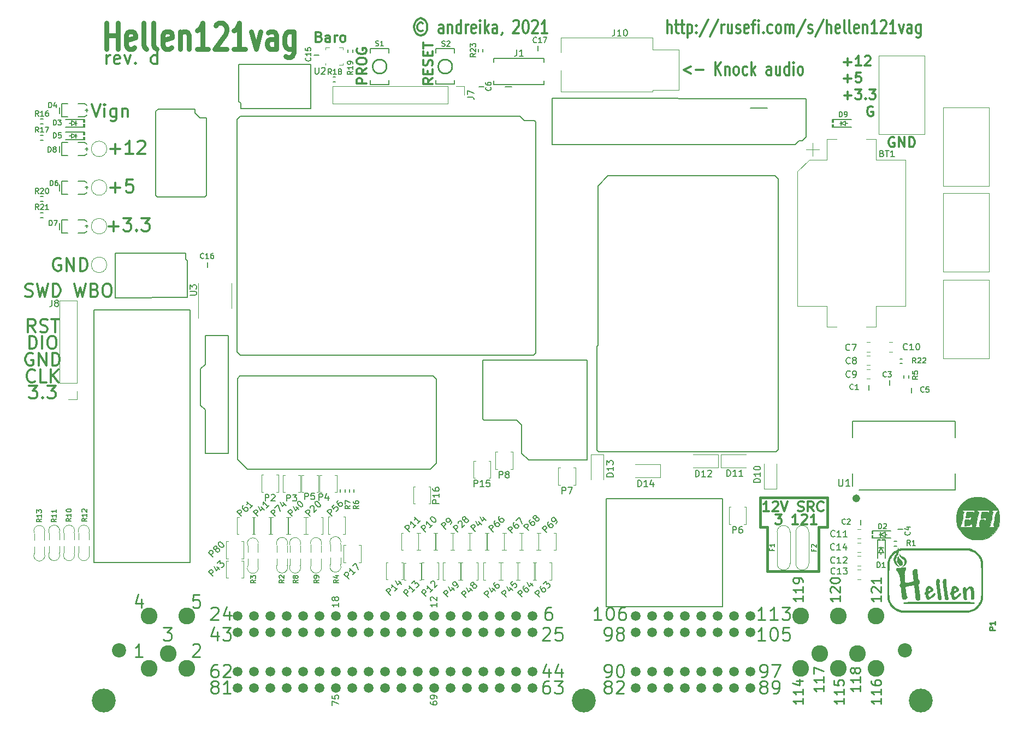
<source format=gto>
G04 #@! TF.GenerationSoftware,KiCad,Pcbnew,8.0.8*
G04 #@! TF.CreationDate,2025-12-13T22:12:37-05:00*
G04 #@! TF.ProjectId,hellen121vag,68656c6c-656e-4313-9231-7661672e6b69,d*
G04 #@! TF.SameCoordinates,PX2b953a0PY6943058*
G04 #@! TF.FileFunction,Legend,Top*
G04 #@! TF.FilePolarity,Positive*
%FSLAX46Y46*%
G04 Gerber Fmt 4.6, Leading zero omitted, Abs format (unit mm)*
G04 Created by KiCad (PCBNEW 8.0.8) date 2025-12-13 22:12:37*
%MOMM*%
%LPD*%
G01*
G04 APERTURE LIST*
%ADD10C,0.381000*%
%ADD11C,0.250000*%
%ADD12C,0.300000*%
%ADD13C,0.304800*%
%ADD14C,0.750000*%
%ADD15C,0.200000*%
%ADD16C,0.222250*%
%ADD17C,0.150000*%
%ADD18C,0.170000*%
%ADD19C,0.127000*%
%ADD20C,0.120000*%
%ADD21C,0.203200*%
%ADD22C,0.099060*%
%ADD23C,0.000000*%
%ADD24C,0.002540*%
%ADD25C,0.616000*%
%ADD26C,0.254000*%
%ADD27C,2.600000*%
%ADD28C,1.500000*%
%ADD29C,3.700000*%
%ADD30C,2.200000*%
G04 APERTURE END LIST*
D10*
X129500000Y25575000D02*
X129500000Y32475000D01*
X120500000Y32475000D02*
X121600000Y32475000D01*
X130900000Y36975000D02*
X120500000Y36975000D01*
X121600000Y32475000D02*
X121600000Y25575000D01*
X120500000Y36975000D02*
X120500000Y32475000D01*
X121600000Y25575000D02*
X129500000Y25575000D01*
X130900000Y32475000D02*
X130900000Y36975000D01*
X129500000Y32475000D02*
X130900000Y32475000D01*
D11*
X95841666Y18022762D02*
X94698809Y18022762D01*
X95270237Y18022762D02*
X95270237Y20022762D01*
X95270237Y20022762D02*
X95079761Y19737048D01*
X95079761Y19737048D02*
X94889285Y19546572D01*
X94889285Y19546572D02*
X94698809Y19451334D01*
X97079761Y20022762D02*
X97270238Y20022762D01*
X97270238Y20022762D02*
X97460714Y19927524D01*
X97460714Y19927524D02*
X97555952Y19832286D01*
X97555952Y19832286D02*
X97651190Y19641810D01*
X97651190Y19641810D02*
X97746428Y19260858D01*
X97746428Y19260858D02*
X97746428Y18784667D01*
X97746428Y18784667D02*
X97651190Y18403715D01*
X97651190Y18403715D02*
X97555952Y18213239D01*
X97555952Y18213239D02*
X97460714Y18118000D01*
X97460714Y18118000D02*
X97270238Y18022762D01*
X97270238Y18022762D02*
X97079761Y18022762D01*
X97079761Y18022762D02*
X96889285Y18118000D01*
X96889285Y18118000D02*
X96794047Y18213239D01*
X96794047Y18213239D02*
X96698809Y18403715D01*
X96698809Y18403715D02*
X96603571Y18784667D01*
X96603571Y18784667D02*
X96603571Y19260858D01*
X96603571Y19260858D02*
X96698809Y19641810D01*
X96698809Y19641810D02*
X96794047Y19832286D01*
X96794047Y19832286D02*
X96889285Y19927524D01*
X96889285Y19927524D02*
X97079761Y20022762D01*
X99460714Y20022762D02*
X99079761Y20022762D01*
X99079761Y20022762D02*
X98889285Y19927524D01*
X98889285Y19927524D02*
X98794047Y19832286D01*
X98794047Y19832286D02*
X98603571Y19546572D01*
X98603571Y19546572D02*
X98508333Y19165620D01*
X98508333Y19165620D02*
X98508333Y18403715D01*
X98508333Y18403715D02*
X98603571Y18213239D01*
X98603571Y18213239D02*
X98698809Y18118000D01*
X98698809Y18118000D02*
X98889285Y18022762D01*
X98889285Y18022762D02*
X99270238Y18022762D01*
X99270238Y18022762D02*
X99460714Y18118000D01*
X99460714Y18118000D02*
X99555952Y18213239D01*
X99555952Y18213239D02*
X99651190Y18403715D01*
X99651190Y18403715D02*
X99651190Y18879905D01*
X99651190Y18879905D02*
X99555952Y19070381D01*
X99555952Y19070381D02*
X99460714Y19165620D01*
X99460714Y19165620D02*
X99270238Y19260858D01*
X99270238Y19260858D02*
X98889285Y19260858D01*
X98889285Y19260858D02*
X98698809Y19165620D01*
X98698809Y19165620D02*
X98603571Y19070381D01*
X98603571Y19070381D02*
X98508333Y18879905D01*
X24530952Y21261096D02*
X24530952Y19927762D01*
X24054761Y22023000D02*
X23578571Y20594429D01*
X23578571Y20594429D02*
X24816666Y20594429D01*
X33516190Y21927762D02*
X32563809Y21927762D01*
X32563809Y21927762D02*
X32468571Y20975381D01*
X32468571Y20975381D02*
X32563809Y21070620D01*
X32563809Y21070620D02*
X32754285Y21165858D01*
X32754285Y21165858D02*
X33230476Y21165858D01*
X33230476Y21165858D02*
X33420952Y21070620D01*
X33420952Y21070620D02*
X33516190Y20975381D01*
X33516190Y20975381D02*
X33611428Y20784905D01*
X33611428Y20784905D02*
X33611428Y20308715D01*
X33611428Y20308715D02*
X33516190Y20118239D01*
X33516190Y20118239D02*
X33420952Y20023000D01*
X33420952Y20023000D02*
X33230476Y19927762D01*
X33230476Y19927762D02*
X32754285Y19927762D01*
X32754285Y19927762D02*
X32563809Y20023000D01*
X32563809Y20023000D02*
X32468571Y20118239D01*
X32468571Y14117286D02*
X32563809Y14212524D01*
X32563809Y14212524D02*
X32754285Y14307762D01*
X32754285Y14307762D02*
X33230476Y14307762D01*
X33230476Y14307762D02*
X33420952Y14212524D01*
X33420952Y14212524D02*
X33516190Y14117286D01*
X33516190Y14117286D02*
X33611428Y13926810D01*
X33611428Y13926810D02*
X33611428Y13736334D01*
X33611428Y13736334D02*
X33516190Y13450620D01*
X33516190Y13450620D02*
X32373333Y12307762D01*
X32373333Y12307762D02*
X33611428Y12307762D01*
D12*
X19419143Y79131267D02*
X20942953Y79131267D01*
X20181048Y78369362D02*
X20181048Y79893172D01*
X21704857Y80369362D02*
X22942952Y80369362D01*
X22942952Y80369362D02*
X22276285Y79607458D01*
X22276285Y79607458D02*
X22562000Y79607458D01*
X22562000Y79607458D02*
X22752476Y79512220D01*
X22752476Y79512220D02*
X22847714Y79416981D01*
X22847714Y79416981D02*
X22942952Y79226505D01*
X22942952Y79226505D02*
X22942952Y78750315D01*
X22942952Y78750315D02*
X22847714Y78559839D01*
X22847714Y78559839D02*
X22752476Y78464600D01*
X22752476Y78464600D02*
X22562000Y78369362D01*
X22562000Y78369362D02*
X21990571Y78369362D01*
X21990571Y78369362D02*
X21800095Y78464600D01*
X21800095Y78464600D02*
X21704857Y78559839D01*
X23800095Y78559839D02*
X23895333Y78464600D01*
X23895333Y78464600D02*
X23800095Y78369362D01*
X23800095Y78369362D02*
X23704857Y78464600D01*
X23704857Y78464600D02*
X23800095Y78559839D01*
X23800095Y78559839D02*
X23800095Y78369362D01*
X24562000Y80369362D02*
X25800095Y80369362D01*
X25800095Y80369362D02*
X25133428Y79607458D01*
X25133428Y79607458D02*
X25419143Y79607458D01*
X25419143Y79607458D02*
X25609619Y79512220D01*
X25609619Y79512220D02*
X25704857Y79416981D01*
X25704857Y79416981D02*
X25800095Y79226505D01*
X25800095Y79226505D02*
X25800095Y78750315D01*
X25800095Y78750315D02*
X25704857Y78559839D01*
X25704857Y78559839D02*
X25609619Y78464600D01*
X25609619Y78464600D02*
X25419143Y78369362D01*
X25419143Y78369362D02*
X24847714Y78369362D01*
X24847714Y78369362D02*
X24657238Y78464600D01*
X24657238Y78464600D02*
X24562000Y78559839D01*
D13*
X106069429Y109075809D02*
X106069429Y111107808D01*
X106722572Y109075809D02*
X106722572Y110140190D01*
X106722572Y110140190D02*
X106650000Y110333713D01*
X106650000Y110333713D02*
X106504857Y110430474D01*
X106504857Y110430474D02*
X106287143Y110430474D01*
X106287143Y110430474D02*
X106142000Y110333713D01*
X106142000Y110333713D02*
X106069429Y110236951D01*
X107230571Y110430474D02*
X107811143Y110430474D01*
X107448286Y111107808D02*
X107448286Y109366094D01*
X107448286Y109366094D02*
X107520857Y109172570D01*
X107520857Y109172570D02*
X107666000Y109075809D01*
X107666000Y109075809D02*
X107811143Y109075809D01*
X108101428Y110430474D02*
X108682000Y110430474D01*
X108319143Y111107808D02*
X108319143Y109366094D01*
X108319143Y109366094D02*
X108391714Y109172570D01*
X108391714Y109172570D02*
X108536857Y109075809D01*
X108536857Y109075809D02*
X108682000Y109075809D01*
X109190000Y110430474D02*
X109190000Y108398475D01*
X109190000Y110333713D02*
X109335143Y110430474D01*
X109335143Y110430474D02*
X109625428Y110430474D01*
X109625428Y110430474D02*
X109770571Y110333713D01*
X109770571Y110333713D02*
X109843143Y110236951D01*
X109843143Y110236951D02*
X109915714Y110043428D01*
X109915714Y110043428D02*
X109915714Y109462856D01*
X109915714Y109462856D02*
X109843143Y109269332D01*
X109843143Y109269332D02*
X109770571Y109172570D01*
X109770571Y109172570D02*
X109625428Y109075809D01*
X109625428Y109075809D02*
X109335143Y109075809D01*
X109335143Y109075809D02*
X109190000Y109172570D01*
X110568857Y109269332D02*
X110641428Y109172570D01*
X110641428Y109172570D02*
X110568857Y109075809D01*
X110568857Y109075809D02*
X110496285Y109172570D01*
X110496285Y109172570D02*
X110568857Y109269332D01*
X110568857Y109269332D02*
X110568857Y109075809D01*
X110568857Y110333713D02*
X110641428Y110236951D01*
X110641428Y110236951D02*
X110568857Y110140190D01*
X110568857Y110140190D02*
X110496285Y110236951D01*
X110496285Y110236951D02*
X110568857Y110333713D01*
X110568857Y110333713D02*
X110568857Y110140190D01*
X112383142Y111204570D02*
X111076856Y108591999D01*
X113979713Y111204570D02*
X112673427Y108591999D01*
X114487713Y109075809D02*
X114487713Y110430474D01*
X114487713Y110043428D02*
X114560284Y110236951D01*
X114560284Y110236951D02*
X114632856Y110333713D01*
X114632856Y110333713D02*
X114777998Y110430474D01*
X114777998Y110430474D02*
X114923141Y110430474D01*
X116084285Y110430474D02*
X116084285Y109075809D01*
X115431142Y110430474D02*
X115431142Y109366094D01*
X115431142Y109366094D02*
X115503713Y109172570D01*
X115503713Y109172570D02*
X115648856Y109075809D01*
X115648856Y109075809D02*
X115866570Y109075809D01*
X115866570Y109075809D02*
X116011713Y109172570D01*
X116011713Y109172570D02*
X116084285Y109269332D01*
X116737427Y109172570D02*
X116882570Y109075809D01*
X116882570Y109075809D02*
X117172856Y109075809D01*
X117172856Y109075809D02*
X117317999Y109172570D01*
X117317999Y109172570D02*
X117390570Y109366094D01*
X117390570Y109366094D02*
X117390570Y109462856D01*
X117390570Y109462856D02*
X117317999Y109656380D01*
X117317999Y109656380D02*
X117172856Y109753142D01*
X117172856Y109753142D02*
X116955142Y109753142D01*
X116955142Y109753142D02*
X116809999Y109849904D01*
X116809999Y109849904D02*
X116737427Y110043428D01*
X116737427Y110043428D02*
X116737427Y110140190D01*
X116737427Y110140190D02*
X116809999Y110333713D01*
X116809999Y110333713D02*
X116955142Y110430474D01*
X116955142Y110430474D02*
X117172856Y110430474D01*
X117172856Y110430474D02*
X117317999Y110333713D01*
X118624284Y109172570D02*
X118479141Y109075809D01*
X118479141Y109075809D02*
X118188856Y109075809D01*
X118188856Y109075809D02*
X118043713Y109172570D01*
X118043713Y109172570D02*
X117971141Y109366094D01*
X117971141Y109366094D02*
X117971141Y110140190D01*
X117971141Y110140190D02*
X118043713Y110333713D01*
X118043713Y110333713D02*
X118188856Y110430474D01*
X118188856Y110430474D02*
X118479141Y110430474D01*
X118479141Y110430474D02*
X118624284Y110333713D01*
X118624284Y110333713D02*
X118696856Y110140190D01*
X118696856Y110140190D02*
X118696856Y109946666D01*
X118696856Y109946666D02*
X117971141Y109753142D01*
X119132284Y110430474D02*
X119712856Y110430474D01*
X119349999Y109075809D02*
X119349999Y110817522D01*
X119349999Y110817522D02*
X119422570Y111011046D01*
X119422570Y111011046D02*
X119567713Y111107808D01*
X119567713Y111107808D02*
X119712856Y111107808D01*
X120220856Y109075809D02*
X120220856Y110430474D01*
X120220856Y111107808D02*
X120148284Y111011046D01*
X120148284Y111011046D02*
X120220856Y110914284D01*
X120220856Y110914284D02*
X120293427Y111011046D01*
X120293427Y111011046D02*
X120220856Y111107808D01*
X120220856Y111107808D02*
X120220856Y110914284D01*
X120946570Y109269332D02*
X121019141Y109172570D01*
X121019141Y109172570D02*
X120946570Y109075809D01*
X120946570Y109075809D02*
X120873998Y109172570D01*
X120873998Y109172570D02*
X120946570Y109269332D01*
X120946570Y109269332D02*
X120946570Y109075809D01*
X122325427Y109172570D02*
X122180284Y109075809D01*
X122180284Y109075809D02*
X121889998Y109075809D01*
X121889998Y109075809D02*
X121744855Y109172570D01*
X121744855Y109172570D02*
X121672284Y109269332D01*
X121672284Y109269332D02*
X121599712Y109462856D01*
X121599712Y109462856D02*
X121599712Y110043428D01*
X121599712Y110043428D02*
X121672284Y110236951D01*
X121672284Y110236951D02*
X121744855Y110333713D01*
X121744855Y110333713D02*
X121889998Y110430474D01*
X121889998Y110430474D02*
X122180284Y110430474D01*
X122180284Y110430474D02*
X122325427Y110333713D01*
X123196284Y109075809D02*
X123051141Y109172570D01*
X123051141Y109172570D02*
X122978570Y109269332D01*
X122978570Y109269332D02*
X122905998Y109462856D01*
X122905998Y109462856D02*
X122905998Y110043428D01*
X122905998Y110043428D02*
X122978570Y110236951D01*
X122978570Y110236951D02*
X123051141Y110333713D01*
X123051141Y110333713D02*
X123196284Y110430474D01*
X123196284Y110430474D02*
X123413998Y110430474D01*
X123413998Y110430474D02*
X123559141Y110333713D01*
X123559141Y110333713D02*
X123631713Y110236951D01*
X123631713Y110236951D02*
X123704284Y110043428D01*
X123704284Y110043428D02*
X123704284Y109462856D01*
X123704284Y109462856D02*
X123631713Y109269332D01*
X123631713Y109269332D02*
X123559141Y109172570D01*
X123559141Y109172570D02*
X123413998Y109075809D01*
X123413998Y109075809D02*
X123196284Y109075809D01*
X124357427Y109075809D02*
X124357427Y110430474D01*
X124357427Y110236951D02*
X124429998Y110333713D01*
X124429998Y110333713D02*
X124575141Y110430474D01*
X124575141Y110430474D02*
X124792855Y110430474D01*
X124792855Y110430474D02*
X124937998Y110333713D01*
X124937998Y110333713D02*
X125010570Y110140190D01*
X125010570Y110140190D02*
X125010570Y109075809D01*
X125010570Y110140190D02*
X125083141Y110333713D01*
X125083141Y110333713D02*
X125228284Y110430474D01*
X125228284Y110430474D02*
X125445998Y110430474D01*
X125445998Y110430474D02*
X125591141Y110333713D01*
X125591141Y110333713D02*
X125663712Y110140190D01*
X125663712Y110140190D02*
X125663712Y109075809D01*
X127477998Y111204570D02*
X126171712Y108591999D01*
X127913426Y109172570D02*
X128058569Y109075809D01*
X128058569Y109075809D02*
X128348855Y109075809D01*
X128348855Y109075809D02*
X128493998Y109172570D01*
X128493998Y109172570D02*
X128566569Y109366094D01*
X128566569Y109366094D02*
X128566569Y109462856D01*
X128566569Y109462856D02*
X128493998Y109656380D01*
X128493998Y109656380D02*
X128348855Y109753142D01*
X128348855Y109753142D02*
X128131141Y109753142D01*
X128131141Y109753142D02*
X127985998Y109849904D01*
X127985998Y109849904D02*
X127913426Y110043428D01*
X127913426Y110043428D02*
X127913426Y110140190D01*
X127913426Y110140190D02*
X127985998Y110333713D01*
X127985998Y110333713D02*
X128131141Y110430474D01*
X128131141Y110430474D02*
X128348855Y110430474D01*
X128348855Y110430474D02*
X128493998Y110333713D01*
X130308283Y111204570D02*
X129001997Y108591999D01*
X130816283Y109075809D02*
X130816283Y111107808D01*
X131469426Y109075809D02*
X131469426Y110140190D01*
X131469426Y110140190D02*
X131396854Y110333713D01*
X131396854Y110333713D02*
X131251711Y110430474D01*
X131251711Y110430474D02*
X131033997Y110430474D01*
X131033997Y110430474D02*
X130888854Y110333713D01*
X130888854Y110333713D02*
X130816283Y110236951D01*
X132775711Y109172570D02*
X132630568Y109075809D01*
X132630568Y109075809D02*
X132340283Y109075809D01*
X132340283Y109075809D02*
X132195140Y109172570D01*
X132195140Y109172570D02*
X132122568Y109366094D01*
X132122568Y109366094D02*
X132122568Y110140190D01*
X132122568Y110140190D02*
X132195140Y110333713D01*
X132195140Y110333713D02*
X132340283Y110430474D01*
X132340283Y110430474D02*
X132630568Y110430474D01*
X132630568Y110430474D02*
X132775711Y110333713D01*
X132775711Y110333713D02*
X132848283Y110140190D01*
X132848283Y110140190D02*
X132848283Y109946666D01*
X132848283Y109946666D02*
X132122568Y109753142D01*
X133719140Y109075809D02*
X133573997Y109172570D01*
X133573997Y109172570D02*
X133501426Y109366094D01*
X133501426Y109366094D02*
X133501426Y111107808D01*
X134517426Y109075809D02*
X134372283Y109172570D01*
X134372283Y109172570D02*
X134299712Y109366094D01*
X134299712Y109366094D02*
X134299712Y111107808D01*
X135678569Y109172570D02*
X135533426Y109075809D01*
X135533426Y109075809D02*
X135243141Y109075809D01*
X135243141Y109075809D02*
X135097998Y109172570D01*
X135097998Y109172570D02*
X135025426Y109366094D01*
X135025426Y109366094D02*
X135025426Y110140190D01*
X135025426Y110140190D02*
X135097998Y110333713D01*
X135097998Y110333713D02*
X135243141Y110430474D01*
X135243141Y110430474D02*
X135533426Y110430474D01*
X135533426Y110430474D02*
X135678569Y110333713D01*
X135678569Y110333713D02*
X135751141Y110140190D01*
X135751141Y110140190D02*
X135751141Y109946666D01*
X135751141Y109946666D02*
X135025426Y109753142D01*
X136404284Y110430474D02*
X136404284Y109075809D01*
X136404284Y110236951D02*
X136476855Y110333713D01*
X136476855Y110333713D02*
X136621998Y110430474D01*
X136621998Y110430474D02*
X136839712Y110430474D01*
X136839712Y110430474D02*
X136984855Y110333713D01*
X136984855Y110333713D02*
X137057427Y110140190D01*
X137057427Y110140190D02*
X137057427Y109075809D01*
X138581426Y109075809D02*
X137710569Y109075809D01*
X138145998Y109075809D02*
X138145998Y111107808D01*
X138145998Y111107808D02*
X138000855Y110817522D01*
X138000855Y110817522D02*
X137855712Y110623998D01*
X137855712Y110623998D02*
X137710569Y110527236D01*
X139161998Y110914284D02*
X139234570Y111011046D01*
X139234570Y111011046D02*
X139379713Y111107808D01*
X139379713Y111107808D02*
X139742570Y111107808D01*
X139742570Y111107808D02*
X139887713Y111011046D01*
X139887713Y111011046D02*
X139960284Y110914284D01*
X139960284Y110914284D02*
X140032855Y110720760D01*
X140032855Y110720760D02*
X140032855Y110527236D01*
X140032855Y110527236D02*
X139960284Y110236951D01*
X139960284Y110236951D02*
X139089427Y109075809D01*
X139089427Y109075809D02*
X140032855Y109075809D01*
X141484284Y109075809D02*
X140613427Y109075809D01*
X141048856Y109075809D02*
X141048856Y111107808D01*
X141048856Y111107808D02*
X140903713Y110817522D01*
X140903713Y110817522D02*
X140758570Y110623998D01*
X140758570Y110623998D02*
X140613427Y110527236D01*
X141992285Y110430474D02*
X142355142Y109075809D01*
X142355142Y109075809D02*
X142717999Y110430474D01*
X143951714Y109075809D02*
X143951714Y110140190D01*
X143951714Y110140190D02*
X143879142Y110333713D01*
X143879142Y110333713D02*
X143733999Y110430474D01*
X143733999Y110430474D02*
X143443714Y110430474D01*
X143443714Y110430474D02*
X143298571Y110333713D01*
X143951714Y109172570D02*
X143806571Y109075809D01*
X143806571Y109075809D02*
X143443714Y109075809D01*
X143443714Y109075809D02*
X143298571Y109172570D01*
X143298571Y109172570D02*
X143225999Y109366094D01*
X143225999Y109366094D02*
X143225999Y109559618D01*
X143225999Y109559618D02*
X143298571Y109753142D01*
X143298571Y109753142D02*
X143443714Y109849904D01*
X143443714Y109849904D02*
X143806571Y109849904D01*
X143806571Y109849904D02*
X143951714Y109946666D01*
X145330571Y110430474D02*
X145330571Y108785523D01*
X145330571Y108785523D02*
X145257999Y108591999D01*
X145257999Y108591999D02*
X145185428Y108495237D01*
X145185428Y108495237D02*
X145040285Y108398475D01*
X145040285Y108398475D02*
X144822571Y108398475D01*
X144822571Y108398475D02*
X144677428Y108495237D01*
X145330571Y109172570D02*
X145185428Y109075809D01*
X145185428Y109075809D02*
X144895142Y109075809D01*
X144895142Y109075809D02*
X144749999Y109172570D01*
X144749999Y109172570D02*
X144677428Y109269332D01*
X144677428Y109269332D02*
X144604856Y109462856D01*
X144604856Y109462856D02*
X144604856Y110043428D01*
X144604856Y110043428D02*
X144677428Y110236951D01*
X144677428Y110236951D02*
X144749999Y110333713D01*
X144749999Y110333713D02*
X144895142Y110430474D01*
X144895142Y110430474D02*
X145185428Y110430474D01*
X145185428Y110430474D02*
X145330571Y110333713D01*
D11*
X130240928Y7775002D02*
X130240928Y6917859D01*
X130240928Y7346430D02*
X128740928Y7346430D01*
X128740928Y7346430D02*
X128955214Y7203573D01*
X128955214Y7203573D02*
X129098071Y7060716D01*
X129098071Y7060716D02*
X129169500Y6917859D01*
X130240928Y9203573D02*
X130240928Y8346430D01*
X130240928Y8775001D02*
X128740928Y8775001D01*
X128740928Y8775001D02*
X128955214Y8632144D01*
X128955214Y8632144D02*
X129098071Y8489287D01*
X129098071Y8489287D02*
X129169500Y8346430D01*
X128740928Y9703572D02*
X128740928Y10703572D01*
X128740928Y10703572D02*
X130240928Y10060715D01*
X139130928Y21745002D02*
X139130928Y20887859D01*
X139130928Y21316430D02*
X137630928Y21316430D01*
X137630928Y21316430D02*
X137845214Y21173573D01*
X137845214Y21173573D02*
X137988071Y21030716D01*
X137988071Y21030716D02*
X138059500Y20887859D01*
X137773785Y22316430D02*
X137702357Y22387858D01*
X137702357Y22387858D02*
X137630928Y22530715D01*
X137630928Y22530715D02*
X137630928Y22887858D01*
X137630928Y22887858D02*
X137702357Y23030715D01*
X137702357Y23030715D02*
X137773785Y23102144D01*
X137773785Y23102144D02*
X137916642Y23173573D01*
X137916642Y23173573D02*
X138059500Y23173573D01*
X138059500Y23173573D02*
X138273785Y23102144D01*
X138273785Y23102144D02*
X139130928Y22245001D01*
X139130928Y22245001D02*
X139130928Y23173573D01*
X139130928Y24602144D02*
X139130928Y23745001D01*
X139130928Y24173572D02*
X137630928Y24173572D01*
X137630928Y24173572D02*
X137845214Y24030715D01*
X137845214Y24030715D02*
X137988071Y23887858D01*
X137988071Y23887858D02*
X138059500Y23745001D01*
D13*
X133428000Y104611390D02*
X134589143Y104611390D01*
X134008571Y104030819D02*
X134008571Y105191962D01*
X136113142Y104030819D02*
X135242285Y104030819D01*
X135677714Y104030819D02*
X135677714Y105554819D01*
X135677714Y105554819D02*
X135532571Y105337105D01*
X135532571Y105337105D02*
X135387428Y105191962D01*
X135387428Y105191962D02*
X135242285Y105119390D01*
X136693714Y105409676D02*
X136766286Y105482248D01*
X136766286Y105482248D02*
X136911429Y105554819D01*
X136911429Y105554819D02*
X137274286Y105554819D01*
X137274286Y105554819D02*
X137419429Y105482248D01*
X137419429Y105482248D02*
X137492000Y105409676D01*
X137492000Y105409676D02*
X137564571Y105264533D01*
X137564571Y105264533D02*
X137564571Y105119390D01*
X137564571Y105119390D02*
X137492000Y104901676D01*
X137492000Y104901676D02*
X136621143Y104030819D01*
X136621143Y104030819D02*
X137564571Y104030819D01*
D14*
X19149598Y106633124D02*
X19149598Y110633123D01*
X19149598Y108728362D02*
X20863884Y108728362D01*
X20863884Y106633124D02*
X20863884Y110633123D01*
X23435312Y106823600D02*
X23149598Y106633124D01*
X23149598Y106633124D02*
X22578170Y106633124D01*
X22578170Y106633124D02*
X22292455Y106823600D01*
X22292455Y106823600D02*
X22149598Y107204553D01*
X22149598Y107204553D02*
X22149598Y108728362D01*
X22149598Y108728362D02*
X22292455Y109109315D01*
X22292455Y109109315D02*
X22578170Y109299791D01*
X22578170Y109299791D02*
X23149598Y109299791D01*
X23149598Y109299791D02*
X23435312Y109109315D01*
X23435312Y109109315D02*
X23578170Y108728362D01*
X23578170Y108728362D02*
X23578170Y108347410D01*
X23578170Y108347410D02*
X22149598Y107966458D01*
X25292456Y106633124D02*
X25006741Y106823600D01*
X25006741Y106823600D02*
X24863884Y107204553D01*
X24863884Y107204553D02*
X24863884Y110633123D01*
X26863885Y106633124D02*
X26578170Y106823600D01*
X26578170Y106823600D02*
X26435313Y107204553D01*
X26435313Y107204553D02*
X26435313Y110633123D01*
X29149599Y106823600D02*
X28863885Y106633124D01*
X28863885Y106633124D02*
X28292457Y106633124D01*
X28292457Y106633124D02*
X28006742Y106823600D01*
X28006742Y106823600D02*
X27863885Y107204553D01*
X27863885Y107204553D02*
X27863885Y108728362D01*
X27863885Y108728362D02*
X28006742Y109109315D01*
X28006742Y109109315D02*
X28292457Y109299791D01*
X28292457Y109299791D02*
X28863885Y109299791D01*
X28863885Y109299791D02*
X29149599Y109109315D01*
X29149599Y109109315D02*
X29292457Y108728362D01*
X29292457Y108728362D02*
X29292457Y108347410D01*
X29292457Y108347410D02*
X27863885Y107966458D01*
X30578171Y109299791D02*
X30578171Y106633124D01*
X30578171Y108918839D02*
X30721028Y109109315D01*
X30721028Y109109315D02*
X31006743Y109299791D01*
X31006743Y109299791D02*
X31435314Y109299791D01*
X31435314Y109299791D02*
X31721028Y109109315D01*
X31721028Y109109315D02*
X31863886Y108728362D01*
X31863886Y108728362D02*
X31863886Y106633124D01*
X34863886Y106633124D02*
X33149600Y106633124D01*
X34006743Y106633124D02*
X34006743Y110633123D01*
X34006743Y110633123D02*
X33721029Y110061696D01*
X33721029Y110061696D02*
X33435314Y109680743D01*
X33435314Y109680743D02*
X33149600Y109490267D01*
X36006743Y110252172D02*
X36149600Y110442647D01*
X36149600Y110442647D02*
X36435315Y110633123D01*
X36435315Y110633123D02*
X37149600Y110633123D01*
X37149600Y110633123D02*
X37435315Y110442647D01*
X37435315Y110442647D02*
X37578172Y110252172D01*
X37578172Y110252172D02*
X37721029Y109871220D01*
X37721029Y109871220D02*
X37721029Y109490267D01*
X37721029Y109490267D02*
X37578172Y108918839D01*
X37578172Y108918839D02*
X35863886Y106633124D01*
X35863886Y106633124D02*
X37721029Y106633124D01*
X40578172Y106633124D02*
X38863886Y106633124D01*
X39721029Y106633124D02*
X39721029Y110633123D01*
X39721029Y110633123D02*
X39435315Y110061696D01*
X39435315Y110061696D02*
X39149600Y109680743D01*
X39149600Y109680743D02*
X38863886Y109490267D01*
X41578172Y109299791D02*
X42292458Y106633124D01*
X42292458Y106633124D02*
X43006743Y109299791D01*
X45435315Y106633124D02*
X45435315Y108728362D01*
X45435315Y108728362D02*
X45292457Y109109315D01*
X45292457Y109109315D02*
X45006743Y109299791D01*
X45006743Y109299791D02*
X44435315Y109299791D01*
X44435315Y109299791D02*
X44149600Y109109315D01*
X45435315Y106823600D02*
X45149600Y106633124D01*
X45149600Y106633124D02*
X44435315Y106633124D01*
X44435315Y106633124D02*
X44149600Y106823600D01*
X44149600Y106823600D02*
X44006743Y107204553D01*
X44006743Y107204553D02*
X44006743Y107585505D01*
X44006743Y107585505D02*
X44149600Y107966458D01*
X44149600Y107966458D02*
X44435315Y108156934D01*
X44435315Y108156934D02*
X45149600Y108156934D01*
X45149600Y108156934D02*
X45435315Y108347410D01*
X48149601Y109299791D02*
X48149601Y106061696D01*
X48149601Y106061696D02*
X48006743Y105680743D01*
X48006743Y105680743D02*
X47863886Y105490267D01*
X47863886Y105490267D02*
X47578172Y105299791D01*
X47578172Y105299791D02*
X47149601Y105299791D01*
X47149601Y105299791D02*
X46863886Y105490267D01*
X48149601Y106823600D02*
X47863886Y106633124D01*
X47863886Y106633124D02*
X47292458Y106633124D01*
X47292458Y106633124D02*
X47006743Y106823600D01*
X47006743Y106823600D02*
X46863886Y107014077D01*
X46863886Y107014077D02*
X46721029Y107395029D01*
X46721029Y107395029D02*
X46721029Y108537886D01*
X46721029Y108537886D02*
X46863886Y108918839D01*
X46863886Y108918839D02*
X47006743Y109109315D01*
X47006743Y109109315D02*
X47292458Y109299791D01*
X47292458Y109299791D02*
X47863886Y109299791D01*
X47863886Y109299791D02*
X48149601Y109109315D01*
D15*
X54082219Y4790477D02*
X54082219Y5457143D01*
X54082219Y5457143D02*
X55082219Y5028572D01*
X54082219Y6314286D02*
X54082219Y5838096D01*
X54082219Y5838096D02*
X54558409Y5790477D01*
X54558409Y5790477D02*
X54510790Y5838096D01*
X54510790Y5838096D02*
X54463171Y5933334D01*
X54463171Y5933334D02*
X54463171Y6171429D01*
X54463171Y6171429D02*
X54510790Y6266667D01*
X54510790Y6266667D02*
X54558409Y6314286D01*
X54558409Y6314286D02*
X54653647Y6361905D01*
X54653647Y6361905D02*
X54891742Y6361905D01*
X54891742Y6361905D02*
X54986980Y6314286D01*
X54986980Y6314286D02*
X55034600Y6266667D01*
X55034600Y6266667D02*
X55082219Y6171429D01*
X55082219Y6171429D02*
X55082219Y5933334D01*
X55082219Y5933334D02*
X55034600Y5838096D01*
X55034600Y5838096D02*
X54986980Y5790477D01*
D12*
X19695333Y91131267D02*
X21219143Y91131267D01*
X20457238Y90369362D02*
X20457238Y91893172D01*
X23219142Y90369362D02*
X22076285Y90369362D01*
X22647713Y90369362D02*
X22647713Y92369362D01*
X22647713Y92369362D02*
X22457237Y92083648D01*
X22457237Y92083648D02*
X22266761Y91893172D01*
X22266761Y91893172D02*
X22076285Y91797934D01*
X23981047Y92178886D02*
X24076285Y92274124D01*
X24076285Y92274124D02*
X24266761Y92369362D01*
X24266761Y92369362D02*
X24742952Y92369362D01*
X24742952Y92369362D02*
X24933428Y92274124D01*
X24933428Y92274124D02*
X25028666Y92178886D01*
X25028666Y92178886D02*
X25123904Y91988410D01*
X25123904Y91988410D02*
X25123904Y91797934D01*
X25123904Y91797934D02*
X25028666Y91512220D01*
X25028666Y91512220D02*
X23885809Y90369362D01*
X23885809Y90369362D02*
X25123904Y90369362D01*
D15*
X69322219Y5314286D02*
X69322219Y5123810D01*
X69322219Y5123810D02*
X69369838Y5028572D01*
X69369838Y5028572D02*
X69417457Y4980953D01*
X69417457Y4980953D02*
X69560314Y4885715D01*
X69560314Y4885715D02*
X69750790Y4838096D01*
X69750790Y4838096D02*
X70131742Y4838096D01*
X70131742Y4838096D02*
X70226980Y4885715D01*
X70226980Y4885715D02*
X70274600Y4933334D01*
X70274600Y4933334D02*
X70322219Y5028572D01*
X70322219Y5028572D02*
X70322219Y5219048D01*
X70322219Y5219048D02*
X70274600Y5314286D01*
X70274600Y5314286D02*
X70226980Y5361905D01*
X70226980Y5361905D02*
X70131742Y5409524D01*
X70131742Y5409524D02*
X69893647Y5409524D01*
X69893647Y5409524D02*
X69798409Y5361905D01*
X69798409Y5361905D02*
X69750790Y5314286D01*
X69750790Y5314286D02*
X69703171Y5219048D01*
X69703171Y5219048D02*
X69703171Y5028572D01*
X69703171Y5028572D02*
X69750790Y4933334D01*
X69750790Y4933334D02*
X69798409Y4885715D01*
X69798409Y4885715D02*
X69893647Y4838096D01*
X70322219Y5885715D02*
X70322219Y6076191D01*
X70322219Y6076191D02*
X70274600Y6171429D01*
X70274600Y6171429D02*
X70226980Y6219048D01*
X70226980Y6219048D02*
X70084123Y6314286D01*
X70084123Y6314286D02*
X69893647Y6361905D01*
X69893647Y6361905D02*
X69512695Y6361905D01*
X69512695Y6361905D02*
X69417457Y6314286D01*
X69417457Y6314286D02*
X69369838Y6266667D01*
X69369838Y6266667D02*
X69322219Y6171429D01*
X69322219Y6171429D02*
X69322219Y5980953D01*
X69322219Y5980953D02*
X69369838Y5885715D01*
X69369838Y5885715D02*
X69417457Y5838096D01*
X69417457Y5838096D02*
X69512695Y5790477D01*
X69512695Y5790477D02*
X69750790Y5790477D01*
X69750790Y5790477D02*
X69846028Y5838096D01*
X69846028Y5838096D02*
X69893647Y5885715D01*
X69893647Y5885715D02*
X69941266Y5980953D01*
X69941266Y5980953D02*
X69941266Y6171429D01*
X69941266Y6171429D02*
X69893647Y6266667D01*
X69893647Y6266667D02*
X69846028Y6314286D01*
X69846028Y6314286D02*
X69750790Y6361905D01*
D11*
X86761190Y16657286D02*
X86856428Y16752524D01*
X86856428Y16752524D02*
X87046904Y16847762D01*
X87046904Y16847762D02*
X87523095Y16847762D01*
X87523095Y16847762D02*
X87713571Y16752524D01*
X87713571Y16752524D02*
X87808809Y16657286D01*
X87808809Y16657286D02*
X87904047Y16466810D01*
X87904047Y16466810D02*
X87904047Y16276334D01*
X87904047Y16276334D02*
X87808809Y15990620D01*
X87808809Y15990620D02*
X86665952Y14847762D01*
X86665952Y14847762D02*
X87904047Y14847762D01*
X89713571Y16847762D02*
X88761190Y16847762D01*
X88761190Y16847762D02*
X88665952Y15895381D01*
X88665952Y15895381D02*
X88761190Y15990620D01*
X88761190Y15990620D02*
X88951666Y16085858D01*
X88951666Y16085858D02*
X89427857Y16085858D01*
X89427857Y16085858D02*
X89618333Y15990620D01*
X89618333Y15990620D02*
X89713571Y15895381D01*
X89713571Y15895381D02*
X89808809Y15704905D01*
X89808809Y15704905D02*
X89808809Y15228715D01*
X89808809Y15228715D02*
X89713571Y15038239D01*
X89713571Y15038239D02*
X89618333Y14943000D01*
X89618333Y14943000D02*
X89427857Y14847762D01*
X89427857Y14847762D02*
X88951666Y14847762D01*
X88951666Y14847762D02*
X88761190Y14943000D01*
X88761190Y14943000D02*
X88665952Y15038239D01*
X133415928Y5870002D02*
X133415928Y5012859D01*
X133415928Y5441430D02*
X131915928Y5441430D01*
X131915928Y5441430D02*
X132130214Y5298573D01*
X132130214Y5298573D02*
X132273071Y5155716D01*
X132273071Y5155716D02*
X132344500Y5012859D01*
X133415928Y7298573D02*
X133415928Y6441430D01*
X133415928Y6870001D02*
X131915928Y6870001D01*
X131915928Y6870001D02*
X132130214Y6727144D01*
X132130214Y6727144D02*
X132273071Y6584287D01*
X132273071Y6584287D02*
X132344500Y6441430D01*
X131915928Y8655715D02*
X131915928Y7941429D01*
X131915928Y7941429D02*
X132630214Y7870001D01*
X132630214Y7870001D02*
X132558785Y7941429D01*
X132558785Y7941429D02*
X132487357Y8084286D01*
X132487357Y8084286D02*
X132487357Y8441429D01*
X132487357Y8441429D02*
X132558785Y8584286D01*
X132558785Y8584286D02*
X132630214Y8655715D01*
X132630214Y8655715D02*
X132773071Y8727144D01*
X132773071Y8727144D02*
X133130214Y8727144D01*
X133130214Y8727144D02*
X133273071Y8655715D01*
X133273071Y8655715D02*
X133344500Y8584286D01*
X133344500Y8584286D02*
X133415928Y8441429D01*
X133415928Y8441429D02*
X133415928Y8084286D01*
X133415928Y8084286D02*
X133344500Y7941429D01*
X133344500Y7941429D02*
X133273071Y7870001D01*
X36278571Y16181096D02*
X36278571Y14847762D01*
X35802380Y16943000D02*
X35326190Y15514429D01*
X35326190Y15514429D02*
X36564285Y15514429D01*
X37135714Y16847762D02*
X38373809Y16847762D01*
X38373809Y16847762D02*
X37707142Y16085858D01*
X37707142Y16085858D02*
X37992857Y16085858D01*
X37992857Y16085858D02*
X38183333Y15990620D01*
X38183333Y15990620D02*
X38278571Y15895381D01*
X38278571Y15895381D02*
X38373809Y15704905D01*
X38373809Y15704905D02*
X38373809Y15228715D01*
X38373809Y15228715D02*
X38278571Y15038239D01*
X38278571Y15038239D02*
X38183333Y14943000D01*
X38183333Y14943000D02*
X37992857Y14847762D01*
X37992857Y14847762D02*
X37421428Y14847762D01*
X37421428Y14847762D02*
X37230952Y14943000D01*
X37230952Y14943000D02*
X37135714Y15038239D01*
D13*
X141238857Y92862248D02*
X141093715Y92934819D01*
X141093715Y92934819D02*
X140876000Y92934819D01*
X140876000Y92934819D02*
X140658286Y92862248D01*
X140658286Y92862248D02*
X140513143Y92717105D01*
X140513143Y92717105D02*
X140440572Y92571962D01*
X140440572Y92571962D02*
X140368000Y92281676D01*
X140368000Y92281676D02*
X140368000Y92063962D01*
X140368000Y92063962D02*
X140440572Y91773676D01*
X140440572Y91773676D02*
X140513143Y91628533D01*
X140513143Y91628533D02*
X140658286Y91483390D01*
X140658286Y91483390D02*
X140876000Y91410819D01*
X140876000Y91410819D02*
X141021143Y91410819D01*
X141021143Y91410819D02*
X141238857Y91483390D01*
X141238857Y91483390D02*
X141311429Y91555962D01*
X141311429Y91555962D02*
X141311429Y92063962D01*
X141311429Y92063962D02*
X141021143Y92063962D01*
X141964572Y91410819D02*
X141964572Y92934819D01*
X141964572Y92934819D02*
X142835429Y91410819D01*
X142835429Y91410819D02*
X142835429Y92934819D01*
X143561143Y91410819D02*
X143561143Y92934819D01*
X143561143Y92934819D02*
X143924000Y92934819D01*
X143924000Y92934819D02*
X144141714Y92862248D01*
X144141714Y92862248D02*
X144286857Y92717105D01*
X144286857Y92717105D02*
X144359428Y92571962D01*
X144359428Y92571962D02*
X144432000Y92281676D01*
X144432000Y92281676D02*
X144432000Y92063962D01*
X144432000Y92063962D02*
X144359428Y91773676D01*
X144359428Y91773676D02*
X144286857Y91628533D01*
X144286857Y91628533D02*
X144141714Y91483390D01*
X144141714Y91483390D02*
X143924000Y91410819D01*
X143924000Y91410819D02*
X143561143Y91410819D01*
D15*
X55082219Y20649524D02*
X55082219Y20078096D01*
X55082219Y20363810D02*
X54082219Y20363810D01*
X54082219Y20363810D02*
X54225076Y20268572D01*
X54225076Y20268572D02*
X54320314Y20173334D01*
X54320314Y20173334D02*
X54367933Y20078096D01*
X54510790Y21220953D02*
X54463171Y21125715D01*
X54463171Y21125715D02*
X54415552Y21078096D01*
X54415552Y21078096D02*
X54320314Y21030477D01*
X54320314Y21030477D02*
X54272695Y21030477D01*
X54272695Y21030477D02*
X54177457Y21078096D01*
X54177457Y21078096D02*
X54129838Y21125715D01*
X54129838Y21125715D02*
X54082219Y21220953D01*
X54082219Y21220953D02*
X54082219Y21411429D01*
X54082219Y21411429D02*
X54129838Y21506667D01*
X54129838Y21506667D02*
X54177457Y21554286D01*
X54177457Y21554286D02*
X54272695Y21601905D01*
X54272695Y21601905D02*
X54320314Y21601905D01*
X54320314Y21601905D02*
X54415552Y21554286D01*
X54415552Y21554286D02*
X54463171Y21506667D01*
X54463171Y21506667D02*
X54510790Y21411429D01*
X54510790Y21411429D02*
X54510790Y21220953D01*
X54510790Y21220953D02*
X54558409Y21125715D01*
X54558409Y21125715D02*
X54606028Y21078096D01*
X54606028Y21078096D02*
X54701266Y21030477D01*
X54701266Y21030477D02*
X54891742Y21030477D01*
X54891742Y21030477D02*
X54986980Y21078096D01*
X54986980Y21078096D02*
X55034600Y21125715D01*
X55034600Y21125715D02*
X55082219Y21220953D01*
X55082219Y21220953D02*
X55082219Y21411429D01*
X55082219Y21411429D02*
X55034600Y21506667D01*
X55034600Y21506667D02*
X54986980Y21554286D01*
X54986980Y21554286D02*
X54891742Y21601905D01*
X54891742Y21601905D02*
X54701266Y21601905D01*
X54701266Y21601905D02*
X54606028Y21554286D01*
X54606028Y21554286D02*
X54558409Y21506667D01*
X54558409Y21506667D02*
X54510790Y21411429D01*
D12*
X7152381Y60090362D02*
X7152381Y62090362D01*
X7152381Y62090362D02*
X7628571Y62090362D01*
X7628571Y62090362D02*
X7914286Y61995124D01*
X7914286Y61995124D02*
X8104762Y61804648D01*
X8104762Y61804648D02*
X8200000Y61614172D01*
X8200000Y61614172D02*
X8295238Y61233220D01*
X8295238Y61233220D02*
X8295238Y60947505D01*
X8295238Y60947505D02*
X8200000Y60566553D01*
X8200000Y60566553D02*
X8104762Y60376077D01*
X8104762Y60376077D02*
X7914286Y60185600D01*
X7914286Y60185600D02*
X7628571Y60090362D01*
X7628571Y60090362D02*
X7152381Y60090362D01*
X9152381Y60090362D02*
X9152381Y62090362D01*
X10485714Y62090362D02*
X10866667Y62090362D01*
X10866667Y62090362D02*
X11057143Y61995124D01*
X11057143Y61995124D02*
X11247619Y61804648D01*
X11247619Y61804648D02*
X11342857Y61423696D01*
X11342857Y61423696D02*
X11342857Y60757029D01*
X11342857Y60757029D02*
X11247619Y60376077D01*
X11247619Y60376077D02*
X11057143Y60185600D01*
X11057143Y60185600D02*
X10866667Y60090362D01*
X10866667Y60090362D02*
X10485714Y60090362D01*
X10485714Y60090362D02*
X10295238Y60185600D01*
X10295238Y60185600D02*
X10104762Y60376077D01*
X10104762Y60376077D02*
X10009524Y60757029D01*
X10009524Y60757029D02*
X10009524Y61423696D01*
X10009524Y61423696D02*
X10104762Y61804648D01*
X10104762Y61804648D02*
X10295238Y61995124D01*
X10295238Y61995124D02*
X10485714Y62090362D01*
D11*
X120606666Y9132762D02*
X120987618Y9132762D01*
X120987618Y9132762D02*
X121178095Y9228000D01*
X121178095Y9228000D02*
X121273333Y9323239D01*
X121273333Y9323239D02*
X121463809Y9608953D01*
X121463809Y9608953D02*
X121559047Y9989905D01*
X121559047Y9989905D02*
X121559047Y10751810D01*
X121559047Y10751810D02*
X121463809Y10942286D01*
X121463809Y10942286D02*
X121368571Y11037524D01*
X121368571Y11037524D02*
X121178095Y11132762D01*
X121178095Y11132762D02*
X120797142Y11132762D01*
X120797142Y11132762D02*
X120606666Y11037524D01*
X120606666Y11037524D02*
X120511428Y10942286D01*
X120511428Y10942286D02*
X120416190Y10751810D01*
X120416190Y10751810D02*
X120416190Y10275620D01*
X120416190Y10275620D02*
X120511428Y10085143D01*
X120511428Y10085143D02*
X120606666Y9989905D01*
X120606666Y9989905D02*
X120797142Y9894667D01*
X120797142Y9894667D02*
X121178095Y9894667D01*
X121178095Y9894667D02*
X121368571Y9989905D01*
X121368571Y9989905D02*
X121463809Y10085143D01*
X121463809Y10085143D02*
X121559047Y10275620D01*
X122225714Y11132762D02*
X123559047Y11132762D01*
X123559047Y11132762D02*
X122701904Y9132762D01*
D12*
X11976190Y74095124D02*
X11785714Y74190362D01*
X11785714Y74190362D02*
X11500000Y74190362D01*
X11500000Y74190362D02*
X11214285Y74095124D01*
X11214285Y74095124D02*
X11023809Y73904648D01*
X11023809Y73904648D02*
X10928571Y73714172D01*
X10928571Y73714172D02*
X10833333Y73333220D01*
X10833333Y73333220D02*
X10833333Y73047505D01*
X10833333Y73047505D02*
X10928571Y72666553D01*
X10928571Y72666553D02*
X11023809Y72476077D01*
X11023809Y72476077D02*
X11214285Y72285600D01*
X11214285Y72285600D02*
X11500000Y72190362D01*
X11500000Y72190362D02*
X11690476Y72190362D01*
X11690476Y72190362D02*
X11976190Y72285600D01*
X11976190Y72285600D02*
X12071428Y72380839D01*
X12071428Y72380839D02*
X12071428Y73047505D01*
X12071428Y73047505D02*
X11690476Y73047505D01*
X12928571Y72190362D02*
X12928571Y74190362D01*
X12928571Y74190362D02*
X14071428Y72190362D01*
X14071428Y72190362D02*
X14071428Y74190362D01*
X15023809Y72190362D02*
X15023809Y74190362D01*
X15023809Y74190362D02*
X15499999Y74190362D01*
X15499999Y74190362D02*
X15785714Y74095124D01*
X15785714Y74095124D02*
X15976190Y73904648D01*
X15976190Y73904648D02*
X16071428Y73714172D01*
X16071428Y73714172D02*
X16166666Y73333220D01*
X16166666Y73333220D02*
X16166666Y73047505D01*
X16166666Y73047505D02*
X16071428Y72666553D01*
X16071428Y72666553D02*
X15976190Y72476077D01*
X15976190Y72476077D02*
X15785714Y72285600D01*
X15785714Y72285600D02*
X15499999Y72190362D01*
X15499999Y72190362D02*
X15023809Y72190362D01*
D13*
X69678078Y102086572D02*
X68963792Y101578572D01*
X69678078Y101215715D02*
X68178078Y101215715D01*
X68178078Y101215715D02*
X68178078Y101796286D01*
X68178078Y101796286D02*
X68249507Y101941429D01*
X68249507Y101941429D02*
X68320935Y102014000D01*
X68320935Y102014000D02*
X68463792Y102086572D01*
X68463792Y102086572D02*
X68678078Y102086572D01*
X68678078Y102086572D02*
X68820935Y102014000D01*
X68820935Y102014000D02*
X68892364Y101941429D01*
X68892364Y101941429D02*
X68963792Y101796286D01*
X68963792Y101796286D02*
X68963792Y101215715D01*
X68892364Y102739715D02*
X68892364Y103247715D01*
X69678078Y103465429D02*
X69678078Y102739715D01*
X69678078Y102739715D02*
X68178078Y102739715D01*
X68178078Y102739715D02*
X68178078Y103465429D01*
X69606650Y104046000D02*
X69678078Y104263714D01*
X69678078Y104263714D02*
X69678078Y104626572D01*
X69678078Y104626572D02*
X69606650Y104771714D01*
X69606650Y104771714D02*
X69535221Y104844286D01*
X69535221Y104844286D02*
X69392364Y104916857D01*
X69392364Y104916857D02*
X69249507Y104916857D01*
X69249507Y104916857D02*
X69106650Y104844286D01*
X69106650Y104844286D02*
X69035221Y104771714D01*
X69035221Y104771714D02*
X68963792Y104626572D01*
X68963792Y104626572D02*
X68892364Y104336286D01*
X68892364Y104336286D02*
X68820935Y104191143D01*
X68820935Y104191143D02*
X68749507Y104118572D01*
X68749507Y104118572D02*
X68606650Y104046000D01*
X68606650Y104046000D02*
X68463792Y104046000D01*
X68463792Y104046000D02*
X68320935Y104118572D01*
X68320935Y104118572D02*
X68249507Y104191143D01*
X68249507Y104191143D02*
X68178078Y104336286D01*
X68178078Y104336286D02*
X68178078Y104699143D01*
X68178078Y104699143D02*
X68249507Y104916857D01*
X68892364Y105570001D02*
X68892364Y106078001D01*
X69678078Y106295715D02*
X69678078Y105570001D01*
X69678078Y105570001D02*
X68178078Y105570001D01*
X68178078Y105570001D02*
X68178078Y106295715D01*
X68178078Y106731143D02*
X68178078Y107602000D01*
X69678078Y107166572D02*
X68178078Y107166572D01*
D11*
X35326190Y19832286D02*
X35421428Y19927524D01*
X35421428Y19927524D02*
X35611904Y20022762D01*
X35611904Y20022762D02*
X36088095Y20022762D01*
X36088095Y20022762D02*
X36278571Y19927524D01*
X36278571Y19927524D02*
X36373809Y19832286D01*
X36373809Y19832286D02*
X36469047Y19641810D01*
X36469047Y19641810D02*
X36469047Y19451334D01*
X36469047Y19451334D02*
X36373809Y19165620D01*
X36373809Y19165620D02*
X35230952Y18022762D01*
X35230952Y18022762D02*
X36469047Y18022762D01*
X38183333Y19356096D02*
X38183333Y18022762D01*
X37707142Y20118000D02*
X37230952Y18689429D01*
X37230952Y18689429D02*
X38469047Y18689429D01*
X96476666Y14847762D02*
X96857618Y14847762D01*
X96857618Y14847762D02*
X97048095Y14943000D01*
X97048095Y14943000D02*
X97143333Y15038239D01*
X97143333Y15038239D02*
X97333809Y15323953D01*
X97333809Y15323953D02*
X97429047Y15704905D01*
X97429047Y15704905D02*
X97429047Y16466810D01*
X97429047Y16466810D02*
X97333809Y16657286D01*
X97333809Y16657286D02*
X97238571Y16752524D01*
X97238571Y16752524D02*
X97048095Y16847762D01*
X97048095Y16847762D02*
X96667142Y16847762D01*
X96667142Y16847762D02*
X96476666Y16752524D01*
X96476666Y16752524D02*
X96381428Y16657286D01*
X96381428Y16657286D02*
X96286190Y16466810D01*
X96286190Y16466810D02*
X96286190Y15990620D01*
X96286190Y15990620D02*
X96381428Y15800143D01*
X96381428Y15800143D02*
X96476666Y15704905D01*
X96476666Y15704905D02*
X96667142Y15609667D01*
X96667142Y15609667D02*
X97048095Y15609667D01*
X97048095Y15609667D02*
X97238571Y15704905D01*
X97238571Y15704905D02*
X97333809Y15800143D01*
X97333809Y15800143D02*
X97429047Y15990620D01*
X98571904Y15990620D02*
X98381428Y16085858D01*
X98381428Y16085858D02*
X98286190Y16181096D01*
X98286190Y16181096D02*
X98190952Y16371572D01*
X98190952Y16371572D02*
X98190952Y16466810D01*
X98190952Y16466810D02*
X98286190Y16657286D01*
X98286190Y16657286D02*
X98381428Y16752524D01*
X98381428Y16752524D02*
X98571904Y16847762D01*
X98571904Y16847762D02*
X98952857Y16847762D01*
X98952857Y16847762D02*
X99143333Y16752524D01*
X99143333Y16752524D02*
X99238571Y16657286D01*
X99238571Y16657286D02*
X99333809Y16466810D01*
X99333809Y16466810D02*
X99333809Y16371572D01*
X99333809Y16371572D02*
X99238571Y16181096D01*
X99238571Y16181096D02*
X99143333Y16085858D01*
X99143333Y16085858D02*
X98952857Y15990620D01*
X98952857Y15990620D02*
X98571904Y15990620D01*
X98571904Y15990620D02*
X98381428Y15895381D01*
X98381428Y15895381D02*
X98286190Y15800143D01*
X98286190Y15800143D02*
X98190952Y15609667D01*
X98190952Y15609667D02*
X98190952Y15228715D01*
X98190952Y15228715D02*
X98286190Y15038239D01*
X98286190Y15038239D02*
X98381428Y14943000D01*
X98381428Y14943000D02*
X98571904Y14847762D01*
X98571904Y14847762D02*
X98952857Y14847762D01*
X98952857Y14847762D02*
X99143333Y14943000D01*
X99143333Y14943000D02*
X99238571Y15038239D01*
X99238571Y15038239D02*
X99333809Y15228715D01*
X99333809Y15228715D02*
X99333809Y15609667D01*
X99333809Y15609667D02*
X99238571Y15800143D01*
X99238571Y15800143D02*
X99143333Y15895381D01*
X99143333Y15895381D02*
X98952857Y15990620D01*
D13*
X68126142Y110623998D02*
X67980999Y110720760D01*
X67980999Y110720760D02*
X67690713Y110720760D01*
X67690713Y110720760D02*
X67545571Y110623998D01*
X67545571Y110623998D02*
X67400428Y110430474D01*
X67400428Y110430474D02*
X67327856Y110236951D01*
X67327856Y110236951D02*
X67327856Y109849904D01*
X67327856Y109849904D02*
X67400428Y109656380D01*
X67400428Y109656380D02*
X67545571Y109462856D01*
X67545571Y109462856D02*
X67690713Y109366094D01*
X67690713Y109366094D02*
X67980999Y109366094D01*
X67980999Y109366094D02*
X68126142Y109462856D01*
X67835856Y111398093D02*
X67472999Y111301331D01*
X67472999Y111301331D02*
X67110142Y111011046D01*
X67110142Y111011046D02*
X66892428Y110527236D01*
X66892428Y110527236D02*
X66819856Y110043428D01*
X66819856Y110043428D02*
X66892428Y109559618D01*
X66892428Y109559618D02*
X67110142Y109075809D01*
X67110142Y109075809D02*
X67472999Y108785523D01*
X67472999Y108785523D02*
X67835856Y108688761D01*
X67835856Y108688761D02*
X68198713Y108785523D01*
X68198713Y108785523D02*
X68561571Y109075809D01*
X68561571Y109075809D02*
X68779285Y109559618D01*
X68779285Y109559618D02*
X68851856Y110043428D01*
X68851856Y110043428D02*
X68779285Y110527236D01*
X68779285Y110527236D02*
X68561571Y111011046D01*
X68561571Y111011046D02*
X68198713Y111301331D01*
X68198713Y111301331D02*
X67835856Y111398093D01*
X71319285Y109075809D02*
X71319285Y110140190D01*
X71319285Y110140190D02*
X71246713Y110333713D01*
X71246713Y110333713D02*
X71101570Y110430474D01*
X71101570Y110430474D02*
X70811285Y110430474D01*
X70811285Y110430474D02*
X70666142Y110333713D01*
X71319285Y109172570D02*
X71174142Y109075809D01*
X71174142Y109075809D02*
X70811285Y109075809D01*
X70811285Y109075809D02*
X70666142Y109172570D01*
X70666142Y109172570D02*
X70593570Y109366094D01*
X70593570Y109366094D02*
X70593570Y109559618D01*
X70593570Y109559618D02*
X70666142Y109753142D01*
X70666142Y109753142D02*
X70811285Y109849904D01*
X70811285Y109849904D02*
X71174142Y109849904D01*
X71174142Y109849904D02*
X71319285Y109946666D01*
X72044999Y110430474D02*
X72044999Y109075809D01*
X72044999Y110236951D02*
X72117570Y110333713D01*
X72117570Y110333713D02*
X72262713Y110430474D01*
X72262713Y110430474D02*
X72480427Y110430474D01*
X72480427Y110430474D02*
X72625570Y110333713D01*
X72625570Y110333713D02*
X72698142Y110140190D01*
X72698142Y110140190D02*
X72698142Y109075809D01*
X74076999Y109075809D02*
X74076999Y111107808D01*
X74076999Y109172570D02*
X73931856Y109075809D01*
X73931856Y109075809D02*
X73641570Y109075809D01*
X73641570Y109075809D02*
X73496427Y109172570D01*
X73496427Y109172570D02*
X73423856Y109269332D01*
X73423856Y109269332D02*
X73351284Y109462856D01*
X73351284Y109462856D02*
X73351284Y110043428D01*
X73351284Y110043428D02*
X73423856Y110236951D01*
X73423856Y110236951D02*
X73496427Y110333713D01*
X73496427Y110333713D02*
X73641570Y110430474D01*
X73641570Y110430474D02*
X73931856Y110430474D01*
X73931856Y110430474D02*
X74076999Y110333713D01*
X74802713Y109075809D02*
X74802713Y110430474D01*
X74802713Y110043428D02*
X74875284Y110236951D01*
X74875284Y110236951D02*
X74947856Y110333713D01*
X74947856Y110333713D02*
X75092998Y110430474D01*
X75092998Y110430474D02*
X75238141Y110430474D01*
X76326713Y109172570D02*
X76181570Y109075809D01*
X76181570Y109075809D02*
X75891285Y109075809D01*
X75891285Y109075809D02*
X75746142Y109172570D01*
X75746142Y109172570D02*
X75673570Y109366094D01*
X75673570Y109366094D02*
X75673570Y110140190D01*
X75673570Y110140190D02*
X75746142Y110333713D01*
X75746142Y110333713D02*
X75891285Y110430474D01*
X75891285Y110430474D02*
X76181570Y110430474D01*
X76181570Y110430474D02*
X76326713Y110333713D01*
X76326713Y110333713D02*
X76399285Y110140190D01*
X76399285Y110140190D02*
X76399285Y109946666D01*
X76399285Y109946666D02*
X75673570Y109753142D01*
X77052428Y109075809D02*
X77052428Y110430474D01*
X77052428Y111107808D02*
X76979856Y111011046D01*
X76979856Y111011046D02*
X77052428Y110914284D01*
X77052428Y110914284D02*
X77124999Y111011046D01*
X77124999Y111011046D02*
X77052428Y111107808D01*
X77052428Y111107808D02*
X77052428Y110914284D01*
X77778142Y109075809D02*
X77778142Y111107808D01*
X77923285Y109849904D02*
X78358713Y109075809D01*
X78358713Y110430474D02*
X77778142Y109656380D01*
X79664999Y109075809D02*
X79664999Y110140190D01*
X79664999Y110140190D02*
X79592427Y110333713D01*
X79592427Y110333713D02*
X79447284Y110430474D01*
X79447284Y110430474D02*
X79156999Y110430474D01*
X79156999Y110430474D02*
X79011856Y110333713D01*
X79664999Y109172570D02*
X79519856Y109075809D01*
X79519856Y109075809D02*
X79156999Y109075809D01*
X79156999Y109075809D02*
X79011856Y109172570D01*
X79011856Y109172570D02*
X78939284Y109366094D01*
X78939284Y109366094D02*
X78939284Y109559618D01*
X78939284Y109559618D02*
X79011856Y109753142D01*
X79011856Y109753142D02*
X79156999Y109849904D01*
X79156999Y109849904D02*
X79519856Y109849904D01*
X79519856Y109849904D02*
X79664999Y109946666D01*
X80463284Y109172570D02*
X80463284Y109075809D01*
X80463284Y109075809D02*
X80390713Y108882285D01*
X80390713Y108882285D02*
X80318141Y108785523D01*
X82204998Y110914284D02*
X82277570Y111011046D01*
X82277570Y111011046D02*
X82422713Y111107808D01*
X82422713Y111107808D02*
X82785570Y111107808D01*
X82785570Y111107808D02*
X82930713Y111011046D01*
X82930713Y111011046D02*
X83003284Y110914284D01*
X83003284Y110914284D02*
X83075855Y110720760D01*
X83075855Y110720760D02*
X83075855Y110527236D01*
X83075855Y110527236D02*
X83003284Y110236951D01*
X83003284Y110236951D02*
X82132427Y109075809D01*
X82132427Y109075809D02*
X83075855Y109075809D01*
X84019284Y111107808D02*
X84164427Y111107808D01*
X84164427Y111107808D02*
X84309570Y111011046D01*
X84309570Y111011046D02*
X84382142Y110914284D01*
X84382142Y110914284D02*
X84454713Y110720760D01*
X84454713Y110720760D02*
X84527284Y110333713D01*
X84527284Y110333713D02*
X84527284Y109849904D01*
X84527284Y109849904D02*
X84454713Y109462856D01*
X84454713Y109462856D02*
X84382142Y109269332D01*
X84382142Y109269332D02*
X84309570Y109172570D01*
X84309570Y109172570D02*
X84164427Y109075809D01*
X84164427Y109075809D02*
X84019284Y109075809D01*
X84019284Y109075809D02*
X83874142Y109172570D01*
X83874142Y109172570D02*
X83801570Y109269332D01*
X83801570Y109269332D02*
X83728999Y109462856D01*
X83728999Y109462856D02*
X83656427Y109849904D01*
X83656427Y109849904D02*
X83656427Y110333713D01*
X83656427Y110333713D02*
X83728999Y110720760D01*
X83728999Y110720760D02*
X83801570Y110914284D01*
X83801570Y110914284D02*
X83874142Y111011046D01*
X83874142Y111011046D02*
X84019284Y111107808D01*
X85107856Y110914284D02*
X85180428Y111011046D01*
X85180428Y111011046D02*
X85325571Y111107808D01*
X85325571Y111107808D02*
X85688428Y111107808D01*
X85688428Y111107808D02*
X85833571Y111011046D01*
X85833571Y111011046D02*
X85906142Y110914284D01*
X85906142Y110914284D02*
X85978713Y110720760D01*
X85978713Y110720760D02*
X85978713Y110527236D01*
X85978713Y110527236D02*
X85906142Y110236951D01*
X85906142Y110236951D02*
X85035285Y109075809D01*
X85035285Y109075809D02*
X85978713Y109075809D01*
X87430142Y109075809D02*
X86559285Y109075809D01*
X86994714Y109075809D02*
X86994714Y111107808D01*
X86994714Y111107808D02*
X86849571Y110817522D01*
X86849571Y110817522D02*
X86704428Y110623998D01*
X86704428Y110623998D02*
X86559285Y110527236D01*
X126283999Y32885819D02*
X125413142Y32885819D01*
X125848571Y32885819D02*
X125848571Y34409819D01*
X125848571Y34409819D02*
X125703428Y34192105D01*
X125703428Y34192105D02*
X125558285Y34046962D01*
X125558285Y34046962D02*
X125413142Y33974390D01*
X126864571Y34264676D02*
X126937143Y34337248D01*
X126937143Y34337248D02*
X127082286Y34409819D01*
X127082286Y34409819D02*
X127445143Y34409819D01*
X127445143Y34409819D02*
X127590286Y34337248D01*
X127590286Y34337248D02*
X127662857Y34264676D01*
X127662857Y34264676D02*
X127735428Y34119533D01*
X127735428Y34119533D02*
X127735428Y33974390D01*
X127735428Y33974390D02*
X127662857Y33756676D01*
X127662857Y33756676D02*
X126792000Y32885819D01*
X126792000Y32885819D02*
X127735428Y32885819D01*
X129186857Y32885819D02*
X128316000Y32885819D01*
X128751429Y32885819D02*
X128751429Y34409819D01*
X128751429Y34409819D02*
X128606286Y34192105D01*
X128606286Y34192105D02*
X128461143Y34046962D01*
X128461143Y34046962D02*
X128316000Y33974390D01*
D11*
X135955928Y7775002D02*
X135955928Y6917859D01*
X135955928Y7346430D02*
X134455928Y7346430D01*
X134455928Y7346430D02*
X134670214Y7203573D01*
X134670214Y7203573D02*
X134813071Y7060716D01*
X134813071Y7060716D02*
X134884500Y6917859D01*
X135955928Y9203573D02*
X135955928Y8346430D01*
X135955928Y8775001D02*
X134455928Y8775001D01*
X134455928Y8775001D02*
X134670214Y8632144D01*
X134670214Y8632144D02*
X134813071Y8489287D01*
X134813071Y8489287D02*
X134884500Y8346430D01*
X135098785Y10060715D02*
X135027357Y9917858D01*
X135027357Y9917858D02*
X134955928Y9846429D01*
X134955928Y9846429D02*
X134813071Y9775001D01*
X134813071Y9775001D02*
X134741642Y9775001D01*
X134741642Y9775001D02*
X134598785Y9846429D01*
X134598785Y9846429D02*
X134527357Y9917858D01*
X134527357Y9917858D02*
X134455928Y10060715D01*
X134455928Y10060715D02*
X134455928Y10346429D01*
X134455928Y10346429D02*
X134527357Y10489286D01*
X134527357Y10489286D02*
X134598785Y10560715D01*
X134598785Y10560715D02*
X134741642Y10632144D01*
X134741642Y10632144D02*
X134813071Y10632144D01*
X134813071Y10632144D02*
X134955928Y10560715D01*
X134955928Y10560715D02*
X135027357Y10489286D01*
X135027357Y10489286D02*
X135098785Y10346429D01*
X135098785Y10346429D02*
X135098785Y10060715D01*
X135098785Y10060715D02*
X135170214Y9917858D01*
X135170214Y9917858D02*
X135241642Y9846429D01*
X135241642Y9846429D02*
X135384500Y9775001D01*
X135384500Y9775001D02*
X135670214Y9775001D01*
X135670214Y9775001D02*
X135813071Y9846429D01*
X135813071Y9846429D02*
X135884500Y9917858D01*
X135884500Y9917858D02*
X135955928Y10060715D01*
X135955928Y10060715D02*
X135955928Y10346429D01*
X135955928Y10346429D02*
X135884500Y10489286D01*
X135884500Y10489286D02*
X135813071Y10560715D01*
X135813071Y10560715D02*
X135670214Y10632144D01*
X135670214Y10632144D02*
X135384500Y10632144D01*
X135384500Y10632144D02*
X135241642Y10560715D01*
X135241642Y10560715D02*
X135170214Y10489286D01*
X135170214Y10489286D02*
X135098785Y10346429D01*
D12*
X6533333Y68285600D02*
X6819047Y68190362D01*
X6819047Y68190362D02*
X7295238Y68190362D01*
X7295238Y68190362D02*
X7485714Y68285600D01*
X7485714Y68285600D02*
X7580952Y68380839D01*
X7580952Y68380839D02*
X7676190Y68571315D01*
X7676190Y68571315D02*
X7676190Y68761791D01*
X7676190Y68761791D02*
X7580952Y68952267D01*
X7580952Y68952267D02*
X7485714Y69047505D01*
X7485714Y69047505D02*
X7295238Y69142743D01*
X7295238Y69142743D02*
X6914285Y69237981D01*
X6914285Y69237981D02*
X6723809Y69333220D01*
X6723809Y69333220D02*
X6628571Y69428458D01*
X6628571Y69428458D02*
X6533333Y69618934D01*
X6533333Y69618934D02*
X6533333Y69809410D01*
X6533333Y69809410D02*
X6628571Y69999886D01*
X6628571Y69999886D02*
X6723809Y70095124D01*
X6723809Y70095124D02*
X6914285Y70190362D01*
X6914285Y70190362D02*
X7390476Y70190362D01*
X7390476Y70190362D02*
X7676190Y70095124D01*
X8342857Y70190362D02*
X8819047Y68190362D01*
X8819047Y68190362D02*
X9200000Y69618934D01*
X9200000Y69618934D02*
X9580952Y68190362D01*
X9580952Y68190362D02*
X10057143Y70190362D01*
X10819047Y68190362D02*
X10819047Y70190362D01*
X10819047Y70190362D02*
X11295237Y70190362D01*
X11295237Y70190362D02*
X11580952Y70095124D01*
X11580952Y70095124D02*
X11771428Y69904648D01*
X11771428Y69904648D02*
X11866666Y69714172D01*
X11866666Y69714172D02*
X11961904Y69333220D01*
X11961904Y69333220D02*
X11961904Y69047505D01*
X11961904Y69047505D02*
X11866666Y68666553D01*
X11866666Y68666553D02*
X11771428Y68476077D01*
X11771428Y68476077D02*
X11580952Y68285600D01*
X11580952Y68285600D02*
X11295237Y68190362D01*
X11295237Y68190362D02*
X10819047Y68190362D01*
X14152381Y70190362D02*
X14628571Y68190362D01*
X14628571Y68190362D02*
X15009524Y69618934D01*
X15009524Y69618934D02*
X15390476Y68190362D01*
X15390476Y68190362D02*
X15866667Y70190362D01*
X17295238Y69237981D02*
X17580952Y69142743D01*
X17580952Y69142743D02*
X17676190Y69047505D01*
X17676190Y69047505D02*
X17771428Y68857029D01*
X17771428Y68857029D02*
X17771428Y68571315D01*
X17771428Y68571315D02*
X17676190Y68380839D01*
X17676190Y68380839D02*
X17580952Y68285600D01*
X17580952Y68285600D02*
X17390476Y68190362D01*
X17390476Y68190362D02*
X16628571Y68190362D01*
X16628571Y68190362D02*
X16628571Y70190362D01*
X16628571Y70190362D02*
X17295238Y70190362D01*
X17295238Y70190362D02*
X17485714Y70095124D01*
X17485714Y70095124D02*
X17580952Y69999886D01*
X17580952Y69999886D02*
X17676190Y69809410D01*
X17676190Y69809410D02*
X17676190Y69618934D01*
X17676190Y69618934D02*
X17580952Y69428458D01*
X17580952Y69428458D02*
X17485714Y69333220D01*
X17485714Y69333220D02*
X17295238Y69237981D01*
X17295238Y69237981D02*
X16628571Y69237981D01*
X19009523Y70190362D02*
X19390476Y70190362D01*
X19390476Y70190362D02*
X19580952Y70095124D01*
X19580952Y70095124D02*
X19771428Y69904648D01*
X19771428Y69904648D02*
X19866666Y69523696D01*
X19866666Y69523696D02*
X19866666Y68857029D01*
X19866666Y68857029D02*
X19771428Y68476077D01*
X19771428Y68476077D02*
X19580952Y68285600D01*
X19580952Y68285600D02*
X19390476Y68190362D01*
X19390476Y68190362D02*
X19009523Y68190362D01*
X19009523Y68190362D02*
X18819047Y68285600D01*
X18819047Y68285600D02*
X18628571Y68476077D01*
X18628571Y68476077D02*
X18533333Y68857029D01*
X18533333Y68857029D02*
X18533333Y69523696D01*
X18533333Y69523696D02*
X18628571Y69904648D01*
X18628571Y69904648D02*
X18819047Y70095124D01*
X18819047Y70095124D02*
X19009523Y70190362D01*
D13*
X59427576Y101246910D02*
X57927576Y101246910D01*
X57927576Y101246910D02*
X57927576Y101827481D01*
X57927576Y101827481D02*
X57999005Y101972624D01*
X57999005Y101972624D02*
X58070433Y102045195D01*
X58070433Y102045195D02*
X58213290Y102117767D01*
X58213290Y102117767D02*
X58427576Y102117767D01*
X58427576Y102117767D02*
X58570433Y102045195D01*
X58570433Y102045195D02*
X58641862Y101972624D01*
X58641862Y101972624D02*
X58713290Y101827481D01*
X58713290Y101827481D02*
X58713290Y101246910D01*
X59427576Y103641767D02*
X58713290Y103133767D01*
X59427576Y102770910D02*
X57927576Y102770910D01*
X57927576Y102770910D02*
X57927576Y103351481D01*
X57927576Y103351481D02*
X57999005Y103496624D01*
X57999005Y103496624D02*
X58070433Y103569195D01*
X58070433Y103569195D02*
X58213290Y103641767D01*
X58213290Y103641767D02*
X58427576Y103641767D01*
X58427576Y103641767D02*
X58570433Y103569195D01*
X58570433Y103569195D02*
X58641862Y103496624D01*
X58641862Y103496624D02*
X58713290Y103351481D01*
X58713290Y103351481D02*
X58713290Y102770910D01*
X57927576Y104585195D02*
X57927576Y104875481D01*
X57927576Y104875481D02*
X57999005Y105020624D01*
X57999005Y105020624D02*
X58141862Y105165767D01*
X58141862Y105165767D02*
X58427576Y105238338D01*
X58427576Y105238338D02*
X58927576Y105238338D01*
X58927576Y105238338D02*
X59213290Y105165767D01*
X59213290Y105165767D02*
X59356148Y105020624D01*
X59356148Y105020624D02*
X59427576Y104875481D01*
X59427576Y104875481D02*
X59427576Y104585195D01*
X59427576Y104585195D02*
X59356148Y104440052D01*
X59356148Y104440052D02*
X59213290Y104294910D01*
X59213290Y104294910D02*
X58927576Y104222338D01*
X58927576Y104222338D02*
X58427576Y104222338D01*
X58427576Y104222338D02*
X58141862Y104294910D01*
X58141862Y104294910D02*
X57999005Y104440052D01*
X57999005Y104440052D02*
X57927576Y104585195D01*
X57999005Y106689766D02*
X57927576Y106544623D01*
X57927576Y106544623D02*
X57927576Y106326909D01*
X57927576Y106326909D02*
X57999005Y106109195D01*
X57999005Y106109195D02*
X58141862Y105964052D01*
X58141862Y105964052D02*
X58284719Y105891481D01*
X58284719Y105891481D02*
X58570433Y105818909D01*
X58570433Y105818909D02*
X58784719Y105818909D01*
X58784719Y105818909D02*
X59070433Y105891481D01*
X59070433Y105891481D02*
X59213290Y105964052D01*
X59213290Y105964052D02*
X59356148Y106109195D01*
X59356148Y106109195D02*
X59427576Y106326909D01*
X59427576Y106326909D02*
X59427576Y106472052D01*
X59427576Y106472052D02*
X59356148Y106689766D01*
X59356148Y106689766D02*
X59284719Y106762338D01*
X59284719Y106762338D02*
X58784719Y106762338D01*
X58784719Y106762338D02*
X58784719Y106472052D01*
D11*
X24721428Y12307762D02*
X23578571Y12307762D01*
X24149999Y12307762D02*
X24149999Y14307762D01*
X24149999Y14307762D02*
X23959523Y14022048D01*
X23959523Y14022048D02*
X23769047Y13831572D01*
X23769047Y13831572D02*
X23578571Y13736334D01*
X35707142Y7735620D02*
X35516666Y7830858D01*
X35516666Y7830858D02*
X35421428Y7926096D01*
X35421428Y7926096D02*
X35326190Y8116572D01*
X35326190Y8116572D02*
X35326190Y8211810D01*
X35326190Y8211810D02*
X35421428Y8402286D01*
X35421428Y8402286D02*
X35516666Y8497524D01*
X35516666Y8497524D02*
X35707142Y8592762D01*
X35707142Y8592762D02*
X36088095Y8592762D01*
X36088095Y8592762D02*
X36278571Y8497524D01*
X36278571Y8497524D02*
X36373809Y8402286D01*
X36373809Y8402286D02*
X36469047Y8211810D01*
X36469047Y8211810D02*
X36469047Y8116572D01*
X36469047Y8116572D02*
X36373809Y7926096D01*
X36373809Y7926096D02*
X36278571Y7830858D01*
X36278571Y7830858D02*
X36088095Y7735620D01*
X36088095Y7735620D02*
X35707142Y7735620D01*
X35707142Y7735620D02*
X35516666Y7640381D01*
X35516666Y7640381D02*
X35421428Y7545143D01*
X35421428Y7545143D02*
X35326190Y7354667D01*
X35326190Y7354667D02*
X35326190Y6973715D01*
X35326190Y6973715D02*
X35421428Y6783239D01*
X35421428Y6783239D02*
X35516666Y6688000D01*
X35516666Y6688000D02*
X35707142Y6592762D01*
X35707142Y6592762D02*
X36088095Y6592762D01*
X36088095Y6592762D02*
X36278571Y6688000D01*
X36278571Y6688000D02*
X36373809Y6783239D01*
X36373809Y6783239D02*
X36469047Y6973715D01*
X36469047Y6973715D02*
X36469047Y7354667D01*
X36469047Y7354667D02*
X36373809Y7545143D01*
X36373809Y7545143D02*
X36278571Y7640381D01*
X36278571Y7640381D02*
X36088095Y7735620D01*
X38373809Y6592762D02*
X37230952Y6592762D01*
X37802380Y6592762D02*
X37802380Y8592762D01*
X37802380Y8592762D02*
X37611904Y8307048D01*
X37611904Y8307048D02*
X37421428Y8116572D01*
X37421428Y8116572D02*
X37230952Y8021334D01*
D12*
X8009523Y55080839D02*
X7914285Y54985600D01*
X7914285Y54985600D02*
X7628571Y54890362D01*
X7628571Y54890362D02*
X7438095Y54890362D01*
X7438095Y54890362D02*
X7152380Y54985600D01*
X7152380Y54985600D02*
X6961904Y55176077D01*
X6961904Y55176077D02*
X6866666Y55366553D01*
X6866666Y55366553D02*
X6771428Y55747505D01*
X6771428Y55747505D02*
X6771428Y56033220D01*
X6771428Y56033220D02*
X6866666Y56414172D01*
X6866666Y56414172D02*
X6961904Y56604648D01*
X6961904Y56604648D02*
X7152380Y56795124D01*
X7152380Y56795124D02*
X7438095Y56890362D01*
X7438095Y56890362D02*
X7628571Y56890362D01*
X7628571Y56890362D02*
X7914285Y56795124D01*
X7914285Y56795124D02*
X8009523Y56699886D01*
X9819047Y54890362D02*
X8866666Y54890362D01*
X8866666Y54890362D02*
X8866666Y56890362D01*
X10485714Y54890362D02*
X10485714Y56890362D01*
X11628571Y54890362D02*
X10771428Y56033220D01*
X11628571Y56890362D02*
X10485714Y55747505D01*
X16809619Y98069362D02*
X17476285Y96069362D01*
X17476285Y96069362D02*
X18142952Y98069362D01*
X18809619Y96069362D02*
X18809619Y97402696D01*
X18809619Y98069362D02*
X18714381Y97974124D01*
X18714381Y97974124D02*
X18809619Y97878886D01*
X18809619Y97878886D02*
X18904857Y97974124D01*
X18904857Y97974124D02*
X18809619Y98069362D01*
X18809619Y98069362D02*
X18809619Y97878886D01*
X20619143Y97402696D02*
X20619143Y95783648D01*
X20619143Y95783648D02*
X20523905Y95593172D01*
X20523905Y95593172D02*
X20428667Y95497934D01*
X20428667Y95497934D02*
X20238190Y95402696D01*
X20238190Y95402696D02*
X19952476Y95402696D01*
X19952476Y95402696D02*
X19762000Y95497934D01*
X20619143Y96164600D02*
X20428667Y96069362D01*
X20428667Y96069362D02*
X20047714Y96069362D01*
X20047714Y96069362D02*
X19857238Y96164600D01*
X19857238Y96164600D02*
X19762000Y96259839D01*
X19762000Y96259839D02*
X19666762Y96450315D01*
X19666762Y96450315D02*
X19666762Y97021743D01*
X19666762Y97021743D02*
X19762000Y97212220D01*
X19762000Y97212220D02*
X19857238Y97307458D01*
X19857238Y97307458D02*
X20047714Y97402696D01*
X20047714Y97402696D02*
X20428667Y97402696D01*
X20428667Y97402696D02*
X20619143Y97307458D01*
X21571524Y97402696D02*
X21571524Y96069362D01*
X21571524Y97212220D02*
X21666762Y97307458D01*
X21666762Y97307458D02*
X21857238Y97402696D01*
X21857238Y97402696D02*
X22142953Y97402696D01*
X22142953Y97402696D02*
X22333429Y97307458D01*
X22333429Y97307458D02*
X22428667Y97116981D01*
X22428667Y97116981D02*
X22428667Y96069362D01*
D11*
X127065928Y21745002D02*
X127065928Y20887859D01*
X127065928Y21316430D02*
X125565928Y21316430D01*
X125565928Y21316430D02*
X125780214Y21173573D01*
X125780214Y21173573D02*
X125923071Y21030716D01*
X125923071Y21030716D02*
X125994500Y20887859D01*
X127065928Y23173573D02*
X127065928Y22316430D01*
X127065928Y22745001D02*
X125565928Y22745001D01*
X125565928Y22745001D02*
X125780214Y22602144D01*
X125780214Y22602144D02*
X125923071Y22459287D01*
X125923071Y22459287D02*
X125994500Y22316430D01*
X127065928Y23887858D02*
X127065928Y24173572D01*
X127065928Y24173572D02*
X126994500Y24316429D01*
X126994500Y24316429D02*
X126923071Y24387858D01*
X126923071Y24387858D02*
X126708785Y24530715D01*
X126708785Y24530715D02*
X126423071Y24602144D01*
X126423071Y24602144D02*
X125851642Y24602144D01*
X125851642Y24602144D02*
X125708785Y24530715D01*
X125708785Y24530715D02*
X125637357Y24459286D01*
X125637357Y24459286D02*
X125565928Y24316429D01*
X125565928Y24316429D02*
X125565928Y24030715D01*
X125565928Y24030715D02*
X125637357Y23887858D01*
X125637357Y23887858D02*
X125708785Y23816429D01*
X125708785Y23816429D02*
X125851642Y23745001D01*
X125851642Y23745001D02*
X126208785Y23745001D01*
X126208785Y23745001D02*
X126351642Y23816429D01*
X126351642Y23816429D02*
X126423071Y23887858D01*
X126423071Y23887858D02*
X126494500Y24030715D01*
X126494500Y24030715D02*
X126494500Y24316429D01*
X126494500Y24316429D02*
X126423071Y24459286D01*
X126423071Y24459286D02*
X126351642Y24530715D01*
X126351642Y24530715D02*
X126208785Y24602144D01*
X87713571Y10466096D02*
X87713571Y9132762D01*
X87237380Y11228000D02*
X86761190Y9799429D01*
X86761190Y9799429D02*
X87999285Y9799429D01*
X89618333Y10466096D02*
X89618333Y9132762D01*
X89142142Y11228000D02*
X88665952Y9799429D01*
X88665952Y9799429D02*
X89904047Y9799429D01*
D13*
X133453714Y102011390D02*
X134614857Y102011390D01*
X134034285Y101430819D02*
X134034285Y102591962D01*
X136066285Y102954819D02*
X135340571Y102954819D01*
X135340571Y102954819D02*
X135267999Y102229105D01*
X135267999Y102229105D02*
X135340571Y102301676D01*
X135340571Y102301676D02*
X135485714Y102374248D01*
X135485714Y102374248D02*
X135848571Y102374248D01*
X135848571Y102374248D02*
X135993714Y102301676D01*
X135993714Y102301676D02*
X136066285Y102229105D01*
X136066285Y102229105D02*
X136138856Y102083962D01*
X136138856Y102083962D02*
X136138856Y101721105D01*
X136138856Y101721105D02*
X136066285Y101575962D01*
X136066285Y101575962D02*
X135993714Y101503390D01*
X135993714Y101503390D02*
X135848571Y101430819D01*
X135848571Y101430819D02*
X135485714Y101430819D01*
X135485714Y101430819D02*
X135340571Y101503390D01*
X135340571Y101503390D02*
X135267999Y101575962D01*
D11*
X96667142Y7735620D02*
X96476666Y7830858D01*
X96476666Y7830858D02*
X96381428Y7926096D01*
X96381428Y7926096D02*
X96286190Y8116572D01*
X96286190Y8116572D02*
X96286190Y8211810D01*
X96286190Y8211810D02*
X96381428Y8402286D01*
X96381428Y8402286D02*
X96476666Y8497524D01*
X96476666Y8497524D02*
X96667142Y8592762D01*
X96667142Y8592762D02*
X97048095Y8592762D01*
X97048095Y8592762D02*
X97238571Y8497524D01*
X97238571Y8497524D02*
X97333809Y8402286D01*
X97333809Y8402286D02*
X97429047Y8211810D01*
X97429047Y8211810D02*
X97429047Y8116572D01*
X97429047Y8116572D02*
X97333809Y7926096D01*
X97333809Y7926096D02*
X97238571Y7830858D01*
X97238571Y7830858D02*
X97048095Y7735620D01*
X97048095Y7735620D02*
X96667142Y7735620D01*
X96667142Y7735620D02*
X96476666Y7640381D01*
X96476666Y7640381D02*
X96381428Y7545143D01*
X96381428Y7545143D02*
X96286190Y7354667D01*
X96286190Y7354667D02*
X96286190Y6973715D01*
X96286190Y6973715D02*
X96381428Y6783239D01*
X96381428Y6783239D02*
X96476666Y6688000D01*
X96476666Y6688000D02*
X96667142Y6592762D01*
X96667142Y6592762D02*
X97048095Y6592762D01*
X97048095Y6592762D02*
X97238571Y6688000D01*
X97238571Y6688000D02*
X97333809Y6783239D01*
X97333809Y6783239D02*
X97429047Y6973715D01*
X97429047Y6973715D02*
X97429047Y7354667D01*
X97429047Y7354667D02*
X97333809Y7545143D01*
X97333809Y7545143D02*
X97238571Y7640381D01*
X97238571Y7640381D02*
X97048095Y7735620D01*
X98190952Y8402286D02*
X98286190Y8497524D01*
X98286190Y8497524D02*
X98476666Y8592762D01*
X98476666Y8592762D02*
X98952857Y8592762D01*
X98952857Y8592762D02*
X99143333Y8497524D01*
X99143333Y8497524D02*
X99238571Y8402286D01*
X99238571Y8402286D02*
X99333809Y8211810D01*
X99333809Y8211810D02*
X99333809Y8021334D01*
X99333809Y8021334D02*
X99238571Y7735620D01*
X99238571Y7735620D02*
X98095714Y6592762D01*
X98095714Y6592762D02*
X99333809Y6592762D01*
X27928333Y16847762D02*
X29166428Y16847762D01*
X29166428Y16847762D02*
X28499761Y16085858D01*
X28499761Y16085858D02*
X28785476Y16085858D01*
X28785476Y16085858D02*
X28975952Y15990620D01*
X28975952Y15990620D02*
X29071190Y15895381D01*
X29071190Y15895381D02*
X29166428Y15704905D01*
X29166428Y15704905D02*
X29166428Y15228715D01*
X29166428Y15228715D02*
X29071190Y15038239D01*
X29071190Y15038239D02*
X28975952Y14943000D01*
X28975952Y14943000D02*
X28785476Y14847762D01*
X28785476Y14847762D02*
X28214047Y14847762D01*
X28214047Y14847762D02*
X28023571Y14943000D01*
X28023571Y14943000D02*
X27928333Y15038239D01*
X120797142Y7735620D02*
X120606666Y7830858D01*
X120606666Y7830858D02*
X120511428Y7926096D01*
X120511428Y7926096D02*
X120416190Y8116572D01*
X120416190Y8116572D02*
X120416190Y8211810D01*
X120416190Y8211810D02*
X120511428Y8402286D01*
X120511428Y8402286D02*
X120606666Y8497524D01*
X120606666Y8497524D02*
X120797142Y8592762D01*
X120797142Y8592762D02*
X121178095Y8592762D01*
X121178095Y8592762D02*
X121368571Y8497524D01*
X121368571Y8497524D02*
X121463809Y8402286D01*
X121463809Y8402286D02*
X121559047Y8211810D01*
X121559047Y8211810D02*
X121559047Y8116572D01*
X121559047Y8116572D02*
X121463809Y7926096D01*
X121463809Y7926096D02*
X121368571Y7830858D01*
X121368571Y7830858D02*
X121178095Y7735620D01*
X121178095Y7735620D02*
X120797142Y7735620D01*
X120797142Y7735620D02*
X120606666Y7640381D01*
X120606666Y7640381D02*
X120511428Y7545143D01*
X120511428Y7545143D02*
X120416190Y7354667D01*
X120416190Y7354667D02*
X120416190Y6973715D01*
X120416190Y6973715D02*
X120511428Y6783239D01*
X120511428Y6783239D02*
X120606666Y6688000D01*
X120606666Y6688000D02*
X120797142Y6592762D01*
X120797142Y6592762D02*
X121178095Y6592762D01*
X121178095Y6592762D02*
X121368571Y6688000D01*
X121368571Y6688000D02*
X121463809Y6783239D01*
X121463809Y6783239D02*
X121559047Y6973715D01*
X121559047Y6973715D02*
X121559047Y7354667D01*
X121559047Y7354667D02*
X121463809Y7545143D01*
X121463809Y7545143D02*
X121368571Y7640381D01*
X121368571Y7640381D02*
X121178095Y7735620D01*
X122511428Y6592762D02*
X122892380Y6592762D01*
X122892380Y6592762D02*
X123082857Y6688000D01*
X123082857Y6688000D02*
X123178095Y6783239D01*
X123178095Y6783239D02*
X123368571Y7068953D01*
X123368571Y7068953D02*
X123463809Y7449905D01*
X123463809Y7449905D02*
X123463809Y8211810D01*
X123463809Y8211810D02*
X123368571Y8402286D01*
X123368571Y8402286D02*
X123273333Y8497524D01*
X123273333Y8497524D02*
X123082857Y8592762D01*
X123082857Y8592762D02*
X122701904Y8592762D01*
X122701904Y8592762D02*
X122511428Y8497524D01*
X122511428Y8497524D02*
X122416190Y8402286D01*
X122416190Y8402286D02*
X122320952Y8211810D01*
X122320952Y8211810D02*
X122320952Y7735620D01*
X122320952Y7735620D02*
X122416190Y7545143D01*
X122416190Y7545143D02*
X122511428Y7449905D01*
X122511428Y7449905D02*
X122701904Y7354667D01*
X122701904Y7354667D02*
X123082857Y7354667D01*
X123082857Y7354667D02*
X123273333Y7449905D01*
X123273333Y7449905D02*
X123368571Y7545143D01*
X123368571Y7545143D02*
X123463809Y7735620D01*
D12*
X19747714Y85131267D02*
X21271524Y85131267D01*
X20509619Y84369362D02*
X20509619Y85893172D01*
X23176285Y86369362D02*
X22223904Y86369362D01*
X22223904Y86369362D02*
X22128666Y85416981D01*
X22128666Y85416981D02*
X22223904Y85512220D01*
X22223904Y85512220D02*
X22414380Y85607458D01*
X22414380Y85607458D02*
X22890571Y85607458D01*
X22890571Y85607458D02*
X23081047Y85512220D01*
X23081047Y85512220D02*
X23176285Y85416981D01*
X23176285Y85416981D02*
X23271523Y85226505D01*
X23271523Y85226505D02*
X23271523Y84750315D01*
X23271523Y84750315D02*
X23176285Y84559839D01*
X23176285Y84559839D02*
X23081047Y84464600D01*
X23081047Y84464600D02*
X22890571Y84369362D01*
X22890571Y84369362D02*
X22414380Y84369362D01*
X22414380Y84369362D02*
X22223904Y84464600D01*
X22223904Y84464600D02*
X22128666Y84559839D01*
D13*
X109744572Y103930475D02*
X108583429Y103349904D01*
X108583429Y103349904D02*
X109744572Y102769332D01*
X110470286Y103349904D02*
X111631429Y103349904D01*
X113518286Y102575809D02*
X113518286Y104607809D01*
X114389143Y102575809D02*
X113736000Y103736951D01*
X114389143Y104607809D02*
X113518286Y103446666D01*
X115042286Y103930475D02*
X115042286Y102575809D01*
X115042286Y103736951D02*
X115114857Y103833713D01*
X115114857Y103833713D02*
X115260000Y103930475D01*
X115260000Y103930475D02*
X115477714Y103930475D01*
X115477714Y103930475D02*
X115622857Y103833713D01*
X115622857Y103833713D02*
X115695429Y103640190D01*
X115695429Y103640190D02*
X115695429Y102575809D01*
X116638857Y102575809D02*
X116493714Y102672570D01*
X116493714Y102672570D02*
X116421143Y102769332D01*
X116421143Y102769332D02*
X116348571Y102962856D01*
X116348571Y102962856D02*
X116348571Y103543428D01*
X116348571Y103543428D02*
X116421143Y103736951D01*
X116421143Y103736951D02*
X116493714Y103833713D01*
X116493714Y103833713D02*
X116638857Y103930475D01*
X116638857Y103930475D02*
X116856571Y103930475D01*
X116856571Y103930475D02*
X117001714Y103833713D01*
X117001714Y103833713D02*
X117074286Y103736951D01*
X117074286Y103736951D02*
X117146857Y103543428D01*
X117146857Y103543428D02*
X117146857Y102962856D01*
X117146857Y102962856D02*
X117074286Y102769332D01*
X117074286Y102769332D02*
X117001714Y102672570D01*
X117001714Y102672570D02*
X116856571Y102575809D01*
X116856571Y102575809D02*
X116638857Y102575809D01*
X118453143Y102672570D02*
X118308000Y102575809D01*
X118308000Y102575809D02*
X118017714Y102575809D01*
X118017714Y102575809D02*
X117872571Y102672570D01*
X117872571Y102672570D02*
X117800000Y102769332D01*
X117800000Y102769332D02*
X117727428Y102962856D01*
X117727428Y102962856D02*
X117727428Y103543428D01*
X117727428Y103543428D02*
X117800000Y103736951D01*
X117800000Y103736951D02*
X117872571Y103833713D01*
X117872571Y103833713D02*
X118017714Y103930475D01*
X118017714Y103930475D02*
X118308000Y103930475D01*
X118308000Y103930475D02*
X118453143Y103833713D01*
X119106286Y102575809D02*
X119106286Y104607809D01*
X119251429Y103349904D02*
X119686857Y102575809D01*
X119686857Y103930475D02*
X119106286Y103156380D01*
X122154286Y102575809D02*
X122154286Y103640190D01*
X122154286Y103640190D02*
X122081714Y103833713D01*
X122081714Y103833713D02*
X121936571Y103930475D01*
X121936571Y103930475D02*
X121646286Y103930475D01*
X121646286Y103930475D02*
X121501143Y103833713D01*
X122154286Y102672570D02*
X122009143Y102575809D01*
X122009143Y102575809D02*
X121646286Y102575809D01*
X121646286Y102575809D02*
X121501143Y102672570D01*
X121501143Y102672570D02*
X121428571Y102866094D01*
X121428571Y102866094D02*
X121428571Y103059618D01*
X121428571Y103059618D02*
X121501143Y103253142D01*
X121501143Y103253142D02*
X121646286Y103349904D01*
X121646286Y103349904D02*
X122009143Y103349904D01*
X122009143Y103349904D02*
X122154286Y103446666D01*
X123533143Y103930475D02*
X123533143Y102575809D01*
X122880000Y103930475D02*
X122880000Y102866094D01*
X122880000Y102866094D02*
X122952571Y102672570D01*
X122952571Y102672570D02*
X123097714Y102575809D01*
X123097714Y102575809D02*
X123315428Y102575809D01*
X123315428Y102575809D02*
X123460571Y102672570D01*
X123460571Y102672570D02*
X123533143Y102769332D01*
X124912000Y102575809D02*
X124912000Y104607809D01*
X124912000Y102672570D02*
X124766857Y102575809D01*
X124766857Y102575809D02*
X124476571Y102575809D01*
X124476571Y102575809D02*
X124331428Y102672570D01*
X124331428Y102672570D02*
X124258857Y102769332D01*
X124258857Y102769332D02*
X124186285Y102962856D01*
X124186285Y102962856D02*
X124186285Y103543428D01*
X124186285Y103543428D02*
X124258857Y103736951D01*
X124258857Y103736951D02*
X124331428Y103833713D01*
X124331428Y103833713D02*
X124476571Y103930475D01*
X124476571Y103930475D02*
X124766857Y103930475D01*
X124766857Y103930475D02*
X124912000Y103833713D01*
X125637714Y102575809D02*
X125637714Y103930475D01*
X125637714Y104607809D02*
X125565142Y104511047D01*
X125565142Y104511047D02*
X125637714Y104414285D01*
X125637714Y104414285D02*
X125710285Y104511047D01*
X125710285Y104511047D02*
X125637714Y104607809D01*
X125637714Y104607809D02*
X125637714Y104414285D01*
X126581142Y102575809D02*
X126435999Y102672570D01*
X126435999Y102672570D02*
X126363428Y102769332D01*
X126363428Y102769332D02*
X126290856Y102962856D01*
X126290856Y102962856D02*
X126290856Y103543428D01*
X126290856Y103543428D02*
X126363428Y103736951D01*
X126363428Y103736951D02*
X126435999Y103833713D01*
X126435999Y103833713D02*
X126581142Y103930475D01*
X126581142Y103930475D02*
X126798856Y103930475D01*
X126798856Y103930475D02*
X126943999Y103833713D01*
X126943999Y103833713D02*
X127016571Y103736951D01*
X127016571Y103736951D02*
X127089142Y103543428D01*
X127089142Y103543428D02*
X127089142Y102962856D01*
X127089142Y102962856D02*
X127016571Y102769332D01*
X127016571Y102769332D02*
X126943999Y102672570D01*
X126943999Y102672570D02*
X126798856Y102575809D01*
X126798856Y102575809D02*
X126581142Y102575809D01*
D11*
X87713571Y8592762D02*
X87332618Y8592762D01*
X87332618Y8592762D02*
X87142142Y8497524D01*
X87142142Y8497524D02*
X87046904Y8402286D01*
X87046904Y8402286D02*
X86856428Y8116572D01*
X86856428Y8116572D02*
X86761190Y7735620D01*
X86761190Y7735620D02*
X86761190Y6973715D01*
X86761190Y6973715D02*
X86856428Y6783239D01*
X86856428Y6783239D02*
X86951666Y6688000D01*
X86951666Y6688000D02*
X87142142Y6592762D01*
X87142142Y6592762D02*
X87523095Y6592762D01*
X87523095Y6592762D02*
X87713571Y6688000D01*
X87713571Y6688000D02*
X87808809Y6783239D01*
X87808809Y6783239D02*
X87904047Y6973715D01*
X87904047Y6973715D02*
X87904047Y7449905D01*
X87904047Y7449905D02*
X87808809Y7640381D01*
X87808809Y7640381D02*
X87713571Y7735620D01*
X87713571Y7735620D02*
X87523095Y7830858D01*
X87523095Y7830858D02*
X87142142Y7830858D01*
X87142142Y7830858D02*
X86951666Y7735620D01*
X86951666Y7735620D02*
X86856428Y7640381D01*
X86856428Y7640381D02*
X86761190Y7449905D01*
X88570714Y8592762D02*
X89808809Y8592762D01*
X89808809Y8592762D02*
X89142142Y7830858D01*
X89142142Y7830858D02*
X89427857Y7830858D01*
X89427857Y7830858D02*
X89618333Y7735620D01*
X89618333Y7735620D02*
X89713571Y7640381D01*
X89713571Y7640381D02*
X89808809Y7449905D01*
X89808809Y7449905D02*
X89808809Y6973715D01*
X89808809Y6973715D02*
X89713571Y6783239D01*
X89713571Y6783239D02*
X89618333Y6688000D01*
X89618333Y6688000D02*
X89427857Y6592762D01*
X89427857Y6592762D02*
X88856428Y6592762D01*
X88856428Y6592762D02*
X88665952Y6688000D01*
X88665952Y6688000D02*
X88570714Y6783239D01*
D13*
X133465143Y99411390D02*
X134626286Y99411390D01*
X134045714Y98830819D02*
X134045714Y99991962D01*
X135206857Y100354819D02*
X136150285Y100354819D01*
X136150285Y100354819D02*
X135642285Y99774248D01*
X135642285Y99774248D02*
X135860000Y99774248D01*
X135860000Y99774248D02*
X136005143Y99701676D01*
X136005143Y99701676D02*
X136077714Y99629105D01*
X136077714Y99629105D02*
X136150285Y99483962D01*
X136150285Y99483962D02*
X136150285Y99121105D01*
X136150285Y99121105D02*
X136077714Y98975962D01*
X136077714Y98975962D02*
X136005143Y98903390D01*
X136005143Y98903390D02*
X135860000Y98830819D01*
X135860000Y98830819D02*
X135424571Y98830819D01*
X135424571Y98830819D02*
X135279428Y98903390D01*
X135279428Y98903390D02*
X135206857Y98975962D01*
X136803429Y98975962D02*
X136876000Y98903390D01*
X136876000Y98903390D02*
X136803429Y98830819D01*
X136803429Y98830819D02*
X136730857Y98903390D01*
X136730857Y98903390D02*
X136803429Y98975962D01*
X136803429Y98975962D02*
X136803429Y98830819D01*
X137384000Y100354819D02*
X138327428Y100354819D01*
X138327428Y100354819D02*
X137819428Y99774248D01*
X137819428Y99774248D02*
X138037143Y99774248D01*
X138037143Y99774248D02*
X138182286Y99701676D01*
X138182286Y99701676D02*
X138254857Y99629105D01*
X138254857Y99629105D02*
X138327428Y99483962D01*
X138327428Y99483962D02*
X138327428Y99121105D01*
X138327428Y99121105D02*
X138254857Y98975962D01*
X138254857Y98975962D02*
X138182286Y98903390D01*
X138182286Y98903390D02*
X138037143Y98830819D01*
X138037143Y98830819D02*
X137601714Y98830819D01*
X137601714Y98830819D02*
X137456571Y98903390D01*
X137456571Y98903390D02*
X137384000Y98975962D01*
X137899142Y97662248D02*
X137754000Y97734819D01*
X137754000Y97734819D02*
X137536285Y97734819D01*
X137536285Y97734819D02*
X137318571Y97662248D01*
X137318571Y97662248D02*
X137173428Y97517105D01*
X137173428Y97517105D02*
X137100857Y97371962D01*
X137100857Y97371962D02*
X137028285Y97081676D01*
X137028285Y97081676D02*
X137028285Y96863962D01*
X137028285Y96863962D02*
X137100857Y96573676D01*
X137100857Y96573676D02*
X137173428Y96428533D01*
X137173428Y96428533D02*
X137318571Y96283390D01*
X137318571Y96283390D02*
X137536285Y96210819D01*
X137536285Y96210819D02*
X137681428Y96210819D01*
X137681428Y96210819D02*
X137899142Y96283390D01*
X137899142Y96283390D02*
X137971714Y96355962D01*
X137971714Y96355962D02*
X137971714Y96863962D01*
X137971714Y96863962D02*
X137681428Y96863962D01*
D11*
X127065928Y5870002D02*
X127065928Y5012859D01*
X127065928Y5441430D02*
X125565928Y5441430D01*
X125565928Y5441430D02*
X125780214Y5298573D01*
X125780214Y5298573D02*
X125923071Y5155716D01*
X125923071Y5155716D02*
X125994500Y5012859D01*
X127065928Y7298573D02*
X127065928Y6441430D01*
X127065928Y6870001D02*
X125565928Y6870001D01*
X125565928Y6870001D02*
X125780214Y6727144D01*
X125780214Y6727144D02*
X125923071Y6584287D01*
X125923071Y6584287D02*
X125994500Y6441430D01*
X126065928Y8584286D02*
X127065928Y8584286D01*
X125494500Y8227144D02*
X126565928Y7870001D01*
X126565928Y7870001D02*
X126565928Y8798572D01*
D12*
X19153037Y104309162D02*
X19153037Y105642496D01*
X19153037Y105261543D02*
X19248275Y105452020D01*
X19248275Y105452020D02*
X19343513Y105547258D01*
X19343513Y105547258D02*
X19533989Y105642496D01*
X19533989Y105642496D02*
X19724466Y105642496D01*
X21153037Y104404400D02*
X20962561Y104309162D01*
X20962561Y104309162D02*
X20581608Y104309162D01*
X20581608Y104309162D02*
X20391132Y104404400D01*
X20391132Y104404400D02*
X20295894Y104594877D01*
X20295894Y104594877D02*
X20295894Y105356781D01*
X20295894Y105356781D02*
X20391132Y105547258D01*
X20391132Y105547258D02*
X20581608Y105642496D01*
X20581608Y105642496D02*
X20962561Y105642496D01*
X20962561Y105642496D02*
X21153037Y105547258D01*
X21153037Y105547258D02*
X21248275Y105356781D01*
X21248275Y105356781D02*
X21248275Y105166305D01*
X21248275Y105166305D02*
X20295894Y104975829D01*
X21914942Y105642496D02*
X22391132Y104309162D01*
X22391132Y104309162D02*
X22867323Y105642496D01*
X23629228Y104499639D02*
X23724466Y104404400D01*
X23724466Y104404400D02*
X23629228Y104309162D01*
X23629228Y104309162D02*
X23533990Y104404400D01*
X23533990Y104404400D02*
X23629228Y104499639D01*
X23629228Y104499639D02*
X23629228Y104309162D01*
X26962562Y104309162D02*
X26962562Y106309162D01*
X26962562Y104404400D02*
X26772086Y104309162D01*
X26772086Y104309162D02*
X26391133Y104309162D01*
X26391133Y104309162D02*
X26200657Y104404400D01*
X26200657Y104404400D02*
X26105419Y104499639D01*
X26105419Y104499639D02*
X26010181Y104690115D01*
X26010181Y104690115D02*
X26010181Y105261543D01*
X26010181Y105261543D02*
X26105419Y105452020D01*
X26105419Y105452020D02*
X26200657Y105547258D01*
X26200657Y105547258D02*
X26391133Y105642496D01*
X26391133Y105642496D02*
X26772086Y105642496D01*
X26772086Y105642496D02*
X26962562Y105547258D01*
D11*
X132780928Y21745002D02*
X132780928Y20887859D01*
X132780928Y21316430D02*
X131280928Y21316430D01*
X131280928Y21316430D02*
X131495214Y21173573D01*
X131495214Y21173573D02*
X131638071Y21030716D01*
X131638071Y21030716D02*
X131709500Y20887859D01*
X131423785Y22316430D02*
X131352357Y22387858D01*
X131352357Y22387858D02*
X131280928Y22530715D01*
X131280928Y22530715D02*
X131280928Y22887858D01*
X131280928Y22887858D02*
X131352357Y23030715D01*
X131352357Y23030715D02*
X131423785Y23102144D01*
X131423785Y23102144D02*
X131566642Y23173573D01*
X131566642Y23173573D02*
X131709500Y23173573D01*
X131709500Y23173573D02*
X131923785Y23102144D01*
X131923785Y23102144D02*
X132780928Y22245001D01*
X132780928Y22245001D02*
X132780928Y23173573D01*
X131280928Y24102144D02*
X131280928Y24245001D01*
X131280928Y24245001D02*
X131352357Y24387858D01*
X131352357Y24387858D02*
X131423785Y24459286D01*
X131423785Y24459286D02*
X131566642Y24530715D01*
X131566642Y24530715D02*
X131852357Y24602144D01*
X131852357Y24602144D02*
X132209500Y24602144D01*
X132209500Y24602144D02*
X132495214Y24530715D01*
X132495214Y24530715D02*
X132638071Y24459286D01*
X132638071Y24459286D02*
X132709500Y24387858D01*
X132709500Y24387858D02*
X132780928Y24245001D01*
X132780928Y24245001D02*
X132780928Y24102144D01*
X132780928Y24102144D02*
X132709500Y23959286D01*
X132709500Y23959286D02*
X132638071Y23887858D01*
X132638071Y23887858D02*
X132495214Y23816429D01*
X132495214Y23816429D02*
X132209500Y23745001D01*
X132209500Y23745001D02*
X131852357Y23745001D01*
X131852357Y23745001D02*
X131566642Y23816429D01*
X131566642Y23816429D02*
X131423785Y23887858D01*
X131423785Y23887858D02*
X131352357Y23959286D01*
X131352357Y23959286D02*
X131280928Y24102144D01*
X88030952Y20022762D02*
X87649999Y20022762D01*
X87649999Y20022762D02*
X87459523Y19927524D01*
X87459523Y19927524D02*
X87364285Y19832286D01*
X87364285Y19832286D02*
X87173809Y19546572D01*
X87173809Y19546572D02*
X87078571Y19165620D01*
X87078571Y19165620D02*
X87078571Y18403715D01*
X87078571Y18403715D02*
X87173809Y18213239D01*
X87173809Y18213239D02*
X87269047Y18118000D01*
X87269047Y18118000D02*
X87459523Y18022762D01*
X87459523Y18022762D02*
X87840476Y18022762D01*
X87840476Y18022762D02*
X88030952Y18118000D01*
X88030952Y18118000D02*
X88126190Y18213239D01*
X88126190Y18213239D02*
X88221428Y18403715D01*
X88221428Y18403715D02*
X88221428Y18879905D01*
X88221428Y18879905D02*
X88126190Y19070381D01*
X88126190Y19070381D02*
X88030952Y19165620D01*
X88030952Y19165620D02*
X87840476Y19260858D01*
X87840476Y19260858D02*
X87459523Y19260858D01*
X87459523Y19260858D02*
X87269047Y19165620D01*
X87269047Y19165620D02*
X87173809Y19070381D01*
X87173809Y19070381D02*
X87078571Y18879905D01*
X96476666Y9132762D02*
X96857618Y9132762D01*
X96857618Y9132762D02*
X97048095Y9228000D01*
X97048095Y9228000D02*
X97143333Y9323239D01*
X97143333Y9323239D02*
X97333809Y9608953D01*
X97333809Y9608953D02*
X97429047Y9989905D01*
X97429047Y9989905D02*
X97429047Y10751810D01*
X97429047Y10751810D02*
X97333809Y10942286D01*
X97333809Y10942286D02*
X97238571Y11037524D01*
X97238571Y11037524D02*
X97048095Y11132762D01*
X97048095Y11132762D02*
X96667142Y11132762D01*
X96667142Y11132762D02*
X96476666Y11037524D01*
X96476666Y11037524D02*
X96381428Y10942286D01*
X96381428Y10942286D02*
X96286190Y10751810D01*
X96286190Y10751810D02*
X96286190Y10275620D01*
X96286190Y10275620D02*
X96381428Y10085143D01*
X96381428Y10085143D02*
X96476666Y9989905D01*
X96476666Y9989905D02*
X96667142Y9894667D01*
X96667142Y9894667D02*
X97048095Y9894667D01*
X97048095Y9894667D02*
X97238571Y9989905D01*
X97238571Y9989905D02*
X97333809Y10085143D01*
X97333809Y10085143D02*
X97429047Y10275620D01*
X98667142Y11132762D02*
X98857619Y11132762D01*
X98857619Y11132762D02*
X99048095Y11037524D01*
X99048095Y11037524D02*
X99143333Y10942286D01*
X99143333Y10942286D02*
X99238571Y10751810D01*
X99238571Y10751810D02*
X99333809Y10370858D01*
X99333809Y10370858D02*
X99333809Y9894667D01*
X99333809Y9894667D02*
X99238571Y9513715D01*
X99238571Y9513715D02*
X99143333Y9323239D01*
X99143333Y9323239D02*
X99048095Y9228000D01*
X99048095Y9228000D02*
X98857619Y9132762D01*
X98857619Y9132762D02*
X98667142Y9132762D01*
X98667142Y9132762D02*
X98476666Y9228000D01*
X98476666Y9228000D02*
X98381428Y9323239D01*
X98381428Y9323239D02*
X98286190Y9513715D01*
X98286190Y9513715D02*
X98190952Y9894667D01*
X98190952Y9894667D02*
X98190952Y10370858D01*
X98190952Y10370858D02*
X98286190Y10751810D01*
X98286190Y10751810D02*
X98381428Y10942286D01*
X98381428Y10942286D02*
X98476666Y11037524D01*
X98476666Y11037524D02*
X98667142Y11132762D01*
X121241666Y18022762D02*
X120098809Y18022762D01*
X120670237Y18022762D02*
X120670237Y20022762D01*
X120670237Y20022762D02*
X120479761Y19737048D01*
X120479761Y19737048D02*
X120289285Y19546572D01*
X120289285Y19546572D02*
X120098809Y19451334D01*
X123146428Y18022762D02*
X122003571Y18022762D01*
X122574999Y18022762D02*
X122574999Y20022762D01*
X122574999Y20022762D02*
X122384523Y19737048D01*
X122384523Y19737048D02*
X122194047Y19546572D01*
X122194047Y19546572D02*
X122003571Y19451334D01*
X123813095Y20022762D02*
X125051190Y20022762D01*
X125051190Y20022762D02*
X124384523Y19260858D01*
X124384523Y19260858D02*
X124670238Y19260858D01*
X124670238Y19260858D02*
X124860714Y19165620D01*
X124860714Y19165620D02*
X124955952Y19070381D01*
X124955952Y19070381D02*
X125051190Y18879905D01*
X125051190Y18879905D02*
X125051190Y18403715D01*
X125051190Y18403715D02*
X124955952Y18213239D01*
X124955952Y18213239D02*
X124860714Y18118000D01*
X124860714Y18118000D02*
X124670238Y18022762D01*
X124670238Y18022762D02*
X124098809Y18022762D01*
X124098809Y18022762D02*
X123908333Y18118000D01*
X123908333Y18118000D02*
X123813095Y18213239D01*
D12*
X8104761Y62690362D02*
X7438094Y63642743D01*
X6961904Y62690362D02*
X6961904Y64690362D01*
X6961904Y64690362D02*
X7723809Y64690362D01*
X7723809Y64690362D02*
X7914285Y64595124D01*
X7914285Y64595124D02*
X8009523Y64499886D01*
X8009523Y64499886D02*
X8104761Y64309410D01*
X8104761Y64309410D02*
X8104761Y64023696D01*
X8104761Y64023696D02*
X8009523Y63833220D01*
X8009523Y63833220D02*
X7914285Y63737981D01*
X7914285Y63737981D02*
X7723809Y63642743D01*
X7723809Y63642743D02*
X6961904Y63642743D01*
X8866666Y62785600D02*
X9152380Y62690362D01*
X9152380Y62690362D02*
X9628571Y62690362D01*
X9628571Y62690362D02*
X9819047Y62785600D01*
X9819047Y62785600D02*
X9914285Y62880839D01*
X9914285Y62880839D02*
X10009523Y63071315D01*
X10009523Y63071315D02*
X10009523Y63261791D01*
X10009523Y63261791D02*
X9914285Y63452267D01*
X9914285Y63452267D02*
X9819047Y63547505D01*
X9819047Y63547505D02*
X9628571Y63642743D01*
X9628571Y63642743D02*
X9247618Y63737981D01*
X9247618Y63737981D02*
X9057142Y63833220D01*
X9057142Y63833220D02*
X8961904Y63928458D01*
X8961904Y63928458D02*
X8866666Y64118934D01*
X8866666Y64118934D02*
X8866666Y64309410D01*
X8866666Y64309410D02*
X8961904Y64499886D01*
X8961904Y64499886D02*
X9057142Y64595124D01*
X9057142Y64595124D02*
X9247618Y64690362D01*
X9247618Y64690362D02*
X9723809Y64690362D01*
X9723809Y64690362D02*
X10009523Y64595124D01*
X10580952Y64690362D02*
X11723809Y64690362D01*
X11152380Y62690362D02*
X11152380Y64690362D01*
D13*
X52083286Y108534105D02*
X52301000Y108461533D01*
X52301000Y108461533D02*
X52373571Y108388962D01*
X52373571Y108388962D02*
X52446143Y108243819D01*
X52446143Y108243819D02*
X52446143Y108026105D01*
X52446143Y108026105D02*
X52373571Y107880962D01*
X52373571Y107880962D02*
X52301000Y107808390D01*
X52301000Y107808390D02*
X52155857Y107735819D01*
X52155857Y107735819D02*
X51575286Y107735819D01*
X51575286Y107735819D02*
X51575286Y109259819D01*
X51575286Y109259819D02*
X52083286Y109259819D01*
X52083286Y109259819D02*
X52228429Y109187248D01*
X52228429Y109187248D02*
X52301000Y109114676D01*
X52301000Y109114676D02*
X52373571Y108969533D01*
X52373571Y108969533D02*
X52373571Y108824390D01*
X52373571Y108824390D02*
X52301000Y108679248D01*
X52301000Y108679248D02*
X52228429Y108606676D01*
X52228429Y108606676D02*
X52083286Y108534105D01*
X52083286Y108534105D02*
X51575286Y108534105D01*
X53752429Y107735819D02*
X53752429Y108534105D01*
X53752429Y108534105D02*
X53679857Y108679248D01*
X53679857Y108679248D02*
X53534714Y108751819D01*
X53534714Y108751819D02*
X53244429Y108751819D01*
X53244429Y108751819D02*
X53099286Y108679248D01*
X53752429Y107808390D02*
X53607286Y107735819D01*
X53607286Y107735819D02*
X53244429Y107735819D01*
X53244429Y107735819D02*
X53099286Y107808390D01*
X53099286Y107808390D02*
X53026714Y107953533D01*
X53026714Y107953533D02*
X53026714Y108098676D01*
X53026714Y108098676D02*
X53099286Y108243819D01*
X53099286Y108243819D02*
X53244429Y108316390D01*
X53244429Y108316390D02*
X53607286Y108316390D01*
X53607286Y108316390D02*
X53752429Y108388962D01*
X54478143Y107735819D02*
X54478143Y108751819D01*
X54478143Y108461533D02*
X54550714Y108606676D01*
X54550714Y108606676D02*
X54623286Y108679248D01*
X54623286Y108679248D02*
X54768428Y108751819D01*
X54768428Y108751819D02*
X54913571Y108751819D01*
X55639286Y107735819D02*
X55494143Y107808390D01*
X55494143Y107808390D02*
X55421572Y107880962D01*
X55421572Y107880962D02*
X55349000Y108026105D01*
X55349000Y108026105D02*
X55349000Y108461533D01*
X55349000Y108461533D02*
X55421572Y108606676D01*
X55421572Y108606676D02*
X55494143Y108679248D01*
X55494143Y108679248D02*
X55639286Y108751819D01*
X55639286Y108751819D02*
X55857000Y108751819D01*
X55857000Y108751819D02*
X56002143Y108679248D01*
X56002143Y108679248D02*
X56074715Y108606676D01*
X56074715Y108606676D02*
X56147286Y108461533D01*
X56147286Y108461533D02*
X56147286Y108026105D01*
X56147286Y108026105D02*
X56074715Y107880962D01*
X56074715Y107880962D02*
X56002143Y107808390D01*
X56002143Y107808390D02*
X55857000Y107735819D01*
X55857000Y107735819D02*
X55639286Y107735819D01*
X122792000Y34409819D02*
X123735428Y34409819D01*
X123735428Y34409819D02*
X123227428Y33829248D01*
X123227428Y33829248D02*
X123445143Y33829248D01*
X123445143Y33829248D02*
X123590286Y33756676D01*
X123590286Y33756676D02*
X123662857Y33684105D01*
X123662857Y33684105D02*
X123735428Y33538962D01*
X123735428Y33538962D02*
X123735428Y33176105D01*
X123735428Y33176105D02*
X123662857Y33030962D01*
X123662857Y33030962D02*
X123590286Y32958390D01*
X123590286Y32958390D02*
X123445143Y32885819D01*
X123445143Y32885819D02*
X123009714Y32885819D01*
X123009714Y32885819D02*
X122864571Y32958390D01*
X122864571Y32958390D02*
X122792000Y33030962D01*
D11*
X36278571Y11132762D02*
X35897618Y11132762D01*
X35897618Y11132762D02*
X35707142Y11037524D01*
X35707142Y11037524D02*
X35611904Y10942286D01*
X35611904Y10942286D02*
X35421428Y10656572D01*
X35421428Y10656572D02*
X35326190Y10275620D01*
X35326190Y10275620D02*
X35326190Y9513715D01*
X35326190Y9513715D02*
X35421428Y9323239D01*
X35421428Y9323239D02*
X35516666Y9228000D01*
X35516666Y9228000D02*
X35707142Y9132762D01*
X35707142Y9132762D02*
X36088095Y9132762D01*
X36088095Y9132762D02*
X36278571Y9228000D01*
X36278571Y9228000D02*
X36373809Y9323239D01*
X36373809Y9323239D02*
X36469047Y9513715D01*
X36469047Y9513715D02*
X36469047Y9989905D01*
X36469047Y9989905D02*
X36373809Y10180381D01*
X36373809Y10180381D02*
X36278571Y10275620D01*
X36278571Y10275620D02*
X36088095Y10370858D01*
X36088095Y10370858D02*
X35707142Y10370858D01*
X35707142Y10370858D02*
X35516666Y10275620D01*
X35516666Y10275620D02*
X35421428Y10180381D01*
X35421428Y10180381D02*
X35326190Y9989905D01*
X37230952Y10942286D02*
X37326190Y11037524D01*
X37326190Y11037524D02*
X37516666Y11132762D01*
X37516666Y11132762D02*
X37992857Y11132762D01*
X37992857Y11132762D02*
X38183333Y11037524D01*
X38183333Y11037524D02*
X38278571Y10942286D01*
X38278571Y10942286D02*
X38373809Y10751810D01*
X38373809Y10751810D02*
X38373809Y10561334D01*
X38373809Y10561334D02*
X38278571Y10275620D01*
X38278571Y10275620D02*
X37135714Y9132762D01*
X37135714Y9132762D02*
X38373809Y9132762D01*
X121241666Y14847762D02*
X120098809Y14847762D01*
X120670237Y14847762D02*
X120670237Y16847762D01*
X120670237Y16847762D02*
X120479761Y16562048D01*
X120479761Y16562048D02*
X120289285Y16371572D01*
X120289285Y16371572D02*
X120098809Y16276334D01*
X122479761Y16847762D02*
X122670238Y16847762D01*
X122670238Y16847762D02*
X122860714Y16752524D01*
X122860714Y16752524D02*
X122955952Y16657286D01*
X122955952Y16657286D02*
X123051190Y16466810D01*
X123051190Y16466810D02*
X123146428Y16085858D01*
X123146428Y16085858D02*
X123146428Y15609667D01*
X123146428Y15609667D02*
X123051190Y15228715D01*
X123051190Y15228715D02*
X122955952Y15038239D01*
X122955952Y15038239D02*
X122860714Y14943000D01*
X122860714Y14943000D02*
X122670238Y14847762D01*
X122670238Y14847762D02*
X122479761Y14847762D01*
X122479761Y14847762D02*
X122289285Y14943000D01*
X122289285Y14943000D02*
X122194047Y15038239D01*
X122194047Y15038239D02*
X122098809Y15228715D01*
X122098809Y15228715D02*
X122003571Y15609667D01*
X122003571Y15609667D02*
X122003571Y16085858D01*
X122003571Y16085858D02*
X122098809Y16466810D01*
X122098809Y16466810D02*
X122194047Y16657286D01*
X122194047Y16657286D02*
X122289285Y16752524D01*
X122289285Y16752524D02*
X122479761Y16847762D01*
X124955952Y16847762D02*
X124003571Y16847762D01*
X124003571Y16847762D02*
X123908333Y15895381D01*
X123908333Y15895381D02*
X124003571Y15990620D01*
X124003571Y15990620D02*
X124194047Y16085858D01*
X124194047Y16085858D02*
X124670238Y16085858D01*
X124670238Y16085858D02*
X124860714Y15990620D01*
X124860714Y15990620D02*
X124955952Y15895381D01*
X124955952Y15895381D02*
X125051190Y15704905D01*
X125051190Y15704905D02*
X125051190Y15228715D01*
X125051190Y15228715D02*
X124955952Y15038239D01*
X124955952Y15038239D02*
X124860714Y14943000D01*
X124860714Y14943000D02*
X124670238Y14847762D01*
X124670238Y14847762D02*
X124194047Y14847762D01*
X124194047Y14847762D02*
X124003571Y14943000D01*
X124003571Y14943000D02*
X123908333Y15038239D01*
D13*
X121826284Y34885819D02*
X120955427Y34885819D01*
X121390856Y34885819D02*
X121390856Y36409819D01*
X121390856Y36409819D02*
X121245713Y36192105D01*
X121245713Y36192105D02*
X121100570Y36046962D01*
X121100570Y36046962D02*
X120955427Y35974390D01*
X122406856Y36264676D02*
X122479428Y36337248D01*
X122479428Y36337248D02*
X122624571Y36409819D01*
X122624571Y36409819D02*
X122987428Y36409819D01*
X122987428Y36409819D02*
X123132571Y36337248D01*
X123132571Y36337248D02*
X123205142Y36264676D01*
X123205142Y36264676D02*
X123277713Y36119533D01*
X123277713Y36119533D02*
X123277713Y35974390D01*
X123277713Y35974390D02*
X123205142Y35756676D01*
X123205142Y35756676D02*
X122334285Y34885819D01*
X122334285Y34885819D02*
X123277713Y34885819D01*
X123713142Y36409819D02*
X124221142Y34885819D01*
X124221142Y34885819D02*
X124729142Y36409819D01*
X126325714Y34958390D02*
X126543429Y34885819D01*
X126543429Y34885819D02*
X126906286Y34885819D01*
X126906286Y34885819D02*
X127051429Y34958390D01*
X127051429Y34958390D02*
X127124000Y35030962D01*
X127124000Y35030962D02*
X127196571Y35176105D01*
X127196571Y35176105D02*
X127196571Y35321248D01*
X127196571Y35321248D02*
X127124000Y35466390D01*
X127124000Y35466390D02*
X127051429Y35538962D01*
X127051429Y35538962D02*
X126906286Y35611533D01*
X126906286Y35611533D02*
X126616000Y35684105D01*
X126616000Y35684105D02*
X126470857Y35756676D01*
X126470857Y35756676D02*
X126398286Y35829248D01*
X126398286Y35829248D02*
X126325714Y35974390D01*
X126325714Y35974390D02*
X126325714Y36119533D01*
X126325714Y36119533D02*
X126398286Y36264676D01*
X126398286Y36264676D02*
X126470857Y36337248D01*
X126470857Y36337248D02*
X126616000Y36409819D01*
X126616000Y36409819D02*
X126978857Y36409819D01*
X126978857Y36409819D02*
X127196571Y36337248D01*
X128720572Y34885819D02*
X128212572Y35611533D01*
X127849715Y34885819D02*
X127849715Y36409819D01*
X127849715Y36409819D02*
X128430286Y36409819D01*
X128430286Y36409819D02*
X128575429Y36337248D01*
X128575429Y36337248D02*
X128648000Y36264676D01*
X128648000Y36264676D02*
X128720572Y36119533D01*
X128720572Y36119533D02*
X128720572Y35901819D01*
X128720572Y35901819D02*
X128648000Y35756676D01*
X128648000Y35756676D02*
X128575429Y35684105D01*
X128575429Y35684105D02*
X128430286Y35611533D01*
X128430286Y35611533D02*
X127849715Y35611533D01*
X130244572Y35030962D02*
X130172000Y34958390D01*
X130172000Y34958390D02*
X129954286Y34885819D01*
X129954286Y34885819D02*
X129809143Y34885819D01*
X129809143Y34885819D02*
X129591429Y34958390D01*
X129591429Y34958390D02*
X129446286Y35103533D01*
X129446286Y35103533D02*
X129373715Y35248676D01*
X129373715Y35248676D02*
X129301143Y35538962D01*
X129301143Y35538962D02*
X129301143Y35756676D01*
X129301143Y35756676D02*
X129373715Y36046962D01*
X129373715Y36046962D02*
X129446286Y36192105D01*
X129446286Y36192105D02*
X129591429Y36337248D01*
X129591429Y36337248D02*
X129809143Y36409819D01*
X129809143Y36409819D02*
X129954286Y36409819D01*
X129954286Y36409819D02*
X130172000Y36337248D01*
X130172000Y36337248D02*
X130244572Y36264676D01*
D11*
X139130928Y5870002D02*
X139130928Y5012859D01*
X139130928Y5441430D02*
X137630928Y5441430D01*
X137630928Y5441430D02*
X137845214Y5298573D01*
X137845214Y5298573D02*
X137988071Y5155716D01*
X137988071Y5155716D02*
X138059500Y5012859D01*
X139130928Y7298573D02*
X139130928Y6441430D01*
X139130928Y6870001D02*
X137630928Y6870001D01*
X137630928Y6870001D02*
X137845214Y6727144D01*
X137845214Y6727144D02*
X137988071Y6584287D01*
X137988071Y6584287D02*
X138059500Y6441430D01*
X137630928Y8584286D02*
X137630928Y8298572D01*
X137630928Y8298572D02*
X137702357Y8155715D01*
X137702357Y8155715D02*
X137773785Y8084286D01*
X137773785Y8084286D02*
X137988071Y7941429D01*
X137988071Y7941429D02*
X138273785Y7870001D01*
X138273785Y7870001D02*
X138845214Y7870001D01*
X138845214Y7870001D02*
X138988071Y7941429D01*
X138988071Y7941429D02*
X139059500Y8012858D01*
X139059500Y8012858D02*
X139130928Y8155715D01*
X139130928Y8155715D02*
X139130928Y8441429D01*
X139130928Y8441429D02*
X139059500Y8584286D01*
X139059500Y8584286D02*
X138988071Y8655715D01*
X138988071Y8655715D02*
X138845214Y8727144D01*
X138845214Y8727144D02*
X138488071Y8727144D01*
X138488071Y8727144D02*
X138345214Y8655715D01*
X138345214Y8655715D02*
X138273785Y8584286D01*
X138273785Y8584286D02*
X138202357Y8441429D01*
X138202357Y8441429D02*
X138202357Y8155715D01*
X138202357Y8155715D02*
X138273785Y8012858D01*
X138273785Y8012858D02*
X138345214Y7941429D01*
X138345214Y7941429D02*
X138488071Y7870001D01*
D12*
X7104762Y54390362D02*
X8342857Y54390362D01*
X8342857Y54390362D02*
X7676190Y53628458D01*
X7676190Y53628458D02*
X7961905Y53628458D01*
X7961905Y53628458D02*
X8152381Y53533220D01*
X8152381Y53533220D02*
X8247619Y53437981D01*
X8247619Y53437981D02*
X8342857Y53247505D01*
X8342857Y53247505D02*
X8342857Y52771315D01*
X8342857Y52771315D02*
X8247619Y52580839D01*
X8247619Y52580839D02*
X8152381Y52485600D01*
X8152381Y52485600D02*
X7961905Y52390362D01*
X7961905Y52390362D02*
X7390476Y52390362D01*
X7390476Y52390362D02*
X7200000Y52485600D01*
X7200000Y52485600D02*
X7104762Y52580839D01*
X9200000Y52580839D02*
X9295238Y52485600D01*
X9295238Y52485600D02*
X9200000Y52390362D01*
X9200000Y52390362D02*
X9104762Y52485600D01*
X9104762Y52485600D02*
X9200000Y52580839D01*
X9200000Y52580839D02*
X9200000Y52390362D01*
X9961905Y54390362D02*
X11200000Y54390362D01*
X11200000Y54390362D02*
X10533333Y53628458D01*
X10533333Y53628458D02*
X10819048Y53628458D01*
X10819048Y53628458D02*
X11009524Y53533220D01*
X11009524Y53533220D02*
X11104762Y53437981D01*
X11104762Y53437981D02*
X11200000Y53247505D01*
X11200000Y53247505D02*
X11200000Y52771315D01*
X11200000Y52771315D02*
X11104762Y52580839D01*
X11104762Y52580839D02*
X11009524Y52485600D01*
X11009524Y52485600D02*
X10819048Y52390362D01*
X10819048Y52390362D02*
X10247619Y52390362D01*
X10247619Y52390362D02*
X10057143Y52485600D01*
X10057143Y52485600D02*
X9961905Y52580839D01*
D15*
X70322219Y20649524D02*
X70322219Y20078096D01*
X70322219Y20363810D02*
X69322219Y20363810D01*
X69322219Y20363810D02*
X69465076Y20268572D01*
X69465076Y20268572D02*
X69560314Y20173334D01*
X69560314Y20173334D02*
X69607933Y20078096D01*
X69417457Y21030477D02*
X69369838Y21078096D01*
X69369838Y21078096D02*
X69322219Y21173334D01*
X69322219Y21173334D02*
X69322219Y21411429D01*
X69322219Y21411429D02*
X69369838Y21506667D01*
X69369838Y21506667D02*
X69417457Y21554286D01*
X69417457Y21554286D02*
X69512695Y21601905D01*
X69512695Y21601905D02*
X69607933Y21601905D01*
X69607933Y21601905D02*
X69750790Y21554286D01*
X69750790Y21554286D02*
X70322219Y20982858D01*
X70322219Y20982858D02*
X70322219Y21601905D01*
D12*
X7676190Y59395124D02*
X7485714Y59490362D01*
X7485714Y59490362D02*
X7200000Y59490362D01*
X7200000Y59490362D02*
X6914285Y59395124D01*
X6914285Y59395124D02*
X6723809Y59204648D01*
X6723809Y59204648D02*
X6628571Y59014172D01*
X6628571Y59014172D02*
X6533333Y58633220D01*
X6533333Y58633220D02*
X6533333Y58347505D01*
X6533333Y58347505D02*
X6628571Y57966553D01*
X6628571Y57966553D02*
X6723809Y57776077D01*
X6723809Y57776077D02*
X6914285Y57585600D01*
X6914285Y57585600D02*
X7200000Y57490362D01*
X7200000Y57490362D02*
X7390476Y57490362D01*
X7390476Y57490362D02*
X7676190Y57585600D01*
X7676190Y57585600D02*
X7771428Y57680839D01*
X7771428Y57680839D02*
X7771428Y58347505D01*
X7771428Y58347505D02*
X7390476Y58347505D01*
X8628571Y57490362D02*
X8628571Y59490362D01*
X8628571Y59490362D02*
X9771428Y57490362D01*
X9771428Y57490362D02*
X9771428Y59490362D01*
X10723809Y57490362D02*
X10723809Y59490362D01*
X10723809Y59490362D02*
X11199999Y59490362D01*
X11199999Y59490362D02*
X11485714Y59395124D01*
X11485714Y59395124D02*
X11676190Y59204648D01*
X11676190Y59204648D02*
X11771428Y59014172D01*
X11771428Y59014172D02*
X11866666Y58633220D01*
X11866666Y58633220D02*
X11866666Y58347505D01*
X11866666Y58347505D02*
X11771428Y57966553D01*
X11771428Y57966553D02*
X11676190Y57776077D01*
X11676190Y57776077D02*
X11485714Y57585600D01*
X11485714Y57585600D02*
X11199999Y57490362D01*
X11199999Y57490362D02*
X10723809Y57490362D01*
D16*
X156899712Y16443834D02*
X156010712Y16443834D01*
X156010712Y16443834D02*
X156010712Y16782501D01*
X156010712Y16782501D02*
X156053045Y16867167D01*
X156053045Y16867167D02*
X156095379Y16909501D01*
X156095379Y16909501D02*
X156180045Y16951834D01*
X156180045Y16951834D02*
X156307045Y16951834D01*
X156307045Y16951834D02*
X156391712Y16909501D01*
X156391712Y16909501D02*
X156434045Y16867167D01*
X156434045Y16867167D02*
X156476379Y16782501D01*
X156476379Y16782501D02*
X156476379Y16443834D01*
X156899712Y17798501D02*
X156899712Y17290501D01*
X156899712Y17544501D02*
X156010712Y17544501D01*
X156010712Y17544501D02*
X156137712Y17459834D01*
X156137712Y17459834D02*
X156222379Y17375167D01*
X156222379Y17375167D02*
X156264712Y17290501D01*
D17*
X32054819Y68438096D02*
X32864342Y68438096D01*
X32864342Y68438096D02*
X32959580Y68485715D01*
X32959580Y68485715D02*
X33007200Y68533334D01*
X33007200Y68533334D02*
X33054819Y68628572D01*
X33054819Y68628572D02*
X33054819Y68819048D01*
X33054819Y68819048D02*
X33007200Y68914286D01*
X33007200Y68914286D02*
X32959580Y68961905D01*
X32959580Y68961905D02*
X32864342Y69009524D01*
X32864342Y69009524D02*
X32054819Y69009524D01*
X32054819Y69390477D02*
X32054819Y70009524D01*
X32054819Y70009524D02*
X32435771Y69676191D01*
X32435771Y69676191D02*
X32435771Y69819048D01*
X32435771Y69819048D02*
X32483390Y69914286D01*
X32483390Y69914286D02*
X32531009Y69961905D01*
X32531009Y69961905D02*
X32626247Y70009524D01*
X32626247Y70009524D02*
X32864342Y70009524D01*
X32864342Y70009524D02*
X32959580Y69961905D01*
X32959580Y69961905D02*
X33007200Y69914286D01*
X33007200Y69914286D02*
X33054819Y69819048D01*
X33054819Y69819048D02*
X33054819Y69533334D01*
X33054819Y69533334D02*
X33007200Y69438096D01*
X33007200Y69438096D02*
X32959580Y69390477D01*
X43711905Y36494122D02*
X43711905Y37494122D01*
X43711905Y37494122D02*
X44092857Y37494122D01*
X44092857Y37494122D02*
X44188095Y37446503D01*
X44188095Y37446503D02*
X44235714Y37398884D01*
X44235714Y37398884D02*
X44283333Y37303646D01*
X44283333Y37303646D02*
X44283333Y37160789D01*
X44283333Y37160789D02*
X44235714Y37065551D01*
X44235714Y37065551D02*
X44188095Y37017932D01*
X44188095Y37017932D02*
X44092857Y36970313D01*
X44092857Y36970313D02*
X43711905Y36970313D01*
X44664286Y37398884D02*
X44711905Y37446503D01*
X44711905Y37446503D02*
X44807143Y37494122D01*
X44807143Y37494122D02*
X45045238Y37494122D01*
X45045238Y37494122D02*
X45140476Y37446503D01*
X45140476Y37446503D02*
X45188095Y37398884D01*
X45188095Y37398884D02*
X45235714Y37303646D01*
X45235714Y37303646D02*
X45235714Y37208408D01*
X45235714Y37208408D02*
X45188095Y37065551D01*
X45188095Y37065551D02*
X44616667Y36494122D01*
X44616667Y36494122D02*
X45235714Y36494122D01*
D18*
X144575651Y57884192D02*
X144302318Y58274668D01*
X144107080Y57884192D02*
X144107080Y58704192D01*
X144107080Y58704192D02*
X144419461Y58704192D01*
X144419461Y58704192D02*
X144497556Y58665144D01*
X144497556Y58665144D02*
X144536603Y58626097D01*
X144536603Y58626097D02*
X144575651Y58548001D01*
X144575651Y58548001D02*
X144575651Y58430859D01*
X144575651Y58430859D02*
X144536603Y58352763D01*
X144536603Y58352763D02*
X144497556Y58313716D01*
X144497556Y58313716D02*
X144419461Y58274668D01*
X144419461Y58274668D02*
X144107080Y58274668D01*
X144888032Y58626097D02*
X144927080Y58665144D01*
X144927080Y58665144D02*
X145005175Y58704192D01*
X145005175Y58704192D02*
X145200413Y58704192D01*
X145200413Y58704192D02*
X145278508Y58665144D01*
X145278508Y58665144D02*
X145317556Y58626097D01*
X145317556Y58626097D02*
X145356603Y58548001D01*
X145356603Y58548001D02*
X145356603Y58469906D01*
X145356603Y58469906D02*
X145317556Y58352763D01*
X145317556Y58352763D02*
X144848984Y57884192D01*
X144848984Y57884192D02*
X145356603Y57884192D01*
X145668984Y58626097D02*
X145708032Y58665144D01*
X145708032Y58665144D02*
X145786127Y58704192D01*
X145786127Y58704192D02*
X145981365Y58704192D01*
X145981365Y58704192D02*
X146059460Y58665144D01*
X146059460Y58665144D02*
X146098508Y58626097D01*
X146098508Y58626097D02*
X146137555Y58548001D01*
X146137555Y58548001D02*
X146137555Y58469906D01*
X146137555Y58469906D02*
X146098508Y58352763D01*
X146098508Y58352763D02*
X145629936Y57884192D01*
X145629936Y57884192D02*
X146137555Y57884192D01*
D17*
X56662975Y24394765D02*
X55955869Y25101872D01*
X55955869Y25101872D02*
X56225243Y25371246D01*
X56225243Y25371246D02*
X56326258Y25404918D01*
X56326258Y25404918D02*
X56393601Y25404918D01*
X56393601Y25404918D02*
X56494617Y25371246D01*
X56494617Y25371246D02*
X56595632Y25270231D01*
X56595632Y25270231D02*
X56629304Y25169215D01*
X56629304Y25169215D02*
X56629304Y25101872D01*
X56629304Y25101872D02*
X56595632Y25000857D01*
X56595632Y25000857D02*
X56326258Y24731483D01*
X57740471Y25472261D02*
X57336410Y25068200D01*
X57538441Y25270231D02*
X56831334Y25977337D01*
X56831334Y25977337D02*
X56865006Y25808979D01*
X56865006Y25808979D02*
X56865006Y25674292D01*
X56865006Y25674292D02*
X56831334Y25573276D01*
X57269067Y26415070D02*
X57740472Y26886475D01*
X57740472Y26886475D02*
X58144533Y25876322D01*
X49861905Y36720181D02*
X49861905Y37720181D01*
X49861905Y37720181D02*
X50242857Y37720181D01*
X50242857Y37720181D02*
X50338095Y37672562D01*
X50338095Y37672562D02*
X50385714Y37624943D01*
X50385714Y37624943D02*
X50433333Y37529705D01*
X50433333Y37529705D02*
X50433333Y37386848D01*
X50433333Y37386848D02*
X50385714Y37291610D01*
X50385714Y37291610D02*
X50338095Y37243991D01*
X50338095Y37243991D02*
X50242857Y37196372D01*
X50242857Y37196372D02*
X49861905Y37196372D01*
X51338095Y37720181D02*
X50861905Y37720181D01*
X50861905Y37720181D02*
X50814286Y37243991D01*
X50814286Y37243991D02*
X50861905Y37291610D01*
X50861905Y37291610D02*
X50957143Y37339229D01*
X50957143Y37339229D02*
X51195238Y37339229D01*
X51195238Y37339229D02*
X51290476Y37291610D01*
X51290476Y37291610D02*
X51338095Y37243991D01*
X51338095Y37243991D02*
X51385714Y37148753D01*
X51385714Y37148753D02*
X51385714Y36910658D01*
X51385714Y36910658D02*
X51338095Y36815420D01*
X51338095Y36815420D02*
X51290476Y36767800D01*
X51290476Y36767800D02*
X51195238Y36720181D01*
X51195238Y36720181D02*
X50957143Y36720181D01*
X50957143Y36720181D02*
X50861905Y36767800D01*
X50861905Y36767800D02*
X50814286Y36815420D01*
X40062975Y34094765D02*
X39355869Y34801872D01*
X39355869Y34801872D02*
X39625243Y35071246D01*
X39625243Y35071246D02*
X39726258Y35104918D01*
X39726258Y35104918D02*
X39793601Y35104918D01*
X39793601Y35104918D02*
X39894617Y35071246D01*
X39894617Y35071246D02*
X39995632Y34970231D01*
X39995632Y34970231D02*
X40029304Y34869215D01*
X40029304Y34869215D02*
X40029304Y34801872D01*
X40029304Y34801872D02*
X39995632Y34700857D01*
X39995632Y34700857D02*
X39726258Y34431483D01*
X40366021Y35812024D02*
X40231334Y35677337D01*
X40231334Y35677337D02*
X40197662Y35576322D01*
X40197662Y35576322D02*
X40197662Y35508979D01*
X40197662Y35508979D02*
X40231334Y35340620D01*
X40231334Y35340620D02*
X40332349Y35172261D01*
X40332349Y35172261D02*
X40601723Y34902887D01*
X40601723Y34902887D02*
X40702739Y34869215D01*
X40702739Y34869215D02*
X40770082Y34869215D01*
X40770082Y34869215D02*
X40871097Y34902887D01*
X40871097Y34902887D02*
X41005784Y35037574D01*
X41005784Y35037574D02*
X41039456Y35138589D01*
X41039456Y35138589D02*
X41039456Y35205933D01*
X41039456Y35205933D02*
X41005784Y35306948D01*
X41005784Y35306948D02*
X40837426Y35475307D01*
X40837426Y35475307D02*
X40736410Y35508979D01*
X40736410Y35508979D02*
X40669067Y35508979D01*
X40669067Y35508979D02*
X40568052Y35475307D01*
X40568052Y35475307D02*
X40433365Y35340620D01*
X40433365Y35340620D02*
X40399693Y35239605D01*
X40399693Y35239605D02*
X40399693Y35172261D01*
X40399693Y35172261D02*
X40433365Y35071246D01*
X41813907Y35845696D02*
X41409846Y35441635D01*
X41611876Y35643666D02*
X40904769Y36350773D01*
X40904769Y36350773D02*
X40938441Y36182414D01*
X40938441Y36182414D02*
X40938441Y36047727D01*
X40938441Y36047727D02*
X40904769Y35946712D01*
X76262975Y31794765D02*
X75555869Y32501872D01*
X75555869Y32501872D02*
X75825243Y32771246D01*
X75825243Y32771246D02*
X75926258Y32804918D01*
X75926258Y32804918D02*
X75993601Y32804918D01*
X75993601Y32804918D02*
X76094617Y32771246D01*
X76094617Y32771246D02*
X76195632Y32670231D01*
X76195632Y32670231D02*
X76229304Y32569215D01*
X76229304Y32569215D02*
X76229304Y32501872D01*
X76229304Y32501872D02*
X76195632Y32400857D01*
X76195632Y32400857D02*
X75926258Y32131483D01*
X76801723Y33276322D02*
X77273128Y32804918D01*
X76363991Y33377337D02*
X76700708Y32703902D01*
X76700708Y32703902D02*
X77138441Y33141635D01*
X77475159Y33949757D02*
X77946563Y33478353D01*
X77037426Y34050773D02*
X77374143Y33377338D01*
X77374143Y33377338D02*
X77811876Y33815070D01*
X70664619Y36109915D02*
X69664619Y36109915D01*
X69664619Y36109915D02*
X69664619Y36490867D01*
X69664619Y36490867D02*
X69712238Y36586105D01*
X69712238Y36586105D02*
X69759857Y36633724D01*
X69759857Y36633724D02*
X69855095Y36681343D01*
X69855095Y36681343D02*
X69997952Y36681343D01*
X69997952Y36681343D02*
X70093190Y36633724D01*
X70093190Y36633724D02*
X70140809Y36586105D01*
X70140809Y36586105D02*
X70188428Y36490867D01*
X70188428Y36490867D02*
X70188428Y36109915D01*
X70664619Y37633724D02*
X70664619Y37062296D01*
X70664619Y37348010D02*
X69664619Y37348010D01*
X69664619Y37348010D02*
X69807476Y37252772D01*
X69807476Y37252772D02*
X69902714Y37157534D01*
X69902714Y37157534D02*
X69950333Y37062296D01*
X69664619Y38490867D02*
X69664619Y38300391D01*
X69664619Y38300391D02*
X69712238Y38205153D01*
X69712238Y38205153D02*
X69759857Y38157534D01*
X69759857Y38157534D02*
X69902714Y38062296D01*
X69902714Y38062296D02*
X70093190Y38014677D01*
X70093190Y38014677D02*
X70474142Y38014677D01*
X70474142Y38014677D02*
X70569380Y38062296D01*
X70569380Y38062296D02*
X70617000Y38109915D01*
X70617000Y38109915D02*
X70664619Y38205153D01*
X70664619Y38205153D02*
X70664619Y38395629D01*
X70664619Y38395629D02*
X70617000Y38490867D01*
X70617000Y38490867D02*
X70569380Y38538486D01*
X70569380Y38538486D02*
X70474142Y38586105D01*
X70474142Y38586105D02*
X70236047Y38586105D01*
X70236047Y38586105D02*
X70140809Y38538486D01*
X70140809Y38538486D02*
X70093190Y38490867D01*
X70093190Y38490867D02*
X70045571Y38395629D01*
X70045571Y38395629D02*
X70045571Y38205153D01*
X70045571Y38205153D02*
X70093190Y38109915D01*
X70093190Y38109915D02*
X70140809Y38062296D01*
X70140809Y38062296D02*
X70236047Y38014677D01*
D18*
X10064318Y90631745D02*
X10064318Y91431746D01*
X10064318Y91431746D02*
X10254794Y91431746D01*
X10254794Y91431746D02*
X10369080Y91393651D01*
X10369080Y91393651D02*
X10445271Y91317460D01*
X10445271Y91317460D02*
X10483366Y91241270D01*
X10483366Y91241270D02*
X10521461Y91088889D01*
X10521461Y91088889D02*
X10521461Y90974603D01*
X10521461Y90974603D02*
X10483366Y90822222D01*
X10483366Y90822222D02*
X10445271Y90746031D01*
X10445271Y90746031D02*
X10369080Y90669840D01*
X10369080Y90669840D02*
X10254794Y90631745D01*
X10254794Y90631745D02*
X10064318Y90631745D01*
X10978605Y91088889D02*
X10902414Y91126984D01*
X10902414Y91126984D02*
X10864319Y91165079D01*
X10864319Y91165079D02*
X10826224Y91241270D01*
X10826224Y91241270D02*
X10826224Y91279365D01*
X10826224Y91279365D02*
X10864319Y91355556D01*
X10864319Y91355556D02*
X10902414Y91393651D01*
X10902414Y91393651D02*
X10978605Y91431746D01*
X10978605Y91431746D02*
X11130986Y91431746D01*
X11130986Y91431746D02*
X11207177Y91393651D01*
X11207177Y91393651D02*
X11245272Y91355556D01*
X11245272Y91355556D02*
X11283367Y91279365D01*
X11283367Y91279365D02*
X11283367Y91241270D01*
X11283367Y91241270D02*
X11245272Y91165079D01*
X11245272Y91165079D02*
X11207177Y91126984D01*
X11207177Y91126984D02*
X11130986Y91088889D01*
X11130986Y91088889D02*
X10978605Y91088889D01*
X10978605Y91088889D02*
X10902414Y91050793D01*
X10902414Y91050793D02*
X10864319Y91012698D01*
X10864319Y91012698D02*
X10826224Y90936507D01*
X10826224Y90936507D02*
X10826224Y90784126D01*
X10826224Y90784126D02*
X10864319Y90707936D01*
X10864319Y90707936D02*
X10902414Y90669840D01*
X10902414Y90669840D02*
X10978605Y90631745D01*
X10978605Y90631745D02*
X11130986Y90631745D01*
X11130986Y90631745D02*
X11207177Y90669840D01*
X11207177Y90669840D02*
X11245272Y90707936D01*
X11245272Y90707936D02*
X11283367Y90784126D01*
X11283367Y90784126D02*
X11283367Y90936507D01*
X11283367Y90936507D02*
X11245272Y91012698D01*
X11245272Y91012698D02*
X11207177Y91050793D01*
X11207177Y91050793D02*
X11130986Y91088889D01*
D17*
X116198105Y31520981D02*
X116198105Y32520981D01*
X116198105Y32520981D02*
X116579057Y32520981D01*
X116579057Y32520981D02*
X116674295Y32473362D01*
X116674295Y32473362D02*
X116721914Y32425743D01*
X116721914Y32425743D02*
X116769533Y32330505D01*
X116769533Y32330505D02*
X116769533Y32187648D01*
X116769533Y32187648D02*
X116721914Y32092410D01*
X116721914Y32092410D02*
X116674295Y32044791D01*
X116674295Y32044791D02*
X116579057Y31997172D01*
X116579057Y31997172D02*
X116198105Y31997172D01*
X117626676Y32520981D02*
X117436200Y32520981D01*
X117436200Y32520981D02*
X117340962Y32473362D01*
X117340962Y32473362D02*
X117293343Y32425743D01*
X117293343Y32425743D02*
X117198105Y32282886D01*
X117198105Y32282886D02*
X117150486Y32092410D01*
X117150486Y32092410D02*
X117150486Y31711458D01*
X117150486Y31711458D02*
X117198105Y31616220D01*
X117198105Y31616220D02*
X117245724Y31568600D01*
X117245724Y31568600D02*
X117340962Y31520981D01*
X117340962Y31520981D02*
X117531438Y31520981D01*
X117531438Y31520981D02*
X117626676Y31568600D01*
X117626676Y31568600D02*
X117674295Y31616220D01*
X117674295Y31616220D02*
X117721914Y31711458D01*
X117721914Y31711458D02*
X117721914Y31949553D01*
X117721914Y31949553D02*
X117674295Y32044791D01*
X117674295Y32044791D02*
X117626676Y32092410D01*
X117626676Y32092410D02*
X117531438Y32140029D01*
X117531438Y32140029D02*
X117340962Y32140029D01*
X117340962Y32140029D02*
X117245724Y32092410D01*
X117245724Y32092410D02*
X117198105Y32044791D01*
X117198105Y32044791D02*
X117150486Y31949553D01*
X79062975Y31719765D02*
X78355869Y32426872D01*
X78355869Y32426872D02*
X78625243Y32696246D01*
X78625243Y32696246D02*
X78726258Y32729918D01*
X78726258Y32729918D02*
X78793601Y32729918D01*
X78793601Y32729918D02*
X78894617Y32696246D01*
X78894617Y32696246D02*
X78995632Y32595231D01*
X78995632Y32595231D02*
X79029304Y32494215D01*
X79029304Y32494215D02*
X79029304Y32426872D01*
X79029304Y32426872D02*
X78995632Y32325857D01*
X78995632Y32325857D02*
X78726258Y32056483D01*
X79366021Y33437024D02*
X79231334Y33302337D01*
X79231334Y33302337D02*
X79197662Y33201322D01*
X79197662Y33201322D02*
X79197662Y33133979D01*
X79197662Y33133979D02*
X79231334Y32965620D01*
X79231334Y32965620D02*
X79332349Y32797261D01*
X79332349Y32797261D02*
X79601723Y32527887D01*
X79601723Y32527887D02*
X79702739Y32494215D01*
X79702739Y32494215D02*
X79770082Y32494215D01*
X79770082Y32494215D02*
X79871097Y32527887D01*
X79871097Y32527887D02*
X80005784Y32662574D01*
X80005784Y32662574D02*
X80039456Y32763589D01*
X80039456Y32763589D02*
X80039456Y32830933D01*
X80039456Y32830933D02*
X80005784Y32931948D01*
X80005784Y32931948D02*
X79837426Y33100307D01*
X79837426Y33100307D02*
X79736410Y33133979D01*
X79736410Y33133979D02*
X79669067Y33133979D01*
X79669067Y33133979D02*
X79568052Y33100307D01*
X79568052Y33100307D02*
X79433365Y32965620D01*
X79433365Y32965620D02*
X79399693Y32864605D01*
X79399693Y32864605D02*
X79399693Y32797261D01*
X79399693Y32797261D02*
X79433365Y32696246D01*
X80039456Y34110460D02*
X79904769Y33975773D01*
X79904769Y33975773D02*
X79871098Y33874757D01*
X79871098Y33874757D02*
X79871098Y33807414D01*
X79871098Y33807414D02*
X79904769Y33639055D01*
X79904769Y33639055D02*
X80005785Y33470696D01*
X80005785Y33470696D02*
X80275159Y33201322D01*
X80275159Y33201322D02*
X80376174Y33167651D01*
X80376174Y33167651D02*
X80443517Y33167651D01*
X80443517Y33167651D02*
X80544533Y33201322D01*
X80544533Y33201322D02*
X80679220Y33336009D01*
X80679220Y33336009D02*
X80712891Y33437025D01*
X80712891Y33437025D02*
X80712891Y33504368D01*
X80712891Y33504368D02*
X80679220Y33605383D01*
X80679220Y33605383D02*
X80510861Y33773742D01*
X80510861Y33773742D02*
X80409846Y33807414D01*
X80409846Y33807414D02*
X80342502Y33807414D01*
X80342502Y33807414D02*
X80241487Y33773742D01*
X80241487Y33773742D02*
X80106800Y33639055D01*
X80106800Y33639055D02*
X80073128Y33538040D01*
X80073128Y33538040D02*
X80073128Y33470696D01*
X80073128Y33470696D02*
X80106800Y33369681D01*
X68662975Y21694765D02*
X67955869Y22401872D01*
X67955869Y22401872D02*
X68225243Y22671246D01*
X68225243Y22671246D02*
X68326258Y22704918D01*
X68326258Y22704918D02*
X68393601Y22704918D01*
X68393601Y22704918D02*
X68494617Y22671246D01*
X68494617Y22671246D02*
X68595632Y22570231D01*
X68595632Y22570231D02*
X68629304Y22469215D01*
X68629304Y22469215D02*
X68629304Y22401872D01*
X68629304Y22401872D02*
X68595632Y22300857D01*
X68595632Y22300857D02*
X68326258Y22031483D01*
X69740471Y22772261D02*
X69336410Y22368200D01*
X69538441Y22570231D02*
X68831334Y23277337D01*
X68831334Y23277337D02*
X68865006Y23108979D01*
X68865006Y23108979D02*
X68865006Y22974292D01*
X68865006Y22974292D02*
X68831334Y22873276D01*
X69370082Y23681399D02*
X69370082Y23748742D01*
X69370082Y23748742D02*
X69403754Y23849757D01*
X69403754Y23849757D02*
X69572113Y24018116D01*
X69572113Y24018116D02*
X69673128Y24051788D01*
X69673128Y24051788D02*
X69740472Y24051788D01*
X69740472Y24051788D02*
X69841487Y24018116D01*
X69841487Y24018116D02*
X69908830Y23950773D01*
X69908830Y23950773D02*
X69976174Y23816086D01*
X69976174Y23816086D02*
X69976174Y23007964D01*
X69976174Y23007964D02*
X70413907Y23445696D01*
X65862975Y21694765D02*
X65155869Y22401872D01*
X65155869Y22401872D02*
X65425243Y22671246D01*
X65425243Y22671246D02*
X65526258Y22704918D01*
X65526258Y22704918D02*
X65593601Y22704918D01*
X65593601Y22704918D02*
X65694617Y22671246D01*
X65694617Y22671246D02*
X65795632Y22570231D01*
X65795632Y22570231D02*
X65829304Y22469215D01*
X65829304Y22469215D02*
X65829304Y22401872D01*
X65829304Y22401872D02*
X65795632Y22300857D01*
X65795632Y22300857D02*
X65526258Y22031483D01*
X66940471Y22772261D02*
X66536410Y22368200D01*
X66738441Y22570231D02*
X66031334Y23277337D01*
X66031334Y23277337D02*
X66065006Y23108979D01*
X66065006Y23108979D02*
X66065006Y22974292D01*
X66065006Y22974292D02*
X66031334Y22873276D01*
X66469067Y23715070D02*
X66906800Y24152803D01*
X66906800Y24152803D02*
X66940472Y23647727D01*
X66940472Y23647727D02*
X67041487Y23748742D01*
X67041487Y23748742D02*
X67142502Y23782414D01*
X67142502Y23782414D02*
X67209846Y23782414D01*
X67209846Y23782414D02*
X67310861Y23748742D01*
X67310861Y23748742D02*
X67479220Y23580383D01*
X67479220Y23580383D02*
X67512891Y23479368D01*
X67512891Y23479368D02*
X67512891Y23412025D01*
X67512891Y23412025D02*
X67479220Y23311009D01*
X67479220Y23311009D02*
X67277189Y23108979D01*
X67277189Y23108979D02*
X67176174Y23075307D01*
X67176174Y23075307D02*
X67108830Y23075307D01*
D19*
X9045911Y33685144D02*
X8683054Y33431144D01*
X9045911Y33249715D02*
X8283911Y33249715D01*
X8283911Y33249715D02*
X8283911Y33540001D01*
X8283911Y33540001D02*
X8320197Y33612572D01*
X8320197Y33612572D02*
X8356483Y33648858D01*
X8356483Y33648858D02*
X8429054Y33685144D01*
X8429054Y33685144D02*
X8537911Y33685144D01*
X8537911Y33685144D02*
X8610483Y33648858D01*
X8610483Y33648858D02*
X8646768Y33612572D01*
X8646768Y33612572D02*
X8683054Y33540001D01*
X8683054Y33540001D02*
X8683054Y33249715D01*
X9045911Y34410858D02*
X9045911Y33975429D01*
X9045911Y34193144D02*
X8283911Y34193144D01*
X8283911Y34193144D02*
X8392768Y34120572D01*
X8392768Y34120572D02*
X8465340Y34048001D01*
X8465340Y34048001D02*
X8501626Y33975429D01*
X8283911Y34664858D02*
X8283911Y35136572D01*
X8283911Y35136572D02*
X8574197Y34882572D01*
X8574197Y34882572D02*
X8574197Y34991429D01*
X8574197Y34991429D02*
X8610483Y35064000D01*
X8610483Y35064000D02*
X8646768Y35100286D01*
X8646768Y35100286D02*
X8719340Y35136572D01*
X8719340Y35136572D02*
X8900768Y35136572D01*
X8900768Y35136572D02*
X8973340Y35100286D01*
X8973340Y35100286D02*
X9009626Y35064000D01*
X9009626Y35064000D02*
X9045911Y34991429D01*
X9045911Y34991429D02*
X9045911Y34773715D01*
X9045911Y34773715D02*
X9009626Y34701143D01*
X9009626Y34701143D02*
X8973340Y34664858D01*
X55070911Y24223001D02*
X54708054Y23969001D01*
X55070911Y23787572D02*
X54308911Y23787572D01*
X54308911Y23787572D02*
X54308911Y24077858D01*
X54308911Y24077858D02*
X54345197Y24150429D01*
X54345197Y24150429D02*
X54381483Y24186715D01*
X54381483Y24186715D02*
X54454054Y24223001D01*
X54454054Y24223001D02*
X54562911Y24223001D01*
X54562911Y24223001D02*
X54635483Y24186715D01*
X54635483Y24186715D02*
X54671768Y24150429D01*
X54671768Y24150429D02*
X54708054Y24077858D01*
X54708054Y24077858D02*
X54708054Y23787572D01*
X54562911Y24876143D02*
X55070911Y24876143D01*
X54272626Y24694715D02*
X54816911Y24513286D01*
X54816911Y24513286D02*
X54816911Y24985001D01*
D17*
X86237975Y21594765D02*
X85530869Y22301872D01*
X85530869Y22301872D02*
X85800243Y22571246D01*
X85800243Y22571246D02*
X85901258Y22604918D01*
X85901258Y22604918D02*
X85968601Y22604918D01*
X85968601Y22604918D02*
X86069617Y22571246D01*
X86069617Y22571246D02*
X86170632Y22470231D01*
X86170632Y22470231D02*
X86204304Y22369215D01*
X86204304Y22369215D02*
X86204304Y22301872D01*
X86204304Y22301872D02*
X86170632Y22200857D01*
X86170632Y22200857D02*
X85901258Y21931483D01*
X86541021Y23312024D02*
X86406334Y23177337D01*
X86406334Y23177337D02*
X86372662Y23076322D01*
X86372662Y23076322D02*
X86372662Y23008979D01*
X86372662Y23008979D02*
X86406334Y22840620D01*
X86406334Y22840620D02*
X86507349Y22672261D01*
X86507349Y22672261D02*
X86776723Y22402887D01*
X86776723Y22402887D02*
X86877739Y22369215D01*
X86877739Y22369215D02*
X86945082Y22369215D01*
X86945082Y22369215D02*
X87046097Y22402887D01*
X87046097Y22402887D02*
X87180784Y22537574D01*
X87180784Y22537574D02*
X87214456Y22638589D01*
X87214456Y22638589D02*
X87214456Y22705933D01*
X87214456Y22705933D02*
X87180784Y22806948D01*
X87180784Y22806948D02*
X87012426Y22975307D01*
X87012426Y22975307D02*
X86911410Y23008979D01*
X86911410Y23008979D02*
X86844067Y23008979D01*
X86844067Y23008979D02*
X86743052Y22975307D01*
X86743052Y22975307D02*
X86608365Y22840620D01*
X86608365Y22840620D02*
X86574693Y22739605D01*
X86574693Y22739605D02*
X86574693Y22672261D01*
X86574693Y22672261D02*
X86608365Y22571246D01*
X86844067Y23615070D02*
X87281800Y24052803D01*
X87281800Y24052803D02*
X87315472Y23547727D01*
X87315472Y23547727D02*
X87416487Y23648742D01*
X87416487Y23648742D02*
X87517502Y23682414D01*
X87517502Y23682414D02*
X87584846Y23682414D01*
X87584846Y23682414D02*
X87685861Y23648742D01*
X87685861Y23648742D02*
X87854220Y23480383D01*
X87854220Y23480383D02*
X87887891Y23379368D01*
X87887891Y23379368D02*
X87887891Y23312025D01*
X87887891Y23312025D02*
X87854220Y23211009D01*
X87854220Y23211009D02*
X87652189Y23008979D01*
X87652189Y23008979D02*
X87551174Y22975307D01*
X87551174Y22975307D02*
X87483830Y22975307D01*
X52061905Y36620181D02*
X52061905Y37620181D01*
X52061905Y37620181D02*
X52442857Y37620181D01*
X52442857Y37620181D02*
X52538095Y37572562D01*
X52538095Y37572562D02*
X52585714Y37524943D01*
X52585714Y37524943D02*
X52633333Y37429705D01*
X52633333Y37429705D02*
X52633333Y37286848D01*
X52633333Y37286848D02*
X52585714Y37191610D01*
X52585714Y37191610D02*
X52538095Y37143991D01*
X52538095Y37143991D02*
X52442857Y37096372D01*
X52442857Y37096372D02*
X52061905Y37096372D01*
X53490476Y37286848D02*
X53490476Y36620181D01*
X53252381Y37667800D02*
X53014286Y36953515D01*
X53014286Y36953515D02*
X53633333Y36953515D01*
D18*
X8575651Y96209192D02*
X8302318Y96599668D01*
X8107080Y96209192D02*
X8107080Y97029192D01*
X8107080Y97029192D02*
X8419461Y97029192D01*
X8419461Y97029192D02*
X8497556Y96990144D01*
X8497556Y96990144D02*
X8536603Y96951097D01*
X8536603Y96951097D02*
X8575651Y96873001D01*
X8575651Y96873001D02*
X8575651Y96755859D01*
X8575651Y96755859D02*
X8536603Y96677763D01*
X8536603Y96677763D02*
X8497556Y96638716D01*
X8497556Y96638716D02*
X8419461Y96599668D01*
X8419461Y96599668D02*
X8107080Y96599668D01*
X9356603Y96209192D02*
X8888032Y96209192D01*
X9122318Y96209192D02*
X9122318Y97029192D01*
X9122318Y97029192D02*
X9044222Y96912049D01*
X9044222Y96912049D02*
X8966127Y96833954D01*
X8966127Y96833954D02*
X8888032Y96794906D01*
X10059460Y97029192D02*
X9903270Y97029192D01*
X9903270Y97029192D02*
X9825174Y96990144D01*
X9825174Y96990144D02*
X9786127Y96951097D01*
X9786127Y96951097D02*
X9708032Y96833954D01*
X9708032Y96833954D02*
X9668984Y96677763D01*
X9668984Y96677763D02*
X9668984Y96365382D01*
X9668984Y96365382D02*
X9708032Y96287287D01*
X9708032Y96287287D02*
X9747079Y96248239D01*
X9747079Y96248239D02*
X9825174Y96209192D01*
X9825174Y96209192D02*
X9981365Y96209192D01*
X9981365Y96209192D02*
X10059460Y96248239D01*
X10059460Y96248239D02*
X10098508Y96287287D01*
X10098508Y96287287D02*
X10137555Y96365382D01*
X10137555Y96365382D02*
X10137555Y96560620D01*
X10137555Y96560620D02*
X10098508Y96638716D01*
X10098508Y96638716D02*
X10059460Y96677763D01*
X10059460Y96677763D02*
X9981365Y96716811D01*
X9981365Y96716811D02*
X9825174Y96716811D01*
X9825174Y96716811D02*
X9747079Y96677763D01*
X9747079Y96677763D02*
X9708032Y96638716D01*
X9708032Y96638716D02*
X9668984Y96560620D01*
X145837652Y53466288D02*
X145798604Y53427240D01*
X145798604Y53427240D02*
X145681461Y53388193D01*
X145681461Y53388193D02*
X145603366Y53388193D01*
X145603366Y53388193D02*
X145486223Y53427240D01*
X145486223Y53427240D02*
X145408128Y53505336D01*
X145408128Y53505336D02*
X145369080Y53583431D01*
X145369080Y53583431D02*
X145330032Y53739622D01*
X145330032Y53739622D02*
X145330032Y53856765D01*
X145330032Y53856765D02*
X145369080Y54012955D01*
X145369080Y54012955D02*
X145408128Y54091051D01*
X145408128Y54091051D02*
X145486223Y54169146D01*
X145486223Y54169146D02*
X145603366Y54208194D01*
X145603366Y54208194D02*
X145681461Y54208194D01*
X145681461Y54208194D02*
X145798604Y54169146D01*
X145798604Y54169146D02*
X145837652Y54130098D01*
X146579558Y54208194D02*
X146189081Y54208194D01*
X146189081Y54208194D02*
X146150033Y53817717D01*
X146150033Y53817717D02*
X146189081Y53856765D01*
X146189081Y53856765D02*
X146267176Y53895812D01*
X146267176Y53895812D02*
X146462415Y53895812D01*
X146462415Y53895812D02*
X146540510Y53856765D01*
X146540510Y53856765D02*
X146579558Y53817717D01*
X146579558Y53817717D02*
X146618605Y53739622D01*
X146618605Y53739622D02*
X146618605Y53544383D01*
X146618605Y53544383D02*
X146579558Y53466288D01*
X146579558Y53466288D02*
X146540510Y53427240D01*
X146540510Y53427240D02*
X146462415Y53388193D01*
X146462415Y53388193D02*
X146267176Y53388193D01*
X146267176Y53388193D02*
X146189081Y53427240D01*
X146189081Y53427240D02*
X146150033Y53466288D01*
D17*
X132019142Y31015420D02*
X131971523Y30967800D01*
X131971523Y30967800D02*
X131828666Y30920181D01*
X131828666Y30920181D02*
X131733428Y30920181D01*
X131733428Y30920181D02*
X131590571Y30967800D01*
X131590571Y30967800D02*
X131495333Y31063039D01*
X131495333Y31063039D02*
X131447714Y31158277D01*
X131447714Y31158277D02*
X131400095Y31348753D01*
X131400095Y31348753D02*
X131400095Y31491610D01*
X131400095Y31491610D02*
X131447714Y31682086D01*
X131447714Y31682086D02*
X131495333Y31777324D01*
X131495333Y31777324D02*
X131590571Y31872562D01*
X131590571Y31872562D02*
X131733428Y31920181D01*
X131733428Y31920181D02*
X131828666Y31920181D01*
X131828666Y31920181D02*
X131971523Y31872562D01*
X131971523Y31872562D02*
X132019142Y31824943D01*
X132971523Y30920181D02*
X132400095Y30920181D01*
X132685809Y30920181D02*
X132685809Y31920181D01*
X132685809Y31920181D02*
X132590571Y31777324D01*
X132590571Y31777324D02*
X132495333Y31682086D01*
X132495333Y31682086D02*
X132400095Y31634467D01*
X133923904Y30920181D02*
X133352476Y30920181D01*
X133638190Y30920181D02*
X133638190Y31920181D01*
X133638190Y31920181D02*
X133542952Y31777324D01*
X133542952Y31777324D02*
X133447714Y31682086D01*
X133447714Y31682086D02*
X133352476Y31634467D01*
X73562975Y31694765D02*
X72855869Y32401872D01*
X72855869Y32401872D02*
X73125243Y32671246D01*
X73125243Y32671246D02*
X73226258Y32704918D01*
X73226258Y32704918D02*
X73293601Y32704918D01*
X73293601Y32704918D02*
X73394617Y32671246D01*
X73394617Y32671246D02*
X73495632Y32570231D01*
X73495632Y32570231D02*
X73529304Y32469215D01*
X73529304Y32469215D02*
X73529304Y32401872D01*
X73529304Y32401872D02*
X73495632Y32300857D01*
X73495632Y32300857D02*
X73226258Y32031483D01*
X73596647Y33007963D02*
X73596647Y33075307D01*
X73596647Y33075307D02*
X73630319Y33176322D01*
X73630319Y33176322D02*
X73798678Y33344681D01*
X73798678Y33344681D02*
X73899693Y33378353D01*
X73899693Y33378353D02*
X73967036Y33378353D01*
X73967036Y33378353D02*
X74068052Y33344681D01*
X74068052Y33344681D02*
X74135395Y33277337D01*
X74135395Y33277337D02*
X74202739Y33142650D01*
X74202739Y33142650D02*
X74202739Y32334528D01*
X74202739Y32334528D02*
X74640471Y32772261D01*
X74640472Y33580383D02*
X74539456Y33546712D01*
X74539456Y33546712D02*
X74472113Y33546712D01*
X74472113Y33546712D02*
X74371098Y33580383D01*
X74371098Y33580383D02*
X74337426Y33614055D01*
X74337426Y33614055D02*
X74303754Y33715070D01*
X74303754Y33715070D02*
X74303754Y33782414D01*
X74303754Y33782414D02*
X74337426Y33883429D01*
X74337426Y33883429D02*
X74472113Y34018116D01*
X74472113Y34018116D02*
X74573128Y34051788D01*
X74573128Y34051788D02*
X74640472Y34051788D01*
X74640472Y34051788D02*
X74741487Y34018116D01*
X74741487Y34018116D02*
X74775159Y33984444D01*
X74775159Y33984444D02*
X74808830Y33883429D01*
X74808830Y33883429D02*
X74808830Y33816086D01*
X74808830Y33816086D02*
X74775159Y33715070D01*
X74775159Y33715070D02*
X74640472Y33580383D01*
X74640472Y33580383D02*
X74606800Y33479368D01*
X74606800Y33479368D02*
X74606800Y33412025D01*
X74606800Y33412025D02*
X74640472Y33311009D01*
X74640472Y33311009D02*
X74775159Y33176322D01*
X74775159Y33176322D02*
X74876174Y33142651D01*
X74876174Y33142651D02*
X74943517Y33142651D01*
X74943517Y33142651D02*
X75044533Y33176322D01*
X75044533Y33176322D02*
X75179220Y33311009D01*
X75179220Y33311009D02*
X75212891Y33412025D01*
X75212891Y33412025D02*
X75212891Y33479368D01*
X75212891Y33479368D02*
X75179220Y33580383D01*
X75179220Y33580383D02*
X75044533Y33715070D01*
X75044533Y33715070D02*
X74943517Y33748742D01*
X74943517Y33748742D02*
X74876174Y33748742D01*
X74876174Y33748742D02*
X74775159Y33715070D01*
X45262975Y34094765D02*
X44555869Y34801872D01*
X44555869Y34801872D02*
X44825243Y35071246D01*
X44825243Y35071246D02*
X44926258Y35104918D01*
X44926258Y35104918D02*
X44993601Y35104918D01*
X44993601Y35104918D02*
X45094617Y35071246D01*
X45094617Y35071246D02*
X45195632Y34970231D01*
X45195632Y34970231D02*
X45229304Y34869215D01*
X45229304Y34869215D02*
X45229304Y34801872D01*
X45229304Y34801872D02*
X45195632Y34700857D01*
X45195632Y34700857D02*
X44926258Y34431483D01*
X45195632Y35441635D02*
X45667036Y35913040D01*
X45667036Y35913040D02*
X46071097Y34902887D01*
X46475159Y36249757D02*
X46946563Y35778353D01*
X46037426Y36350773D02*
X46374143Y35677338D01*
X46374143Y35677338D02*
X46811876Y36115070D01*
D19*
X48795911Y24198001D02*
X48433054Y23944001D01*
X48795911Y23762572D02*
X48033911Y23762572D01*
X48033911Y23762572D02*
X48033911Y24052858D01*
X48033911Y24052858D02*
X48070197Y24125429D01*
X48070197Y24125429D02*
X48106483Y24161715D01*
X48106483Y24161715D02*
X48179054Y24198001D01*
X48179054Y24198001D02*
X48287911Y24198001D01*
X48287911Y24198001D02*
X48360483Y24161715D01*
X48360483Y24161715D02*
X48396768Y24125429D01*
X48396768Y24125429D02*
X48433054Y24052858D01*
X48433054Y24052858D02*
X48433054Y23762572D01*
X48360483Y24633429D02*
X48324197Y24560858D01*
X48324197Y24560858D02*
X48287911Y24524572D01*
X48287911Y24524572D02*
X48215340Y24488286D01*
X48215340Y24488286D02*
X48179054Y24488286D01*
X48179054Y24488286D02*
X48106483Y24524572D01*
X48106483Y24524572D02*
X48070197Y24560858D01*
X48070197Y24560858D02*
X48033911Y24633429D01*
X48033911Y24633429D02*
X48033911Y24778572D01*
X48033911Y24778572D02*
X48070197Y24851143D01*
X48070197Y24851143D02*
X48106483Y24887429D01*
X48106483Y24887429D02*
X48179054Y24923715D01*
X48179054Y24923715D02*
X48215340Y24923715D01*
X48215340Y24923715D02*
X48287911Y24887429D01*
X48287911Y24887429D02*
X48324197Y24851143D01*
X48324197Y24851143D02*
X48360483Y24778572D01*
X48360483Y24778572D02*
X48360483Y24633429D01*
X48360483Y24633429D02*
X48396768Y24560858D01*
X48396768Y24560858D02*
X48433054Y24524572D01*
X48433054Y24524572D02*
X48505626Y24488286D01*
X48505626Y24488286D02*
X48650768Y24488286D01*
X48650768Y24488286D02*
X48723340Y24524572D01*
X48723340Y24524572D02*
X48759626Y24560858D01*
X48759626Y24560858D02*
X48795911Y24633429D01*
X48795911Y24633429D02*
X48795911Y24778572D01*
X48795911Y24778572D02*
X48759626Y24851143D01*
X48759626Y24851143D02*
X48723340Y24887429D01*
X48723340Y24887429D02*
X48650768Y24923715D01*
X48650768Y24923715D02*
X48505626Y24923715D01*
X48505626Y24923715D02*
X48433054Y24887429D01*
X48433054Y24887429D02*
X48396768Y24851143D01*
X48396768Y24851143D02*
X48360483Y24778572D01*
X122296768Y29046001D02*
X122296768Y28792001D01*
X122695911Y28792001D02*
X121933911Y28792001D01*
X121933911Y28792001D02*
X121933911Y29154858D01*
X122695911Y29844287D02*
X122695911Y29408858D01*
X122695911Y29626573D02*
X121933911Y29626573D01*
X121933911Y29626573D02*
X122042768Y29554001D01*
X122042768Y29554001D02*
X122115340Y29481430D01*
X122115340Y29481430D02*
X122151626Y29408858D01*
D17*
X120471019Y39386915D02*
X119471019Y39386915D01*
X119471019Y39386915D02*
X119471019Y39625010D01*
X119471019Y39625010D02*
X119518638Y39767867D01*
X119518638Y39767867D02*
X119613876Y39863105D01*
X119613876Y39863105D02*
X119709114Y39910724D01*
X119709114Y39910724D02*
X119899590Y39958343D01*
X119899590Y39958343D02*
X120042447Y39958343D01*
X120042447Y39958343D02*
X120232923Y39910724D01*
X120232923Y39910724D02*
X120328161Y39863105D01*
X120328161Y39863105D02*
X120423400Y39767867D01*
X120423400Y39767867D02*
X120471019Y39625010D01*
X120471019Y39625010D02*
X120471019Y39386915D01*
X120471019Y40910724D02*
X120471019Y40339296D01*
X120471019Y40625010D02*
X119471019Y40625010D01*
X119471019Y40625010D02*
X119613876Y40529772D01*
X119613876Y40529772D02*
X119709114Y40434534D01*
X119709114Y40434534D02*
X119756733Y40339296D01*
X119471019Y41529772D02*
X119471019Y41625010D01*
X119471019Y41625010D02*
X119518638Y41720248D01*
X119518638Y41720248D02*
X119566257Y41767867D01*
X119566257Y41767867D02*
X119661495Y41815486D01*
X119661495Y41815486D02*
X119851971Y41863105D01*
X119851971Y41863105D02*
X120090066Y41863105D01*
X120090066Y41863105D02*
X120280542Y41815486D01*
X120280542Y41815486D02*
X120375780Y41767867D01*
X120375780Y41767867D02*
X120423400Y41720248D01*
X120423400Y41720248D02*
X120471019Y41625010D01*
X120471019Y41625010D02*
X120471019Y41529772D01*
X120471019Y41529772D02*
X120423400Y41434534D01*
X120423400Y41434534D02*
X120375780Y41386915D01*
X120375780Y41386915D02*
X120280542Y41339296D01*
X120280542Y41339296D02*
X120090066Y41291677D01*
X120090066Y41291677D02*
X119851971Y41291677D01*
X119851971Y41291677D02*
X119661495Y41339296D01*
X119661495Y41339296D02*
X119566257Y41386915D01*
X119566257Y41386915D02*
X119518638Y41434534D01*
X119518638Y41434534D02*
X119471019Y41529772D01*
X132608528Y39888764D02*
X132608528Y38981950D01*
X132608528Y38981950D02*
X132661870Y38875266D01*
X132661870Y38875266D02*
X132715212Y38821924D01*
X132715212Y38821924D02*
X132821896Y38768583D01*
X132821896Y38768583D02*
X133035264Y38768583D01*
X133035264Y38768583D02*
X133141948Y38821924D01*
X133141948Y38821924D02*
X133195290Y38875266D01*
X133195290Y38875266D02*
X133248632Y38981950D01*
X133248632Y38981950D02*
X133248632Y39888764D01*
X134368813Y38768583D02*
X133728709Y38768583D01*
X134048761Y38768583D02*
X134048761Y39888764D01*
X134048761Y39888764D02*
X133942077Y39728738D01*
X133942077Y39728738D02*
X133835393Y39622054D01*
X133835393Y39622054D02*
X133728709Y39568712D01*
D18*
X8575651Y81709192D02*
X8302318Y82099668D01*
X8107080Y81709192D02*
X8107080Y82529192D01*
X8107080Y82529192D02*
X8419461Y82529192D01*
X8419461Y82529192D02*
X8497556Y82490144D01*
X8497556Y82490144D02*
X8536603Y82451097D01*
X8536603Y82451097D02*
X8575651Y82373001D01*
X8575651Y82373001D02*
X8575651Y82255859D01*
X8575651Y82255859D02*
X8536603Y82177763D01*
X8536603Y82177763D02*
X8497556Y82138716D01*
X8497556Y82138716D02*
X8419461Y82099668D01*
X8419461Y82099668D02*
X8107080Y82099668D01*
X8888032Y82451097D02*
X8927080Y82490144D01*
X8927080Y82490144D02*
X9005175Y82529192D01*
X9005175Y82529192D02*
X9200413Y82529192D01*
X9200413Y82529192D02*
X9278508Y82490144D01*
X9278508Y82490144D02*
X9317556Y82451097D01*
X9317556Y82451097D02*
X9356603Y82373001D01*
X9356603Y82373001D02*
X9356603Y82294906D01*
X9356603Y82294906D02*
X9317556Y82177763D01*
X9317556Y82177763D02*
X8848984Y81709192D01*
X8848984Y81709192D02*
X9356603Y81709192D01*
X10137555Y81709192D02*
X9668984Y81709192D01*
X9903270Y81709192D02*
X9903270Y82529192D01*
X9903270Y82529192D02*
X9825174Y82412049D01*
X9825174Y82412049D02*
X9747079Y82333954D01*
X9747079Y82333954D02*
X9668984Y82294906D01*
X10164318Y97531745D02*
X10164318Y98331746D01*
X10164318Y98331746D02*
X10354794Y98331746D01*
X10354794Y98331746D02*
X10469080Y98293651D01*
X10469080Y98293651D02*
X10545271Y98217460D01*
X10545271Y98217460D02*
X10583366Y98141270D01*
X10583366Y98141270D02*
X10621461Y97988889D01*
X10621461Y97988889D02*
X10621461Y97874603D01*
X10621461Y97874603D02*
X10583366Y97722222D01*
X10583366Y97722222D02*
X10545271Y97646031D01*
X10545271Y97646031D02*
X10469080Y97569840D01*
X10469080Y97569840D02*
X10354794Y97531745D01*
X10354794Y97531745D02*
X10164318Y97531745D01*
X11307177Y98065079D02*
X11307177Y97531745D01*
X11116700Y98369841D02*
X10926224Y97798412D01*
X10926224Y97798412D02*
X11421462Y97798412D01*
X34175652Y74187288D02*
X34136604Y74148240D01*
X34136604Y74148240D02*
X34019461Y74109193D01*
X34019461Y74109193D02*
X33941366Y74109193D01*
X33941366Y74109193D02*
X33824223Y74148240D01*
X33824223Y74148240D02*
X33746128Y74226336D01*
X33746128Y74226336D02*
X33707080Y74304431D01*
X33707080Y74304431D02*
X33668032Y74460622D01*
X33668032Y74460622D02*
X33668032Y74577765D01*
X33668032Y74577765D02*
X33707080Y74733955D01*
X33707080Y74733955D02*
X33746128Y74812051D01*
X33746128Y74812051D02*
X33824223Y74890146D01*
X33824223Y74890146D02*
X33941366Y74929194D01*
X33941366Y74929194D02*
X34019461Y74929194D01*
X34019461Y74929194D02*
X34136604Y74890146D01*
X34136604Y74890146D02*
X34175652Y74851098D01*
X34956605Y74109193D02*
X34488033Y74109193D01*
X34722319Y74109193D02*
X34722319Y74929194D01*
X34722319Y74929194D02*
X34644224Y74812051D01*
X34644224Y74812051D02*
X34566129Y74733955D01*
X34566129Y74733955D02*
X34488033Y74694908D01*
X35659463Y74929194D02*
X35503272Y74929194D01*
X35503272Y74929194D02*
X35425177Y74890146D01*
X35425177Y74890146D02*
X35386129Y74851098D01*
X35386129Y74851098D02*
X35308034Y74733955D01*
X35308034Y74733955D02*
X35268986Y74577765D01*
X35268986Y74577765D02*
X35268986Y74265383D01*
X35268986Y74265383D02*
X35308034Y74187288D01*
X35308034Y74187288D02*
X35347082Y74148240D01*
X35347082Y74148240D02*
X35425177Y74109193D01*
X35425177Y74109193D02*
X35581368Y74109193D01*
X35581368Y74109193D02*
X35659463Y74148240D01*
X35659463Y74148240D02*
X35698511Y74187288D01*
X35698511Y74187288D02*
X35737558Y74265383D01*
X35737558Y74265383D02*
X35737558Y74460622D01*
X35737558Y74460622D02*
X35698511Y74538717D01*
X35698511Y74538717D02*
X35659463Y74577765D01*
X35659463Y74577765D02*
X35581368Y74616812D01*
X35581368Y74616812D02*
X35425177Y74616812D01*
X35425177Y74616812D02*
X35347082Y74577765D01*
X35347082Y74577765D02*
X35308034Y74538717D01*
X35308034Y74538717D02*
X35268986Y74460622D01*
D17*
X82030975Y31469765D02*
X81323869Y32176872D01*
X81323869Y32176872D02*
X81593243Y32446246D01*
X81593243Y32446246D02*
X81694258Y32479918D01*
X81694258Y32479918D02*
X81761601Y32479918D01*
X81761601Y32479918D02*
X81862617Y32446246D01*
X81862617Y32446246D02*
X81963632Y32345231D01*
X81963632Y32345231D02*
X81997304Y32244215D01*
X81997304Y32244215D02*
X81997304Y32176872D01*
X81997304Y32176872D02*
X81963632Y32075857D01*
X81963632Y32075857D02*
X81694258Y31806483D01*
X82334021Y33187024D02*
X82199334Y33052337D01*
X82199334Y33052337D02*
X82165662Y32951322D01*
X82165662Y32951322D02*
X82165662Y32883979D01*
X82165662Y32883979D02*
X82199334Y32715620D01*
X82199334Y32715620D02*
X82300349Y32547261D01*
X82300349Y32547261D02*
X82569723Y32277887D01*
X82569723Y32277887D02*
X82670739Y32244215D01*
X82670739Y32244215D02*
X82738082Y32244215D01*
X82738082Y32244215D02*
X82839097Y32277887D01*
X82839097Y32277887D02*
X82973784Y32412574D01*
X82973784Y32412574D02*
X83007456Y32513589D01*
X83007456Y32513589D02*
X83007456Y32580933D01*
X83007456Y32580933D02*
X82973784Y32681948D01*
X82973784Y32681948D02*
X82805426Y32850307D01*
X82805426Y32850307D02*
X82704410Y32883979D01*
X82704410Y32883979D02*
X82637067Y32883979D01*
X82637067Y32883979D02*
X82536052Y32850307D01*
X82536052Y32850307D02*
X82401365Y32715620D01*
X82401365Y32715620D02*
X82367693Y32614605D01*
X82367693Y32614605D02*
X82367693Y32547261D01*
X82367693Y32547261D02*
X82401365Y32446246D01*
X82637067Y33490070D02*
X83108472Y33961475D01*
X83108472Y33961475D02*
X83512533Y32951322D01*
X139314285Y90418991D02*
X139457142Y90371372D01*
X139457142Y90371372D02*
X139504761Y90323753D01*
X139504761Y90323753D02*
X139552380Y90228515D01*
X139552380Y90228515D02*
X139552380Y90085658D01*
X139552380Y90085658D02*
X139504761Y89990420D01*
X139504761Y89990420D02*
X139457142Y89942800D01*
X139457142Y89942800D02*
X139361904Y89895181D01*
X139361904Y89895181D02*
X138980952Y89895181D01*
X138980952Y89895181D02*
X138980952Y90895181D01*
X138980952Y90895181D02*
X139314285Y90895181D01*
X139314285Y90895181D02*
X139409523Y90847562D01*
X139409523Y90847562D02*
X139457142Y90799943D01*
X139457142Y90799943D02*
X139504761Y90704705D01*
X139504761Y90704705D02*
X139504761Y90609467D01*
X139504761Y90609467D02*
X139457142Y90514229D01*
X139457142Y90514229D02*
X139409523Y90466610D01*
X139409523Y90466610D02*
X139314285Y90418991D01*
X139314285Y90418991D02*
X138980952Y90418991D01*
X139838095Y90895181D02*
X140409523Y90895181D01*
X140123809Y89895181D02*
X140123809Y90895181D01*
X141266666Y89895181D02*
X140695238Y89895181D01*
X140980952Y89895181D02*
X140980952Y90895181D01*
X140980952Y90895181D02*
X140885714Y90752324D01*
X140885714Y90752324D02*
X140790476Y90657086D01*
X140790476Y90657086D02*
X140695238Y90609467D01*
X71699693Y32131483D02*
X70992587Y32838590D01*
X70992587Y32838590D02*
X71261961Y33107964D01*
X71261961Y33107964D02*
X71362976Y33141636D01*
X71362976Y33141636D02*
X71430319Y33141636D01*
X71430319Y33141636D02*
X71531335Y33107964D01*
X71531335Y33107964D02*
X71632350Y33006949D01*
X71632350Y33006949D02*
X71666022Y32905933D01*
X71666022Y32905933D02*
X71666022Y32838590D01*
X71666022Y32838590D02*
X71632350Y32737575D01*
X71632350Y32737575D02*
X71362976Y32468201D01*
X72440472Y32872262D02*
X72575159Y33006949D01*
X72575159Y33006949D02*
X72608831Y33107964D01*
X72608831Y33107964D02*
X72608831Y33175307D01*
X72608831Y33175307D02*
X72575159Y33343666D01*
X72575159Y33343666D02*
X72474144Y33512025D01*
X72474144Y33512025D02*
X72204770Y33781399D01*
X72204770Y33781399D02*
X72103754Y33815071D01*
X72103754Y33815071D02*
X72036411Y33815071D01*
X72036411Y33815071D02*
X71935396Y33781399D01*
X71935396Y33781399D02*
X71800709Y33646712D01*
X71800709Y33646712D02*
X71767037Y33545697D01*
X71767037Y33545697D02*
X71767037Y33478353D01*
X71767037Y33478353D02*
X71800709Y33377338D01*
X71800709Y33377338D02*
X71969067Y33208979D01*
X71969067Y33208979D02*
X72070083Y33175307D01*
X72070083Y33175307D02*
X72137426Y33175307D01*
X72137426Y33175307D02*
X72238441Y33208979D01*
X72238441Y33208979D02*
X72373128Y33343666D01*
X72373128Y33343666D02*
X72406800Y33444681D01*
X72406800Y33444681D02*
X72406800Y33512025D01*
X72406800Y33512025D02*
X72373128Y33613040D01*
D18*
X144865808Y55875652D02*
X144475332Y55602319D01*
X144865808Y55407081D02*
X144045808Y55407081D01*
X144045808Y55407081D02*
X144045808Y55719462D01*
X144045808Y55719462D02*
X144084856Y55797557D01*
X144084856Y55797557D02*
X144123903Y55836604D01*
X144123903Y55836604D02*
X144201999Y55875652D01*
X144201999Y55875652D02*
X144319141Y55875652D01*
X144319141Y55875652D02*
X144397237Y55836604D01*
X144397237Y55836604D02*
X144436284Y55797557D01*
X144436284Y55797557D02*
X144475332Y55719462D01*
X144475332Y55719462D02*
X144475332Y55407081D01*
X144045808Y56617557D02*
X144045808Y56227081D01*
X144045808Y56227081D02*
X144436284Y56188033D01*
X144436284Y56188033D02*
X144397237Y56227081D01*
X144397237Y56227081D02*
X144358189Y56305176D01*
X144358189Y56305176D02*
X144358189Y56500414D01*
X144358189Y56500414D02*
X144397237Y56578509D01*
X144397237Y56578509D02*
X144436284Y56617557D01*
X144436284Y56617557D02*
X144514380Y56656604D01*
X144514380Y56656604D02*
X144709618Y56656604D01*
X144709618Y56656604D02*
X144787713Y56617557D01*
X144787713Y56617557D02*
X144826761Y56578509D01*
X144826761Y56578509D02*
X144865808Y56500414D01*
X144865808Y56500414D02*
X144865808Y56305176D01*
X144865808Y56305176D02*
X144826761Y56227081D01*
X144826761Y56227081D02*
X144787713Y56188033D01*
D17*
X89761905Y37620181D02*
X89761905Y38620181D01*
X89761905Y38620181D02*
X90142857Y38620181D01*
X90142857Y38620181D02*
X90238095Y38572562D01*
X90238095Y38572562D02*
X90285714Y38524943D01*
X90285714Y38524943D02*
X90333333Y38429705D01*
X90333333Y38429705D02*
X90333333Y38286848D01*
X90333333Y38286848D02*
X90285714Y38191610D01*
X90285714Y38191610D02*
X90238095Y38143991D01*
X90238095Y38143991D02*
X90142857Y38096372D01*
X90142857Y38096372D02*
X89761905Y38096372D01*
X90666667Y38620181D02*
X91333333Y38620181D01*
X91333333Y38620181D02*
X90904762Y37620181D01*
D18*
X10864318Y92831745D02*
X10864318Y93631745D01*
X10864318Y93631745D02*
X11054794Y93631745D01*
X11054794Y93631745D02*
X11169080Y93593650D01*
X11169080Y93593650D02*
X11245270Y93517460D01*
X11245270Y93517460D02*
X11283365Y93441269D01*
X11283365Y93441269D02*
X11321461Y93288888D01*
X11321461Y93288888D02*
X11321461Y93174602D01*
X11321461Y93174602D02*
X11283365Y93022221D01*
X11283365Y93022221D02*
X11245270Y92946031D01*
X11245270Y92946031D02*
X11169080Y92869840D01*
X11169080Y92869840D02*
X11054794Y92831745D01*
X11054794Y92831745D02*
X10864318Y92831745D01*
X12045270Y93631745D02*
X11664318Y93631745D01*
X11664318Y93631745D02*
X11626222Y93250793D01*
X11626222Y93250793D02*
X11664318Y93288888D01*
X11664318Y93288888D02*
X11740508Y93326983D01*
X11740508Y93326983D02*
X11930984Y93326983D01*
X11930984Y93326983D02*
X12007175Y93288888D01*
X12007175Y93288888D02*
X12045270Y93250793D01*
X12045270Y93250793D02*
X12083365Y93174602D01*
X12083365Y93174602D02*
X12083365Y92984126D01*
X12083365Y92984126D02*
X12045270Y92907936D01*
X12045270Y92907936D02*
X12007175Y92869840D01*
X12007175Y92869840D02*
X11930984Y92831745D01*
X11930984Y92831745D02*
X11740508Y92831745D01*
X11740508Y92831745D02*
X11664318Y92869840D01*
X11664318Y92869840D02*
X11626222Y92907936D01*
D17*
X72045297Y21594765D02*
X71338191Y22301872D01*
X71338191Y22301872D02*
X71607565Y22571246D01*
X71607565Y22571246D02*
X71708580Y22604918D01*
X71708580Y22604918D02*
X71775923Y22604918D01*
X71775923Y22604918D02*
X71876939Y22571246D01*
X71876939Y22571246D02*
X71977954Y22470231D01*
X71977954Y22470231D02*
X72011626Y22369215D01*
X72011626Y22369215D02*
X72011626Y22301872D01*
X72011626Y22301872D02*
X71977954Y22200857D01*
X71977954Y22200857D02*
X71708580Y21931483D01*
X72584045Y23076322D02*
X73055450Y22604918D01*
X72146313Y23177337D02*
X72483030Y22503902D01*
X72483030Y22503902D02*
X72920763Y22941635D01*
X73459511Y23008979D02*
X73594198Y23143666D01*
X73594198Y23143666D02*
X73627870Y23244681D01*
X73627870Y23244681D02*
X73627870Y23312025D01*
X73627870Y23312025D02*
X73594198Y23480383D01*
X73594198Y23480383D02*
X73493183Y23648742D01*
X73493183Y23648742D02*
X73223809Y23918116D01*
X73223809Y23918116D02*
X73122794Y23951788D01*
X73122794Y23951788D02*
X73055450Y23951788D01*
X73055450Y23951788D02*
X72954435Y23918116D01*
X72954435Y23918116D02*
X72819748Y23783429D01*
X72819748Y23783429D02*
X72786076Y23682414D01*
X72786076Y23682414D02*
X72786076Y23615070D01*
X72786076Y23615070D02*
X72819748Y23514055D01*
X72819748Y23514055D02*
X72988107Y23345696D01*
X72988107Y23345696D02*
X73089122Y23312025D01*
X73089122Y23312025D02*
X73156465Y23312025D01*
X73156465Y23312025D02*
X73257481Y23345696D01*
X73257481Y23345696D02*
X73392168Y23480383D01*
X73392168Y23480383D02*
X73425839Y23581399D01*
X73425839Y23581399D02*
X73425839Y23648742D01*
X73425839Y23648742D02*
X73392168Y23749757D01*
D19*
X13645911Y33785144D02*
X13283054Y33531144D01*
X13645911Y33349715D02*
X12883911Y33349715D01*
X12883911Y33349715D02*
X12883911Y33640001D01*
X12883911Y33640001D02*
X12920197Y33712572D01*
X12920197Y33712572D02*
X12956483Y33748858D01*
X12956483Y33748858D02*
X13029054Y33785144D01*
X13029054Y33785144D02*
X13137911Y33785144D01*
X13137911Y33785144D02*
X13210483Y33748858D01*
X13210483Y33748858D02*
X13246768Y33712572D01*
X13246768Y33712572D02*
X13283054Y33640001D01*
X13283054Y33640001D02*
X13283054Y33349715D01*
X13645911Y34510858D02*
X13645911Y34075429D01*
X13645911Y34293144D02*
X12883911Y34293144D01*
X12883911Y34293144D02*
X12992768Y34220572D01*
X12992768Y34220572D02*
X13065340Y34148001D01*
X13065340Y34148001D02*
X13101626Y34075429D01*
X12883911Y34982572D02*
X12883911Y35055143D01*
X12883911Y35055143D02*
X12920197Y35127715D01*
X12920197Y35127715D02*
X12956483Y35164000D01*
X12956483Y35164000D02*
X13029054Y35200286D01*
X13029054Y35200286D02*
X13174197Y35236572D01*
X13174197Y35236572D02*
X13355626Y35236572D01*
X13355626Y35236572D02*
X13500768Y35200286D01*
X13500768Y35200286D02*
X13573340Y35164000D01*
X13573340Y35164000D02*
X13609626Y35127715D01*
X13609626Y35127715D02*
X13645911Y35055143D01*
X13645911Y35055143D02*
X13645911Y34982572D01*
X13645911Y34982572D02*
X13609626Y34910000D01*
X13609626Y34910000D02*
X13573340Y34873715D01*
X13573340Y34873715D02*
X13500768Y34837429D01*
X13500768Y34837429D02*
X13355626Y34801143D01*
X13355626Y34801143D02*
X13174197Y34801143D01*
X13174197Y34801143D02*
X13029054Y34837429D01*
X13029054Y34837429D02*
X12956483Y34873715D01*
X12956483Y34873715D02*
X12920197Y34910000D01*
X12920197Y34910000D02*
X12883911Y34982572D01*
D18*
X10864318Y94831745D02*
X10864318Y95631745D01*
X10864318Y95631745D02*
X11054794Y95631745D01*
X11054794Y95631745D02*
X11169080Y95593650D01*
X11169080Y95593650D02*
X11245270Y95517460D01*
X11245270Y95517460D02*
X11283365Y95441269D01*
X11283365Y95441269D02*
X11321461Y95288888D01*
X11321461Y95288888D02*
X11321461Y95174602D01*
X11321461Y95174602D02*
X11283365Y95022221D01*
X11283365Y95022221D02*
X11245270Y94946031D01*
X11245270Y94946031D02*
X11169080Y94869840D01*
X11169080Y94869840D02*
X11054794Y94831745D01*
X11054794Y94831745D02*
X10864318Y94831745D01*
X11588127Y95631745D02*
X12083365Y95631745D01*
X12083365Y95631745D02*
X11816699Y95326983D01*
X11816699Y95326983D02*
X11930984Y95326983D01*
X11930984Y95326983D02*
X12007175Y95288888D01*
X12007175Y95288888D02*
X12045270Y95250793D01*
X12045270Y95250793D02*
X12083365Y95174602D01*
X12083365Y95174602D02*
X12083365Y94984126D01*
X12083365Y94984126D02*
X12045270Y94907936D01*
X12045270Y94907936D02*
X12007175Y94869840D01*
X12007175Y94869840D02*
X11930984Y94831745D01*
X11930984Y94831745D02*
X11702413Y94831745D01*
X11702413Y94831745D02*
X11626222Y94869840D01*
X11626222Y94869840D02*
X11588127Y94907936D01*
D17*
X63162975Y21894765D02*
X62455869Y22601872D01*
X62455869Y22601872D02*
X62725243Y22871246D01*
X62725243Y22871246D02*
X62826258Y22904918D01*
X62826258Y22904918D02*
X62893601Y22904918D01*
X62893601Y22904918D02*
X62994617Y22871246D01*
X62994617Y22871246D02*
X63095632Y22770231D01*
X63095632Y22770231D02*
X63129304Y22669215D01*
X63129304Y22669215D02*
X63129304Y22601872D01*
X63129304Y22601872D02*
X63095632Y22500857D01*
X63095632Y22500857D02*
X62826258Y22231483D01*
X64240471Y22972261D02*
X63836410Y22568200D01*
X64038441Y22770231D02*
X63331334Y23477337D01*
X63331334Y23477337D02*
X63365006Y23308979D01*
X63365006Y23308979D02*
X63365006Y23174292D01*
X63365006Y23174292D02*
X63331334Y23073276D01*
X64375159Y24049757D02*
X64846563Y23578353D01*
X63937426Y24150773D02*
X64274143Y23477338D01*
X64274143Y23477338D02*
X64711876Y23915070D01*
D19*
X52020911Y24223001D02*
X51658054Y23969001D01*
X52020911Y23787572D02*
X51258911Y23787572D01*
X51258911Y23787572D02*
X51258911Y24077858D01*
X51258911Y24077858D02*
X51295197Y24150429D01*
X51295197Y24150429D02*
X51331483Y24186715D01*
X51331483Y24186715D02*
X51404054Y24223001D01*
X51404054Y24223001D02*
X51512911Y24223001D01*
X51512911Y24223001D02*
X51585483Y24186715D01*
X51585483Y24186715D02*
X51621768Y24150429D01*
X51621768Y24150429D02*
X51658054Y24077858D01*
X51658054Y24077858D02*
X51658054Y23787572D01*
X52020911Y24585858D02*
X52020911Y24731001D01*
X52020911Y24731001D02*
X51984626Y24803572D01*
X51984626Y24803572D02*
X51948340Y24839858D01*
X51948340Y24839858D02*
X51839483Y24912429D01*
X51839483Y24912429D02*
X51694340Y24948715D01*
X51694340Y24948715D02*
X51404054Y24948715D01*
X51404054Y24948715D02*
X51331483Y24912429D01*
X51331483Y24912429D02*
X51295197Y24876143D01*
X51295197Y24876143D02*
X51258911Y24803572D01*
X51258911Y24803572D02*
X51258911Y24658429D01*
X51258911Y24658429D02*
X51295197Y24585858D01*
X51295197Y24585858D02*
X51331483Y24549572D01*
X51331483Y24549572D02*
X51404054Y24513286D01*
X51404054Y24513286D02*
X51585483Y24513286D01*
X51585483Y24513286D02*
X51658054Y24549572D01*
X51658054Y24549572D02*
X51694340Y24585858D01*
X51694340Y24585858D02*
X51730626Y24658429D01*
X51730626Y24658429D02*
X51730626Y24803572D01*
X51730626Y24803572D02*
X51694340Y24876143D01*
X51694340Y24876143D02*
X51658054Y24912429D01*
X51658054Y24912429D02*
X51585483Y24948715D01*
D17*
X134395333Y57869420D02*
X134347714Y57821800D01*
X134347714Y57821800D02*
X134204857Y57774181D01*
X134204857Y57774181D02*
X134109619Y57774181D01*
X134109619Y57774181D02*
X133966762Y57821800D01*
X133966762Y57821800D02*
X133871524Y57917039D01*
X133871524Y57917039D02*
X133823905Y58012277D01*
X133823905Y58012277D02*
X133776286Y58202753D01*
X133776286Y58202753D02*
X133776286Y58345610D01*
X133776286Y58345610D02*
X133823905Y58536086D01*
X133823905Y58536086D02*
X133871524Y58631324D01*
X133871524Y58631324D02*
X133966762Y58726562D01*
X133966762Y58726562D02*
X134109619Y58774181D01*
X134109619Y58774181D02*
X134204857Y58774181D01*
X134204857Y58774181D02*
X134347714Y58726562D01*
X134347714Y58726562D02*
X134395333Y58678943D01*
X134966762Y58345610D02*
X134871524Y58393229D01*
X134871524Y58393229D02*
X134823905Y58440848D01*
X134823905Y58440848D02*
X134776286Y58536086D01*
X134776286Y58536086D02*
X134776286Y58583705D01*
X134776286Y58583705D02*
X134823905Y58678943D01*
X134823905Y58678943D02*
X134871524Y58726562D01*
X134871524Y58726562D02*
X134966762Y58774181D01*
X134966762Y58774181D02*
X135157238Y58774181D01*
X135157238Y58774181D02*
X135252476Y58726562D01*
X135252476Y58726562D02*
X135300095Y58678943D01*
X135300095Y58678943D02*
X135347714Y58583705D01*
X135347714Y58583705D02*
X135347714Y58536086D01*
X135347714Y58536086D02*
X135300095Y58440848D01*
X135300095Y58440848D02*
X135252476Y58393229D01*
X135252476Y58393229D02*
X135157238Y58345610D01*
X135157238Y58345610D02*
X134966762Y58345610D01*
X134966762Y58345610D02*
X134871524Y58297991D01*
X134871524Y58297991D02*
X134823905Y58250372D01*
X134823905Y58250372D02*
X134776286Y58155134D01*
X134776286Y58155134D02*
X134776286Y57964658D01*
X134776286Y57964658D02*
X134823905Y57869420D01*
X134823905Y57869420D02*
X134871524Y57821800D01*
X134871524Y57821800D02*
X134966762Y57774181D01*
X134966762Y57774181D02*
X135157238Y57774181D01*
X135157238Y57774181D02*
X135252476Y57821800D01*
X135252476Y57821800D02*
X135300095Y57869420D01*
X135300095Y57869420D02*
X135347714Y57964658D01*
X135347714Y57964658D02*
X135347714Y58155134D01*
X135347714Y58155134D02*
X135300095Y58250372D01*
X135300095Y58250372D02*
X135252476Y58297991D01*
X135252476Y58297991D02*
X135157238Y58345610D01*
X54045375Y34171165D02*
X53338269Y34878272D01*
X53338269Y34878272D02*
X53607643Y35147646D01*
X53607643Y35147646D02*
X53708658Y35181318D01*
X53708658Y35181318D02*
X53776001Y35181318D01*
X53776001Y35181318D02*
X53877017Y35147646D01*
X53877017Y35147646D02*
X53978032Y35046631D01*
X53978032Y35046631D02*
X54011704Y34945615D01*
X54011704Y34945615D02*
X54011704Y34878272D01*
X54011704Y34878272D02*
X53978032Y34777257D01*
X53978032Y34777257D02*
X53708658Y34507883D01*
X54382093Y35922096D02*
X54045375Y35585379D01*
X54045375Y35585379D02*
X54348421Y35214989D01*
X54348421Y35214989D02*
X54348421Y35282333D01*
X54348421Y35282333D02*
X54382093Y35383348D01*
X54382093Y35383348D02*
X54550452Y35551707D01*
X54550452Y35551707D02*
X54651467Y35585379D01*
X54651467Y35585379D02*
X54718810Y35585379D01*
X54718810Y35585379D02*
X54819826Y35551707D01*
X54819826Y35551707D02*
X54988184Y35383348D01*
X54988184Y35383348D02*
X55021856Y35282333D01*
X55021856Y35282333D02*
X55021856Y35214989D01*
X55021856Y35214989D02*
X54988184Y35113974D01*
X54988184Y35113974D02*
X54819826Y34945615D01*
X54819826Y34945615D02*
X54718810Y34911944D01*
X54718810Y34911944D02*
X54651467Y34911944D01*
X55021856Y36561860D02*
X54887169Y36427173D01*
X54887169Y36427173D02*
X54853498Y36326157D01*
X54853498Y36326157D02*
X54853498Y36258814D01*
X54853498Y36258814D02*
X54887169Y36090455D01*
X54887169Y36090455D02*
X54988185Y35922096D01*
X54988185Y35922096D02*
X55257559Y35652722D01*
X55257559Y35652722D02*
X55358574Y35619051D01*
X55358574Y35619051D02*
X55425917Y35619051D01*
X55425917Y35619051D02*
X55526933Y35652722D01*
X55526933Y35652722D02*
X55661620Y35787409D01*
X55661620Y35787409D02*
X55695291Y35888425D01*
X55695291Y35888425D02*
X55695291Y35955768D01*
X55695291Y35955768D02*
X55661620Y36056783D01*
X55661620Y36056783D02*
X55493261Y36225142D01*
X55493261Y36225142D02*
X55392246Y36258814D01*
X55392246Y36258814D02*
X55324902Y36258814D01*
X55324902Y36258814D02*
X55223887Y36225142D01*
X55223887Y36225142D02*
X55089200Y36090455D01*
X55089200Y36090455D02*
X55055528Y35989440D01*
X55055528Y35989440D02*
X55055528Y35922096D01*
X55055528Y35922096D02*
X55089200Y35821081D01*
X68562975Y31694765D02*
X67855869Y32401872D01*
X67855869Y32401872D02*
X68125243Y32671246D01*
X68125243Y32671246D02*
X68226258Y32704918D01*
X68226258Y32704918D02*
X68293601Y32704918D01*
X68293601Y32704918D02*
X68394617Y32671246D01*
X68394617Y32671246D02*
X68495632Y32570231D01*
X68495632Y32570231D02*
X68529304Y32469215D01*
X68529304Y32469215D02*
X68529304Y32401872D01*
X68529304Y32401872D02*
X68495632Y32300857D01*
X68495632Y32300857D02*
X68226258Y32031483D01*
X69640471Y32772261D02*
X69236410Y32368200D01*
X69438441Y32570231D02*
X68731334Y33277337D01*
X68731334Y33277337D02*
X68765006Y33108979D01*
X68765006Y33108979D02*
X68765006Y32974292D01*
X68765006Y32974292D02*
X68731334Y32873276D01*
X69371098Y33917101D02*
X69438441Y33984444D01*
X69438441Y33984444D02*
X69539456Y34018116D01*
X69539456Y34018116D02*
X69606800Y34018116D01*
X69606800Y34018116D02*
X69707815Y33984444D01*
X69707815Y33984444D02*
X69876174Y33883429D01*
X69876174Y33883429D02*
X70044533Y33715070D01*
X70044533Y33715070D02*
X70145548Y33546712D01*
X70145548Y33546712D02*
X70179220Y33445696D01*
X70179220Y33445696D02*
X70179220Y33378353D01*
X70179220Y33378353D02*
X70145548Y33277338D01*
X70145548Y33277338D02*
X70078204Y33209994D01*
X70078204Y33209994D02*
X69977189Y33176322D01*
X69977189Y33176322D02*
X69909846Y33176322D01*
X69909846Y33176322D02*
X69808830Y33209994D01*
X69808830Y33209994D02*
X69640472Y33311009D01*
X69640472Y33311009D02*
X69472113Y33479368D01*
X69472113Y33479368D02*
X69371098Y33647727D01*
X69371098Y33647727D02*
X69337426Y33748742D01*
X69337426Y33748742D02*
X69337426Y33816086D01*
X69337426Y33816086D02*
X69371098Y33917101D01*
D18*
X132702318Y96106745D02*
X132702318Y96906745D01*
X132702318Y96906745D02*
X132892794Y96906745D01*
X132892794Y96906745D02*
X133007080Y96868650D01*
X133007080Y96868650D02*
X133083270Y96792460D01*
X133083270Y96792460D02*
X133121365Y96716269D01*
X133121365Y96716269D02*
X133159461Y96563888D01*
X133159461Y96563888D02*
X133159461Y96449602D01*
X133159461Y96449602D02*
X133121365Y96297221D01*
X133121365Y96297221D02*
X133083270Y96221031D01*
X133083270Y96221031D02*
X133007080Y96144840D01*
X133007080Y96144840D02*
X132892794Y96106745D01*
X132892794Y96106745D02*
X132702318Y96106745D01*
X133540413Y96106745D02*
X133692794Y96106745D01*
X133692794Y96106745D02*
X133768984Y96144840D01*
X133768984Y96144840D02*
X133807080Y96182936D01*
X133807080Y96182936D02*
X133883270Y96297221D01*
X133883270Y96297221D02*
X133921365Y96449602D01*
X133921365Y96449602D02*
X133921365Y96754364D01*
X133921365Y96754364D02*
X133883270Y96830555D01*
X133883270Y96830555D02*
X133845175Y96868650D01*
X133845175Y96868650D02*
X133768984Y96906745D01*
X133768984Y96906745D02*
X133616603Y96906745D01*
X133616603Y96906745D02*
X133540413Y96868650D01*
X133540413Y96868650D02*
X133502318Y96830555D01*
X133502318Y96830555D02*
X133464222Y96754364D01*
X133464222Y96754364D02*
X133464222Y96563888D01*
X133464222Y96563888D02*
X133502318Y96487698D01*
X133502318Y96487698D02*
X133540413Y96449602D01*
X133540413Y96449602D02*
X133616603Y96411507D01*
X133616603Y96411507D02*
X133768984Y96411507D01*
X133768984Y96411507D02*
X133845175Y96449602D01*
X133845175Y96449602D02*
X133883270Y96487698D01*
X133883270Y96487698D02*
X133921365Y96563888D01*
D17*
X83562975Y21594765D02*
X82855869Y22301872D01*
X82855869Y22301872D02*
X83125243Y22571246D01*
X83125243Y22571246D02*
X83226258Y22604918D01*
X83226258Y22604918D02*
X83293601Y22604918D01*
X83293601Y22604918D02*
X83394617Y22571246D01*
X83394617Y22571246D02*
X83495632Y22470231D01*
X83495632Y22470231D02*
X83529304Y22369215D01*
X83529304Y22369215D02*
X83529304Y22301872D01*
X83529304Y22301872D02*
X83495632Y22200857D01*
X83495632Y22200857D02*
X83226258Y21931483D01*
X83866021Y23312024D02*
X83731334Y23177337D01*
X83731334Y23177337D02*
X83697662Y23076322D01*
X83697662Y23076322D02*
X83697662Y23008979D01*
X83697662Y23008979D02*
X83731334Y22840620D01*
X83731334Y22840620D02*
X83832349Y22672261D01*
X83832349Y22672261D02*
X84101723Y22402887D01*
X84101723Y22402887D02*
X84202739Y22369215D01*
X84202739Y22369215D02*
X84270082Y22369215D01*
X84270082Y22369215D02*
X84371097Y22402887D01*
X84371097Y22402887D02*
X84505784Y22537574D01*
X84505784Y22537574D02*
X84539456Y22638589D01*
X84539456Y22638589D02*
X84539456Y22705933D01*
X84539456Y22705933D02*
X84505784Y22806948D01*
X84505784Y22806948D02*
X84337426Y22975307D01*
X84337426Y22975307D02*
X84236410Y23008979D01*
X84236410Y23008979D02*
X84169067Y23008979D01*
X84169067Y23008979D02*
X84068052Y22975307D01*
X84068052Y22975307D02*
X83933365Y22840620D01*
X83933365Y22840620D02*
X83899693Y22739605D01*
X83899693Y22739605D02*
X83899693Y22672261D01*
X83899693Y22672261D02*
X83933365Y22571246D01*
X84775159Y23749757D02*
X85246563Y23278353D01*
X84337426Y23850773D02*
X84674143Y23177338D01*
X84674143Y23177338D02*
X85111876Y23615070D01*
X87364975Y31569765D02*
X86657869Y32276872D01*
X86657869Y32276872D02*
X86927243Y32546246D01*
X86927243Y32546246D02*
X87028258Y32579918D01*
X87028258Y32579918D02*
X87095601Y32579918D01*
X87095601Y32579918D02*
X87196617Y32546246D01*
X87196617Y32546246D02*
X87297632Y32445231D01*
X87297632Y32445231D02*
X87331304Y32344215D01*
X87331304Y32344215D02*
X87331304Y32276872D01*
X87331304Y32276872D02*
X87297632Y32175857D01*
X87297632Y32175857D02*
X87028258Y31906483D01*
X87668021Y33287024D02*
X87533334Y33152337D01*
X87533334Y33152337D02*
X87499662Y33051322D01*
X87499662Y33051322D02*
X87499662Y32983979D01*
X87499662Y32983979D02*
X87533334Y32815620D01*
X87533334Y32815620D02*
X87634349Y32647261D01*
X87634349Y32647261D02*
X87903723Y32377887D01*
X87903723Y32377887D02*
X88004739Y32344215D01*
X88004739Y32344215D02*
X88072082Y32344215D01*
X88072082Y32344215D02*
X88173097Y32377887D01*
X88173097Y32377887D02*
X88307784Y32512574D01*
X88307784Y32512574D02*
X88341456Y32613589D01*
X88341456Y32613589D02*
X88341456Y32680933D01*
X88341456Y32680933D02*
X88307784Y32781948D01*
X88307784Y32781948D02*
X88139426Y32950307D01*
X88139426Y32950307D02*
X88038410Y32983979D01*
X88038410Y32983979D02*
X87971067Y32983979D01*
X87971067Y32983979D02*
X87870052Y32950307D01*
X87870052Y32950307D02*
X87735365Y32815620D01*
X87735365Y32815620D02*
X87701693Y32714605D01*
X87701693Y32714605D02*
X87701693Y32647261D01*
X87701693Y32647261D02*
X87735365Y32546246D01*
X88779189Y32983979D02*
X88913876Y33118666D01*
X88913876Y33118666D02*
X88947548Y33219681D01*
X88947548Y33219681D02*
X88947548Y33287025D01*
X88947548Y33287025D02*
X88913876Y33455383D01*
X88913876Y33455383D02*
X88812861Y33623742D01*
X88812861Y33623742D02*
X88543487Y33893116D01*
X88543487Y33893116D02*
X88442472Y33926788D01*
X88442472Y33926788D02*
X88375128Y33926788D01*
X88375128Y33926788D02*
X88274113Y33893116D01*
X88274113Y33893116D02*
X88139426Y33758429D01*
X88139426Y33758429D02*
X88105754Y33657414D01*
X88105754Y33657414D02*
X88105754Y33590070D01*
X88105754Y33590070D02*
X88139426Y33489055D01*
X88139426Y33489055D02*
X88307785Y33320696D01*
X88307785Y33320696D02*
X88408800Y33287025D01*
X88408800Y33287025D02*
X88476143Y33287025D01*
X88476143Y33287025D02*
X88577159Y33320696D01*
X88577159Y33320696D02*
X88711846Y33455383D01*
X88711846Y33455383D02*
X88745517Y33556399D01*
X88745517Y33556399D02*
X88745517Y33623742D01*
X88745517Y33623742D02*
X88711846Y33724757D01*
X35662975Y27794765D02*
X34955869Y28501872D01*
X34955869Y28501872D02*
X35225243Y28771246D01*
X35225243Y28771246D02*
X35326258Y28804918D01*
X35326258Y28804918D02*
X35393601Y28804918D01*
X35393601Y28804918D02*
X35494617Y28771246D01*
X35494617Y28771246D02*
X35595632Y28670231D01*
X35595632Y28670231D02*
X35629304Y28569215D01*
X35629304Y28569215D02*
X35629304Y28501872D01*
X35629304Y28501872D02*
X35595632Y28400857D01*
X35595632Y28400857D02*
X35326258Y28131483D01*
X36067036Y29006948D02*
X35966021Y28973276D01*
X35966021Y28973276D02*
X35898678Y28973276D01*
X35898678Y28973276D02*
X35797662Y29006948D01*
X35797662Y29006948D02*
X35763991Y29040620D01*
X35763991Y29040620D02*
X35730319Y29141635D01*
X35730319Y29141635D02*
X35730319Y29208979D01*
X35730319Y29208979D02*
X35763991Y29309994D01*
X35763991Y29309994D02*
X35898678Y29444681D01*
X35898678Y29444681D02*
X35999693Y29478353D01*
X35999693Y29478353D02*
X36067036Y29478353D01*
X36067036Y29478353D02*
X36168052Y29444681D01*
X36168052Y29444681D02*
X36201723Y29411009D01*
X36201723Y29411009D02*
X36235395Y29309994D01*
X36235395Y29309994D02*
X36235395Y29242650D01*
X36235395Y29242650D02*
X36201723Y29141635D01*
X36201723Y29141635D02*
X36067036Y29006948D01*
X36067036Y29006948D02*
X36033365Y28905933D01*
X36033365Y28905933D02*
X36033365Y28838589D01*
X36033365Y28838589D02*
X36067036Y28737574D01*
X36067036Y28737574D02*
X36201723Y28602887D01*
X36201723Y28602887D02*
X36302739Y28569215D01*
X36302739Y28569215D02*
X36370082Y28569215D01*
X36370082Y28569215D02*
X36471097Y28602887D01*
X36471097Y28602887D02*
X36605784Y28737574D01*
X36605784Y28737574D02*
X36639456Y28838589D01*
X36639456Y28838589D02*
X36639456Y28905933D01*
X36639456Y28905933D02*
X36605784Y29006948D01*
X36605784Y29006948D02*
X36471097Y29141635D01*
X36471097Y29141635D02*
X36370082Y29175307D01*
X36370082Y29175307D02*
X36302739Y29175307D01*
X36302739Y29175307D02*
X36201723Y29141635D01*
X36471098Y30017101D02*
X36538441Y30084444D01*
X36538441Y30084444D02*
X36639456Y30118116D01*
X36639456Y30118116D02*
X36706800Y30118116D01*
X36706800Y30118116D02*
X36807815Y30084444D01*
X36807815Y30084444D02*
X36976174Y29983429D01*
X36976174Y29983429D02*
X37144533Y29815070D01*
X37144533Y29815070D02*
X37245548Y29646712D01*
X37245548Y29646712D02*
X37279220Y29545696D01*
X37279220Y29545696D02*
X37279220Y29478353D01*
X37279220Y29478353D02*
X37245548Y29377338D01*
X37245548Y29377338D02*
X37178204Y29309994D01*
X37178204Y29309994D02*
X37077189Y29276322D01*
X37077189Y29276322D02*
X37009846Y29276322D01*
X37009846Y29276322D02*
X36908830Y29309994D01*
X36908830Y29309994D02*
X36740472Y29411009D01*
X36740472Y29411009D02*
X36572113Y29579368D01*
X36572113Y29579368D02*
X36471098Y29747727D01*
X36471098Y29747727D02*
X36437426Y29848742D01*
X36437426Y29848742D02*
X36437426Y29916086D01*
X36437426Y29916086D02*
X36471098Y30017101D01*
X110438714Y40254581D02*
X110438714Y41254581D01*
X110438714Y41254581D02*
X110676809Y41254581D01*
X110676809Y41254581D02*
X110819666Y41206962D01*
X110819666Y41206962D02*
X110914904Y41111724D01*
X110914904Y41111724D02*
X110962523Y41016486D01*
X110962523Y41016486D02*
X111010142Y40826010D01*
X111010142Y40826010D02*
X111010142Y40683153D01*
X111010142Y40683153D02*
X110962523Y40492677D01*
X110962523Y40492677D02*
X110914904Y40397439D01*
X110914904Y40397439D02*
X110819666Y40302200D01*
X110819666Y40302200D02*
X110676809Y40254581D01*
X110676809Y40254581D02*
X110438714Y40254581D01*
X111962523Y40254581D02*
X111391095Y40254581D01*
X111676809Y40254581D02*
X111676809Y41254581D01*
X111676809Y41254581D02*
X111581571Y41111724D01*
X111581571Y41111724D02*
X111486333Y41016486D01*
X111486333Y41016486D02*
X111391095Y40968867D01*
X112343476Y41159343D02*
X112391095Y41206962D01*
X112391095Y41206962D02*
X112486333Y41254581D01*
X112486333Y41254581D02*
X112724428Y41254581D01*
X112724428Y41254581D02*
X112819666Y41206962D01*
X112819666Y41206962D02*
X112867285Y41159343D01*
X112867285Y41159343D02*
X112914904Y41064105D01*
X112914904Y41064105D02*
X112914904Y40968867D01*
X112914904Y40968867D02*
X112867285Y40826010D01*
X112867285Y40826010D02*
X112295857Y40254581D01*
X112295857Y40254581D02*
X112914904Y40254581D01*
X10666666Y67645181D02*
X10666666Y66930896D01*
X10666666Y66930896D02*
X10619047Y66788039D01*
X10619047Y66788039D02*
X10523809Y66692800D01*
X10523809Y66692800D02*
X10380952Y66645181D01*
X10380952Y66645181D02*
X10285714Y66645181D01*
X11285714Y67216610D02*
X11190476Y67264229D01*
X11190476Y67264229D02*
X11142857Y67311848D01*
X11142857Y67311848D02*
X11095238Y67407086D01*
X11095238Y67407086D02*
X11095238Y67454705D01*
X11095238Y67454705D02*
X11142857Y67549943D01*
X11142857Y67549943D02*
X11190476Y67597562D01*
X11190476Y67597562D02*
X11285714Y67645181D01*
X11285714Y67645181D02*
X11476190Y67645181D01*
X11476190Y67645181D02*
X11571428Y67597562D01*
X11571428Y67597562D02*
X11619047Y67549943D01*
X11619047Y67549943D02*
X11666666Y67454705D01*
X11666666Y67454705D02*
X11666666Y67407086D01*
X11666666Y67407086D02*
X11619047Y67311848D01*
X11619047Y67311848D02*
X11571428Y67264229D01*
X11571428Y67264229D02*
X11476190Y67216610D01*
X11476190Y67216610D02*
X11285714Y67216610D01*
X11285714Y67216610D02*
X11190476Y67168991D01*
X11190476Y67168991D02*
X11142857Y67121372D01*
X11142857Y67121372D02*
X11095238Y67026134D01*
X11095238Y67026134D02*
X11095238Y66835658D01*
X11095238Y66835658D02*
X11142857Y66740420D01*
X11142857Y66740420D02*
X11190476Y66692800D01*
X11190476Y66692800D02*
X11285714Y66645181D01*
X11285714Y66645181D02*
X11476190Y66645181D01*
X11476190Y66645181D02*
X11571428Y66692800D01*
X11571428Y66692800D02*
X11619047Y66740420D01*
X11619047Y66740420D02*
X11666666Y66835658D01*
X11666666Y66835658D02*
X11666666Y67026134D01*
X11666666Y67026134D02*
X11619047Y67121372D01*
X11619047Y67121372D02*
X11571428Y67168991D01*
X11571428Y67168991D02*
X11476190Y67216610D01*
X115285714Y40320181D02*
X115285714Y41320181D01*
X115285714Y41320181D02*
X115523809Y41320181D01*
X115523809Y41320181D02*
X115666666Y41272562D01*
X115666666Y41272562D02*
X115761904Y41177324D01*
X115761904Y41177324D02*
X115809523Y41082086D01*
X115809523Y41082086D02*
X115857142Y40891610D01*
X115857142Y40891610D02*
X115857142Y40748753D01*
X115857142Y40748753D02*
X115809523Y40558277D01*
X115809523Y40558277D02*
X115761904Y40463039D01*
X115761904Y40463039D02*
X115666666Y40367800D01*
X115666666Y40367800D02*
X115523809Y40320181D01*
X115523809Y40320181D02*
X115285714Y40320181D01*
X116809523Y40320181D02*
X116238095Y40320181D01*
X116523809Y40320181D02*
X116523809Y41320181D01*
X116523809Y41320181D02*
X116428571Y41177324D01*
X116428571Y41177324D02*
X116333333Y41082086D01*
X116333333Y41082086D02*
X116238095Y41034467D01*
X117761904Y40320181D02*
X117190476Y40320181D01*
X117476190Y40320181D02*
X117476190Y41320181D01*
X117476190Y41320181D02*
X117380952Y41177324D01*
X117380952Y41177324D02*
X117285714Y41082086D01*
X117285714Y41082086D02*
X117190476Y41034467D01*
X143257142Y60015420D02*
X143209523Y59967800D01*
X143209523Y59967800D02*
X143066666Y59920181D01*
X143066666Y59920181D02*
X142971428Y59920181D01*
X142971428Y59920181D02*
X142828571Y59967800D01*
X142828571Y59967800D02*
X142733333Y60063039D01*
X142733333Y60063039D02*
X142685714Y60158277D01*
X142685714Y60158277D02*
X142638095Y60348753D01*
X142638095Y60348753D02*
X142638095Y60491610D01*
X142638095Y60491610D02*
X142685714Y60682086D01*
X142685714Y60682086D02*
X142733333Y60777324D01*
X142733333Y60777324D02*
X142828571Y60872562D01*
X142828571Y60872562D02*
X142971428Y60920181D01*
X142971428Y60920181D02*
X143066666Y60920181D01*
X143066666Y60920181D02*
X143209523Y60872562D01*
X143209523Y60872562D02*
X143257142Y60824943D01*
X144209523Y59920181D02*
X143638095Y59920181D01*
X143923809Y59920181D02*
X143923809Y60920181D01*
X143923809Y60920181D02*
X143828571Y60777324D01*
X143828571Y60777324D02*
X143733333Y60682086D01*
X143733333Y60682086D02*
X143638095Y60634467D01*
X144828571Y60920181D02*
X144923809Y60920181D01*
X144923809Y60920181D02*
X145019047Y60872562D01*
X145019047Y60872562D02*
X145066666Y60824943D01*
X145066666Y60824943D02*
X145114285Y60729705D01*
X145114285Y60729705D02*
X145161904Y60539229D01*
X145161904Y60539229D02*
X145161904Y60301134D01*
X145161904Y60301134D02*
X145114285Y60110658D01*
X145114285Y60110658D02*
X145066666Y60015420D01*
X145066666Y60015420D02*
X145019047Y59967800D01*
X145019047Y59967800D02*
X144923809Y59920181D01*
X144923809Y59920181D02*
X144828571Y59920181D01*
X144828571Y59920181D02*
X144733333Y59967800D01*
X144733333Y59967800D02*
X144685714Y60015420D01*
X144685714Y60015420D02*
X144638095Y60110658D01*
X144638095Y60110658D02*
X144590476Y60301134D01*
X144590476Y60301134D02*
X144590476Y60539229D01*
X144590476Y60539229D02*
X144638095Y60729705D01*
X144638095Y60729705D02*
X144685714Y60824943D01*
X144685714Y60824943D02*
X144733333Y60872562D01*
X144733333Y60872562D02*
X144828571Y60920181D01*
X47061905Y36470181D02*
X47061905Y37470181D01*
X47061905Y37470181D02*
X47442857Y37470181D01*
X47442857Y37470181D02*
X47538095Y37422562D01*
X47538095Y37422562D02*
X47585714Y37374943D01*
X47585714Y37374943D02*
X47633333Y37279705D01*
X47633333Y37279705D02*
X47633333Y37136848D01*
X47633333Y37136848D02*
X47585714Y37041610D01*
X47585714Y37041610D02*
X47538095Y36993991D01*
X47538095Y36993991D02*
X47442857Y36946372D01*
X47442857Y36946372D02*
X47061905Y36946372D01*
X47966667Y37470181D02*
X48585714Y37470181D01*
X48585714Y37470181D02*
X48252381Y37089229D01*
X48252381Y37089229D02*
X48395238Y37089229D01*
X48395238Y37089229D02*
X48490476Y37041610D01*
X48490476Y37041610D02*
X48538095Y36993991D01*
X48538095Y36993991D02*
X48585714Y36898753D01*
X48585714Y36898753D02*
X48585714Y36660658D01*
X48585714Y36660658D02*
X48538095Y36565420D01*
X48538095Y36565420D02*
X48490476Y36517800D01*
X48490476Y36517800D02*
X48395238Y36470181D01*
X48395238Y36470181D02*
X48109524Y36470181D01*
X48109524Y36470181D02*
X48014286Y36517800D01*
X48014286Y36517800D02*
X47966667Y36565420D01*
D19*
X46670911Y24223001D02*
X46308054Y23969001D01*
X46670911Y23787572D02*
X45908911Y23787572D01*
X45908911Y23787572D02*
X45908911Y24077858D01*
X45908911Y24077858D02*
X45945197Y24150429D01*
X45945197Y24150429D02*
X45981483Y24186715D01*
X45981483Y24186715D02*
X46054054Y24223001D01*
X46054054Y24223001D02*
X46162911Y24223001D01*
X46162911Y24223001D02*
X46235483Y24186715D01*
X46235483Y24186715D02*
X46271768Y24150429D01*
X46271768Y24150429D02*
X46308054Y24077858D01*
X46308054Y24077858D02*
X46308054Y23787572D01*
X45981483Y24513286D02*
X45945197Y24549572D01*
X45945197Y24549572D02*
X45908911Y24622143D01*
X45908911Y24622143D02*
X45908911Y24803572D01*
X45908911Y24803572D02*
X45945197Y24876143D01*
X45945197Y24876143D02*
X45981483Y24912429D01*
X45981483Y24912429D02*
X46054054Y24948715D01*
X46054054Y24948715D02*
X46126626Y24948715D01*
X46126626Y24948715D02*
X46235483Y24912429D01*
X46235483Y24912429D02*
X46670911Y24477001D01*
X46670911Y24477001D02*
X46670911Y24948715D01*
D17*
X42562975Y34094765D02*
X41855869Y34801872D01*
X41855869Y34801872D02*
X42125243Y35071246D01*
X42125243Y35071246D02*
X42226258Y35104918D01*
X42226258Y35104918D02*
X42293601Y35104918D01*
X42293601Y35104918D02*
X42394617Y35071246D01*
X42394617Y35071246D02*
X42495632Y34970231D01*
X42495632Y34970231D02*
X42529304Y34869215D01*
X42529304Y34869215D02*
X42529304Y34801872D01*
X42529304Y34801872D02*
X42495632Y34700857D01*
X42495632Y34700857D02*
X42226258Y34431483D01*
X43101723Y35576322D02*
X43573128Y35104918D01*
X42663991Y35677337D02*
X43000708Y35003902D01*
X43000708Y35003902D02*
X43438441Y35441635D01*
X44313907Y35845696D02*
X43909846Y35441635D01*
X44111876Y35643666D02*
X43404769Y36350773D01*
X43404769Y36350773D02*
X43438441Y36182414D01*
X43438441Y36182414D02*
X43438441Y36047727D01*
X43438441Y36047727D02*
X43404769Y35946712D01*
X101485714Y38720181D02*
X101485714Y39720181D01*
X101485714Y39720181D02*
X101723809Y39720181D01*
X101723809Y39720181D02*
X101866666Y39672562D01*
X101866666Y39672562D02*
X101961904Y39577324D01*
X101961904Y39577324D02*
X102009523Y39482086D01*
X102009523Y39482086D02*
X102057142Y39291610D01*
X102057142Y39291610D02*
X102057142Y39148753D01*
X102057142Y39148753D02*
X102009523Y38958277D01*
X102009523Y38958277D02*
X101961904Y38863039D01*
X101961904Y38863039D02*
X101866666Y38767800D01*
X101866666Y38767800D02*
X101723809Y38720181D01*
X101723809Y38720181D02*
X101485714Y38720181D01*
X103009523Y38720181D02*
X102438095Y38720181D01*
X102723809Y38720181D02*
X102723809Y39720181D01*
X102723809Y39720181D02*
X102628571Y39577324D01*
X102628571Y39577324D02*
X102533333Y39482086D01*
X102533333Y39482086D02*
X102438095Y39434467D01*
X103866666Y39386848D02*
X103866666Y38720181D01*
X103628571Y39767800D02*
X103390476Y39053515D01*
X103390476Y39053515D02*
X104009523Y39053515D01*
D19*
X16045911Y33785144D02*
X15683054Y33531144D01*
X16045911Y33349715D02*
X15283911Y33349715D01*
X15283911Y33349715D02*
X15283911Y33640001D01*
X15283911Y33640001D02*
X15320197Y33712572D01*
X15320197Y33712572D02*
X15356483Y33748858D01*
X15356483Y33748858D02*
X15429054Y33785144D01*
X15429054Y33785144D02*
X15537911Y33785144D01*
X15537911Y33785144D02*
X15610483Y33748858D01*
X15610483Y33748858D02*
X15646768Y33712572D01*
X15646768Y33712572D02*
X15683054Y33640001D01*
X15683054Y33640001D02*
X15683054Y33349715D01*
X16045911Y34510858D02*
X16045911Y34075429D01*
X16045911Y34293144D02*
X15283911Y34293144D01*
X15283911Y34293144D02*
X15392768Y34220572D01*
X15392768Y34220572D02*
X15465340Y34148001D01*
X15465340Y34148001D02*
X15501626Y34075429D01*
X15356483Y34801143D02*
X15320197Y34837429D01*
X15320197Y34837429D02*
X15283911Y34910000D01*
X15283911Y34910000D02*
X15283911Y35091429D01*
X15283911Y35091429D02*
X15320197Y35164000D01*
X15320197Y35164000D02*
X15356483Y35200286D01*
X15356483Y35200286D02*
X15429054Y35236572D01*
X15429054Y35236572D02*
X15501626Y35236572D01*
X15501626Y35236572D02*
X15610483Y35200286D01*
X15610483Y35200286D02*
X16045911Y34764858D01*
X16045911Y34764858D02*
X16045911Y35236572D01*
X128746768Y28971001D02*
X128746768Y28717001D01*
X129145911Y28717001D02*
X128383911Y28717001D01*
X128383911Y28717001D02*
X128383911Y29079858D01*
X128456483Y29333858D02*
X128420197Y29370144D01*
X128420197Y29370144D02*
X128383911Y29442715D01*
X128383911Y29442715D02*
X128383911Y29624144D01*
X128383911Y29624144D02*
X128420197Y29696715D01*
X128420197Y29696715D02*
X128456483Y29733001D01*
X128456483Y29733001D02*
X128529054Y29769287D01*
X128529054Y29769287D02*
X128601626Y29769287D01*
X128601626Y29769287D02*
X128710483Y29733001D01*
X128710483Y29733001D02*
X129145911Y29297573D01*
X129145911Y29297573D02*
X129145911Y29769287D01*
D17*
X131969142Y28965420D02*
X131921523Y28917800D01*
X131921523Y28917800D02*
X131778666Y28870181D01*
X131778666Y28870181D02*
X131683428Y28870181D01*
X131683428Y28870181D02*
X131540571Y28917800D01*
X131540571Y28917800D02*
X131445333Y29013039D01*
X131445333Y29013039D02*
X131397714Y29108277D01*
X131397714Y29108277D02*
X131350095Y29298753D01*
X131350095Y29298753D02*
X131350095Y29441610D01*
X131350095Y29441610D02*
X131397714Y29632086D01*
X131397714Y29632086D02*
X131445333Y29727324D01*
X131445333Y29727324D02*
X131540571Y29822562D01*
X131540571Y29822562D02*
X131683428Y29870181D01*
X131683428Y29870181D02*
X131778666Y29870181D01*
X131778666Y29870181D02*
X131921523Y29822562D01*
X131921523Y29822562D02*
X131969142Y29774943D01*
X132921523Y28870181D02*
X132350095Y28870181D01*
X132635809Y28870181D02*
X132635809Y29870181D01*
X132635809Y29870181D02*
X132540571Y29727324D01*
X132540571Y29727324D02*
X132445333Y29632086D01*
X132445333Y29632086D02*
X132350095Y29584467D01*
X133778666Y29536848D02*
X133778666Y28870181D01*
X133540571Y29917800D02*
X133302476Y29203515D01*
X133302476Y29203515D02*
X133921523Y29203515D01*
D18*
X139987652Y55816288D02*
X139948604Y55777240D01*
X139948604Y55777240D02*
X139831461Y55738193D01*
X139831461Y55738193D02*
X139753366Y55738193D01*
X139753366Y55738193D02*
X139636223Y55777240D01*
X139636223Y55777240D02*
X139558128Y55855336D01*
X139558128Y55855336D02*
X139519080Y55933431D01*
X139519080Y55933431D02*
X139480032Y56089622D01*
X139480032Y56089622D02*
X139480032Y56206765D01*
X139480032Y56206765D02*
X139519080Y56362955D01*
X139519080Y56362955D02*
X139558128Y56441051D01*
X139558128Y56441051D02*
X139636223Y56519146D01*
X139636223Y56519146D02*
X139753366Y56558194D01*
X139753366Y56558194D02*
X139831461Y56558194D01*
X139831461Y56558194D02*
X139948604Y56519146D01*
X139948604Y56519146D02*
X139987652Y56480098D01*
X140260986Y56558194D02*
X140768605Y56558194D01*
X140768605Y56558194D02*
X140495272Y56245812D01*
X140495272Y56245812D02*
X140612415Y56245812D01*
X140612415Y56245812D02*
X140690510Y56206765D01*
X140690510Y56206765D02*
X140729558Y56167717D01*
X140729558Y56167717D02*
X140768605Y56089622D01*
X140768605Y56089622D02*
X140768605Y55894383D01*
X140768605Y55894383D02*
X140729558Y55816288D01*
X140729558Y55816288D02*
X140690510Y55777240D01*
X140690510Y55777240D02*
X140612415Y55738193D01*
X140612415Y55738193D02*
X140378129Y55738193D01*
X140378129Y55738193D02*
X140300033Y55777240D01*
X140300033Y55777240D02*
X140260986Y55816288D01*
X133637652Y32962288D02*
X133598604Y32923240D01*
X133598604Y32923240D02*
X133481461Y32884193D01*
X133481461Y32884193D02*
X133403366Y32884193D01*
X133403366Y32884193D02*
X133286223Y32923240D01*
X133286223Y32923240D02*
X133208128Y33001336D01*
X133208128Y33001336D02*
X133169080Y33079431D01*
X133169080Y33079431D02*
X133130032Y33235622D01*
X133130032Y33235622D02*
X133130032Y33352765D01*
X133130032Y33352765D02*
X133169080Y33508955D01*
X133169080Y33508955D02*
X133208128Y33587051D01*
X133208128Y33587051D02*
X133286223Y33665146D01*
X133286223Y33665146D02*
X133403366Y33704194D01*
X133403366Y33704194D02*
X133481461Y33704194D01*
X133481461Y33704194D02*
X133598604Y33665146D01*
X133598604Y33665146D02*
X133637652Y33626098D01*
X133950033Y33626098D02*
X133989081Y33665146D01*
X133989081Y33665146D02*
X134067176Y33704194D01*
X134067176Y33704194D02*
X134262415Y33704194D01*
X134262415Y33704194D02*
X134340510Y33665146D01*
X134340510Y33665146D02*
X134379558Y33626098D01*
X134379558Y33626098D02*
X134418605Y33548003D01*
X134418605Y33548003D02*
X134418605Y33469908D01*
X134418605Y33469908D02*
X134379558Y33352765D01*
X134379558Y33352765D02*
X133910986Y32884193D01*
X133910986Y32884193D02*
X134418605Y32884193D01*
D17*
X76085714Y38720181D02*
X76085714Y39720181D01*
X76085714Y39720181D02*
X76466666Y39720181D01*
X76466666Y39720181D02*
X76561904Y39672562D01*
X76561904Y39672562D02*
X76609523Y39624943D01*
X76609523Y39624943D02*
X76657142Y39529705D01*
X76657142Y39529705D02*
X76657142Y39386848D01*
X76657142Y39386848D02*
X76609523Y39291610D01*
X76609523Y39291610D02*
X76561904Y39243991D01*
X76561904Y39243991D02*
X76466666Y39196372D01*
X76466666Y39196372D02*
X76085714Y39196372D01*
X77609523Y38720181D02*
X77038095Y38720181D01*
X77323809Y38720181D02*
X77323809Y39720181D01*
X77323809Y39720181D02*
X77228571Y39577324D01*
X77228571Y39577324D02*
X77133333Y39482086D01*
X77133333Y39482086D02*
X77038095Y39434467D01*
X78514285Y39720181D02*
X78038095Y39720181D01*
X78038095Y39720181D02*
X77990476Y39243991D01*
X77990476Y39243991D02*
X78038095Y39291610D01*
X78038095Y39291610D02*
X78133333Y39339229D01*
X78133333Y39339229D02*
X78371428Y39339229D01*
X78371428Y39339229D02*
X78466666Y39291610D01*
X78466666Y39291610D02*
X78514285Y39243991D01*
X78514285Y39243991D02*
X78561904Y39148753D01*
X78561904Y39148753D02*
X78561904Y38910658D01*
X78561904Y38910658D02*
X78514285Y38815420D01*
X78514285Y38815420D02*
X78466666Y38767800D01*
X78466666Y38767800D02*
X78371428Y38720181D01*
X78371428Y38720181D02*
X78133333Y38720181D01*
X78133333Y38720181D02*
X78038095Y38767800D01*
X78038095Y38767800D02*
X77990476Y38815420D01*
X132019142Y26915420D02*
X131971523Y26867800D01*
X131971523Y26867800D02*
X131828666Y26820181D01*
X131828666Y26820181D02*
X131733428Y26820181D01*
X131733428Y26820181D02*
X131590571Y26867800D01*
X131590571Y26867800D02*
X131495333Y26963039D01*
X131495333Y26963039D02*
X131447714Y27058277D01*
X131447714Y27058277D02*
X131400095Y27248753D01*
X131400095Y27248753D02*
X131400095Y27391610D01*
X131400095Y27391610D02*
X131447714Y27582086D01*
X131447714Y27582086D02*
X131495333Y27677324D01*
X131495333Y27677324D02*
X131590571Y27772562D01*
X131590571Y27772562D02*
X131733428Y27820181D01*
X131733428Y27820181D02*
X131828666Y27820181D01*
X131828666Y27820181D02*
X131971523Y27772562D01*
X131971523Y27772562D02*
X132019142Y27724943D01*
X132971523Y26820181D02*
X132400095Y26820181D01*
X132685809Y26820181D02*
X132685809Y27820181D01*
X132685809Y27820181D02*
X132590571Y27677324D01*
X132590571Y27677324D02*
X132495333Y27582086D01*
X132495333Y27582086D02*
X132400095Y27534467D01*
X133352476Y27724943D02*
X133400095Y27772562D01*
X133400095Y27772562D02*
X133495333Y27820181D01*
X133495333Y27820181D02*
X133733428Y27820181D01*
X133733428Y27820181D02*
X133828666Y27772562D01*
X133828666Y27772562D02*
X133876285Y27724943D01*
X133876285Y27724943D02*
X133923904Y27629705D01*
X133923904Y27629705D02*
X133923904Y27534467D01*
X133923904Y27534467D02*
X133876285Y27391610D01*
X133876285Y27391610D02*
X133304857Y26820181D01*
X133304857Y26820181D02*
X133923904Y26820181D01*
X97890476Y109645181D02*
X97890476Y108930896D01*
X97890476Y108930896D02*
X97842857Y108788039D01*
X97842857Y108788039D02*
X97747619Y108692800D01*
X97747619Y108692800D02*
X97604762Y108645181D01*
X97604762Y108645181D02*
X97509524Y108645181D01*
X98890476Y108645181D02*
X98319048Y108645181D01*
X98604762Y108645181D02*
X98604762Y109645181D01*
X98604762Y109645181D02*
X98509524Y109502324D01*
X98509524Y109502324D02*
X98414286Y109407086D01*
X98414286Y109407086D02*
X98319048Y109359467D01*
X99509524Y109645181D02*
X99604762Y109645181D01*
X99604762Y109645181D02*
X99700000Y109597562D01*
X99700000Y109597562D02*
X99747619Y109549943D01*
X99747619Y109549943D02*
X99795238Y109454705D01*
X99795238Y109454705D02*
X99842857Y109264229D01*
X99842857Y109264229D02*
X99842857Y109026134D01*
X99842857Y109026134D02*
X99795238Y108835658D01*
X99795238Y108835658D02*
X99747619Y108740420D01*
X99747619Y108740420D02*
X99700000Y108692800D01*
X99700000Y108692800D02*
X99604762Y108645181D01*
X99604762Y108645181D02*
X99509524Y108645181D01*
X99509524Y108645181D02*
X99414286Y108692800D01*
X99414286Y108692800D02*
X99366667Y108740420D01*
X99366667Y108740420D02*
X99319048Y108835658D01*
X99319048Y108835658D02*
X99271429Y109026134D01*
X99271429Y109026134D02*
X99271429Y109264229D01*
X99271429Y109264229D02*
X99319048Y109454705D01*
X99319048Y109454705D02*
X99366667Y109549943D01*
X99366667Y109549943D02*
X99414286Y109597562D01*
X99414286Y109597562D02*
X99509524Y109645181D01*
X134345333Y59928220D02*
X134297714Y59880600D01*
X134297714Y59880600D02*
X134154857Y59832981D01*
X134154857Y59832981D02*
X134059619Y59832981D01*
X134059619Y59832981D02*
X133916762Y59880600D01*
X133916762Y59880600D02*
X133821524Y59975839D01*
X133821524Y59975839D02*
X133773905Y60071077D01*
X133773905Y60071077D02*
X133726286Y60261553D01*
X133726286Y60261553D02*
X133726286Y60404410D01*
X133726286Y60404410D02*
X133773905Y60594886D01*
X133773905Y60594886D02*
X133821524Y60690124D01*
X133821524Y60690124D02*
X133916762Y60785362D01*
X133916762Y60785362D02*
X134059619Y60832981D01*
X134059619Y60832981D02*
X134154857Y60832981D01*
X134154857Y60832981D02*
X134297714Y60785362D01*
X134297714Y60785362D02*
X134345333Y60737743D01*
X134678667Y60832981D02*
X135345333Y60832981D01*
X135345333Y60832981D02*
X134916762Y59832981D01*
X78362975Y21494765D02*
X77655869Y22201872D01*
X77655869Y22201872D02*
X77925243Y22471246D01*
X77925243Y22471246D02*
X78026258Y22504918D01*
X78026258Y22504918D02*
X78093601Y22504918D01*
X78093601Y22504918D02*
X78194617Y22471246D01*
X78194617Y22471246D02*
X78295632Y22370231D01*
X78295632Y22370231D02*
X78329304Y22269215D01*
X78329304Y22269215D02*
X78329304Y22201872D01*
X78329304Y22201872D02*
X78295632Y22100857D01*
X78295632Y22100857D02*
X78026258Y21831483D01*
X78901723Y22976322D02*
X79373128Y22504918D01*
X78463991Y23077337D02*
X78800708Y22403902D01*
X78800708Y22403902D02*
X79238441Y22841635D01*
X79339456Y23885460D02*
X79204769Y23750773D01*
X79204769Y23750773D02*
X79171098Y23649757D01*
X79171098Y23649757D02*
X79171098Y23582414D01*
X79171098Y23582414D02*
X79204769Y23414055D01*
X79204769Y23414055D02*
X79305785Y23245696D01*
X79305785Y23245696D02*
X79575159Y22976322D01*
X79575159Y22976322D02*
X79676174Y22942651D01*
X79676174Y22942651D02*
X79743517Y22942651D01*
X79743517Y22942651D02*
X79844533Y22976322D01*
X79844533Y22976322D02*
X79979220Y23111009D01*
X79979220Y23111009D02*
X80012891Y23212025D01*
X80012891Y23212025D02*
X80012891Y23279368D01*
X80012891Y23279368D02*
X79979220Y23380383D01*
X79979220Y23380383D02*
X79810861Y23548742D01*
X79810861Y23548742D02*
X79709846Y23582414D01*
X79709846Y23582414D02*
X79642502Y23582414D01*
X79642502Y23582414D02*
X79541487Y23548742D01*
X79541487Y23548742D02*
X79406800Y23414055D01*
X79406800Y23414055D02*
X79373128Y23313040D01*
X79373128Y23313040D02*
X79373128Y23245696D01*
X79373128Y23245696D02*
X79406800Y23144681D01*
X50662975Y34094765D02*
X49955869Y34801872D01*
X49955869Y34801872D02*
X50225243Y35071246D01*
X50225243Y35071246D02*
X50326258Y35104918D01*
X50326258Y35104918D02*
X50393601Y35104918D01*
X50393601Y35104918D02*
X50494617Y35071246D01*
X50494617Y35071246D02*
X50595632Y34970231D01*
X50595632Y34970231D02*
X50629304Y34869215D01*
X50629304Y34869215D02*
X50629304Y34801872D01*
X50629304Y34801872D02*
X50595632Y34700857D01*
X50595632Y34700857D02*
X50326258Y34431483D01*
X50696647Y35407963D02*
X50696647Y35475307D01*
X50696647Y35475307D02*
X50730319Y35576322D01*
X50730319Y35576322D02*
X50898678Y35744681D01*
X50898678Y35744681D02*
X50999693Y35778353D01*
X50999693Y35778353D02*
X51067036Y35778353D01*
X51067036Y35778353D02*
X51168052Y35744681D01*
X51168052Y35744681D02*
X51235395Y35677337D01*
X51235395Y35677337D02*
X51302739Y35542650D01*
X51302739Y35542650D02*
X51302739Y34734528D01*
X51302739Y34734528D02*
X51740471Y35172261D01*
X51471098Y36317101D02*
X51538441Y36384444D01*
X51538441Y36384444D02*
X51639456Y36418116D01*
X51639456Y36418116D02*
X51706800Y36418116D01*
X51706800Y36418116D02*
X51807815Y36384444D01*
X51807815Y36384444D02*
X51976174Y36283429D01*
X51976174Y36283429D02*
X52144533Y36115070D01*
X52144533Y36115070D02*
X52245548Y35946712D01*
X52245548Y35946712D02*
X52279220Y35845696D01*
X52279220Y35845696D02*
X52279220Y35778353D01*
X52279220Y35778353D02*
X52245548Y35677338D01*
X52245548Y35677338D02*
X52178204Y35609994D01*
X52178204Y35609994D02*
X52077189Y35576322D01*
X52077189Y35576322D02*
X52009846Y35576322D01*
X52009846Y35576322D02*
X51908830Y35609994D01*
X51908830Y35609994D02*
X51740472Y35711009D01*
X51740472Y35711009D02*
X51572113Y35879368D01*
X51572113Y35879368D02*
X51471098Y36047727D01*
X51471098Y36047727D02*
X51437426Y36148742D01*
X51437426Y36148742D02*
X51437426Y36216086D01*
X51437426Y36216086D02*
X51471098Y36317101D01*
X47934206Y34101351D02*
X47227100Y34808458D01*
X47227100Y34808458D02*
X47496474Y35077832D01*
X47496474Y35077832D02*
X47597489Y35111504D01*
X47597489Y35111504D02*
X47664832Y35111504D01*
X47664832Y35111504D02*
X47765848Y35077832D01*
X47765848Y35077832D02*
X47866863Y34976817D01*
X47866863Y34976817D02*
X47900535Y34875801D01*
X47900535Y34875801D02*
X47900535Y34808458D01*
X47900535Y34808458D02*
X47866863Y34707443D01*
X47866863Y34707443D02*
X47597489Y34438069D01*
X48472954Y35582908D02*
X48944359Y35111504D01*
X48035222Y35683923D02*
X48371939Y35010488D01*
X48371939Y35010488D02*
X48809672Y35448221D01*
X48742329Y36323687D02*
X48809672Y36391030D01*
X48809672Y36391030D02*
X48910687Y36424702D01*
X48910687Y36424702D02*
X48978031Y36424702D01*
X48978031Y36424702D02*
X49079046Y36391030D01*
X49079046Y36391030D02*
X49247405Y36290015D01*
X49247405Y36290015D02*
X49415764Y36121656D01*
X49415764Y36121656D02*
X49516779Y35953298D01*
X49516779Y35953298D02*
X49550451Y35852282D01*
X49550451Y35852282D02*
X49550451Y35784939D01*
X49550451Y35784939D02*
X49516779Y35683924D01*
X49516779Y35683924D02*
X49449435Y35616580D01*
X49449435Y35616580D02*
X49348420Y35582908D01*
X49348420Y35582908D02*
X49281077Y35582908D01*
X49281077Y35582908D02*
X49180061Y35616580D01*
X49180061Y35616580D02*
X49011703Y35717595D01*
X49011703Y35717595D02*
X48843344Y35885954D01*
X48843344Y35885954D02*
X48742329Y36054313D01*
X48742329Y36054313D02*
X48708657Y36155328D01*
X48708657Y36155328D02*
X48708657Y36222672D01*
X48708657Y36222672D02*
X48742329Y36323687D01*
X134395333Y55769420D02*
X134347714Y55721800D01*
X134347714Y55721800D02*
X134204857Y55674181D01*
X134204857Y55674181D02*
X134109619Y55674181D01*
X134109619Y55674181D02*
X133966762Y55721800D01*
X133966762Y55721800D02*
X133871524Y55817039D01*
X133871524Y55817039D02*
X133823905Y55912277D01*
X133823905Y55912277D02*
X133776286Y56102753D01*
X133776286Y56102753D02*
X133776286Y56245610D01*
X133776286Y56245610D02*
X133823905Y56436086D01*
X133823905Y56436086D02*
X133871524Y56531324D01*
X133871524Y56531324D02*
X133966762Y56626562D01*
X133966762Y56626562D02*
X134109619Y56674181D01*
X134109619Y56674181D02*
X134204857Y56674181D01*
X134204857Y56674181D02*
X134347714Y56626562D01*
X134347714Y56626562D02*
X134395333Y56578943D01*
X134871524Y55674181D02*
X135062000Y55674181D01*
X135062000Y55674181D02*
X135157238Y55721800D01*
X135157238Y55721800D02*
X135204857Y55769420D01*
X135204857Y55769420D02*
X135300095Y55912277D01*
X135300095Y55912277D02*
X135347714Y56102753D01*
X135347714Y56102753D02*
X135347714Y56483705D01*
X135347714Y56483705D02*
X135300095Y56578943D01*
X135300095Y56578943D02*
X135252476Y56626562D01*
X135252476Y56626562D02*
X135157238Y56674181D01*
X135157238Y56674181D02*
X134966762Y56674181D01*
X134966762Y56674181D02*
X134871524Y56626562D01*
X134871524Y56626562D02*
X134823905Y56578943D01*
X134823905Y56578943D02*
X134776286Y56483705D01*
X134776286Y56483705D02*
X134776286Y56245610D01*
X134776286Y56245610D02*
X134823905Y56150372D01*
X134823905Y56150372D02*
X134871524Y56102753D01*
X134871524Y56102753D02*
X134966762Y56055134D01*
X134966762Y56055134D02*
X135157238Y56055134D01*
X135157238Y56055134D02*
X135252476Y56102753D01*
X135252476Y56102753D02*
X135300095Y56150372D01*
X135300095Y56150372D02*
X135347714Y56245610D01*
D18*
X8575651Y84209192D02*
X8302318Y84599668D01*
X8107080Y84209192D02*
X8107080Y85029192D01*
X8107080Y85029192D02*
X8419461Y85029192D01*
X8419461Y85029192D02*
X8497556Y84990144D01*
X8497556Y84990144D02*
X8536603Y84951097D01*
X8536603Y84951097D02*
X8575651Y84873001D01*
X8575651Y84873001D02*
X8575651Y84755859D01*
X8575651Y84755859D02*
X8536603Y84677763D01*
X8536603Y84677763D02*
X8497556Y84638716D01*
X8497556Y84638716D02*
X8419461Y84599668D01*
X8419461Y84599668D02*
X8107080Y84599668D01*
X8888032Y84951097D02*
X8927080Y84990144D01*
X8927080Y84990144D02*
X9005175Y85029192D01*
X9005175Y85029192D02*
X9200413Y85029192D01*
X9200413Y85029192D02*
X9278508Y84990144D01*
X9278508Y84990144D02*
X9317556Y84951097D01*
X9317556Y84951097D02*
X9356603Y84873001D01*
X9356603Y84873001D02*
X9356603Y84794906D01*
X9356603Y84794906D02*
X9317556Y84677763D01*
X9317556Y84677763D02*
X8848984Y84209192D01*
X8848984Y84209192D02*
X9356603Y84209192D01*
X9864222Y85029192D02*
X9942317Y85029192D01*
X9942317Y85029192D02*
X10020413Y84990144D01*
X10020413Y84990144D02*
X10059460Y84951097D01*
X10059460Y84951097D02*
X10098508Y84873001D01*
X10098508Y84873001D02*
X10137555Y84716811D01*
X10137555Y84716811D02*
X10137555Y84521573D01*
X10137555Y84521573D02*
X10098508Y84365382D01*
X10098508Y84365382D02*
X10059460Y84287287D01*
X10059460Y84287287D02*
X10020413Y84248239D01
... [127742 chars truncated]
</source>
